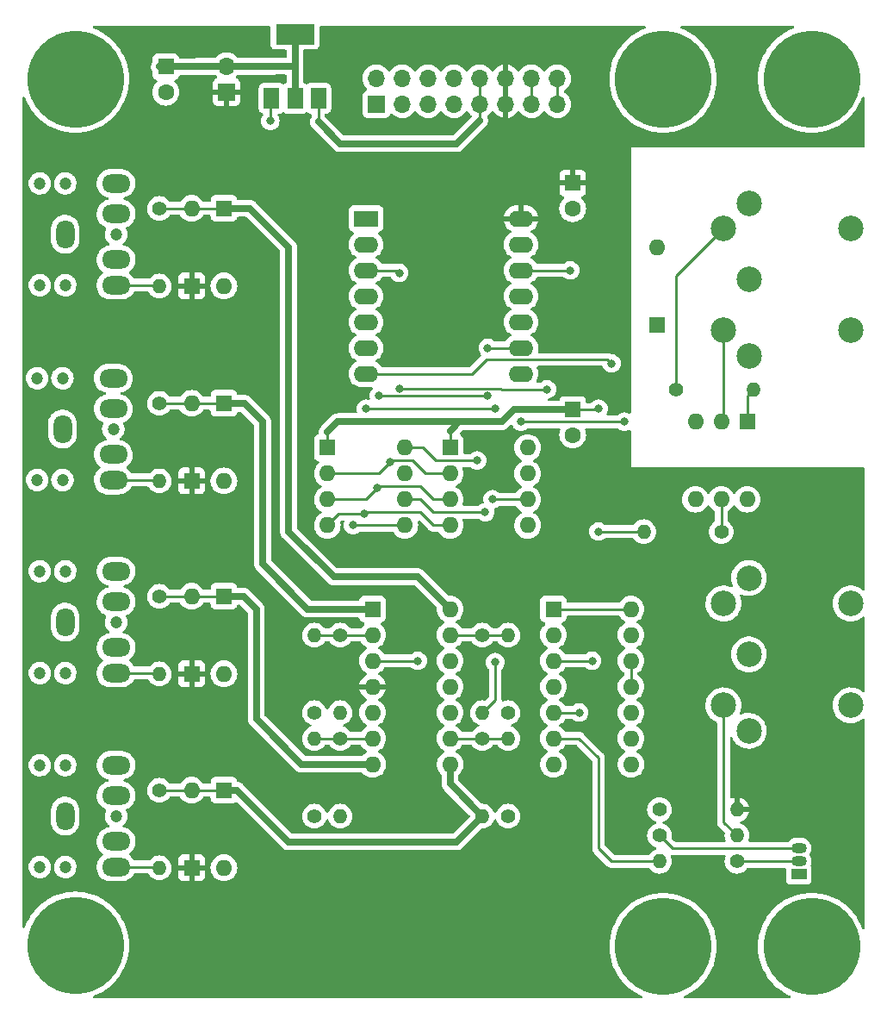
<source format=gtl>
%TF.GenerationSoftware,KiCad,Pcbnew,(6.0.1)*%
%TF.CreationDate,2022-09-24T10:34:47-04:00*%
%TF.ProjectId,SYNTH-MIDI-CV4-01,53594e54-482d-44d4-9944-492d4356342d,1*%
%TF.SameCoordinates,Original*%
%TF.FileFunction,Copper,L1,Top*%
%TF.FilePolarity,Positive*%
%FSLAX46Y46*%
G04 Gerber Fmt 4.6, Leading zero omitted, Abs format (unit mm)*
G04 Created by KiCad (PCBNEW (6.0.1)) date 2022-09-24 10:34:47*
%MOMM*%
%LPD*%
G01*
G04 APERTURE LIST*
%TA.AperFunction,ComponentPad*%
%ADD10R,1.600000X1.600000*%
%TD*%
%TA.AperFunction,ComponentPad*%
%ADD11C,1.600000*%
%TD*%
%TA.AperFunction,ComponentPad*%
%ADD12O,1.600000X1.600000*%
%TD*%
%TA.AperFunction,ComponentPad*%
%ADD13C,9.525000*%
%TD*%
%TA.AperFunction,ComponentPad*%
%ADD14C,1.400000*%
%TD*%
%TA.AperFunction,ComponentPad*%
%ADD15O,1.400000X1.400000*%
%TD*%
%TA.AperFunction,ComponentPad*%
%ADD16C,1.200000*%
%TD*%
%TA.AperFunction,ComponentPad*%
%ADD17O,2.800000X1.800000*%
%TD*%
%TA.AperFunction,ComponentPad*%
%ADD18O,1.800000X2.800000*%
%TD*%
%TA.AperFunction,ComponentPad*%
%ADD19C,2.500000*%
%TD*%
%TA.AperFunction,ComponentPad*%
%ADD20R,1.700000X1.700000*%
%TD*%
%TA.AperFunction,ComponentPad*%
%ADD21O,1.700000X1.700000*%
%TD*%
%TA.AperFunction,ComponentPad*%
%ADD22R,1.500000X1.050000*%
%TD*%
%TA.AperFunction,ComponentPad*%
%ADD23O,1.500000X1.050000*%
%TD*%
%TA.AperFunction,ComponentPad*%
%ADD24R,2.400000X1.600000*%
%TD*%
%TA.AperFunction,ComponentPad*%
%ADD25O,2.400000X1.600000*%
%TD*%
%TA.AperFunction,SMDPad,CuDef*%
%ADD26R,1.500000X2.000000*%
%TD*%
%TA.AperFunction,SMDPad,CuDef*%
%ADD27R,3.800000X2.000000*%
%TD*%
%TA.AperFunction,ViaPad*%
%ADD28C,0.800000*%
%TD*%
%TA.AperFunction,Conductor*%
%ADD29C,0.250000*%
%TD*%
%TA.AperFunction,Conductor*%
%ADD30C,0.635000*%
%TD*%
%TA.AperFunction,Conductor*%
%ADD31C,0.254000*%
%TD*%
G04 APERTURE END LIST*
D10*
%TO.P,C3,1*%
%TO.N,+5V*%
X140970000Y-38799888D03*
D11*
%TO.P,C3,2*%
%TO.N,GND*%
X140970000Y-41299888D03*
%TD*%
D10*
%TO.P,D8,1,K*%
%TO.N,/CV4_I*%
X106680000Y-98425000D03*
D12*
%TO.P,D8,2,A*%
%TO.N,GND*%
X106680000Y-106045000D03*
%TD*%
D10*
%TO.P,C2,1*%
%TO.N,+3V3*%
X140970000Y-61024888D03*
D11*
%TO.P,C2,2*%
%TO.N,GND*%
X140970000Y-63524888D03*
%TD*%
D10*
%TO.P,D2,1,K*%
%TO.N,/CV1_I*%
X106680000Y-41275000D03*
D12*
%TO.P,D2,2,A*%
%TO.N,GND*%
X106680000Y-48895000D03*
%TD*%
D13*
%TO.P,MTG2,1*%
%TO.N,N/C*%
X92075000Y-113665000D03*
%TD*%
D14*
%TO.P,R11,1*%
%TO.N,Net-(R11-Pad1)*%
X132080000Y-93345000D03*
D15*
%TO.P,R11,2*%
%TO.N,/CV4_I*%
X132080000Y-100965000D03*
%TD*%
D13*
%TO.P,MTG3,1*%
%TO.N,N/C*%
X164465000Y-28575000D03*
%TD*%
%TO.P,MTG6,1*%
%TO.N,N/C*%
X149860000Y-113792000D03*
%TD*%
D14*
%TO.P,R2,1*%
%TO.N,/CV2_I*%
X100330000Y-60420000D03*
D15*
%TO.P,R2,2*%
%TO.N,/CV2*%
X100330000Y-68040000D03*
%TD*%
D14*
%TO.P,R10,1*%
%TO.N,Net-(R10-Pad1)*%
X118110000Y-93345000D03*
D15*
%TO.P,R10,2*%
%TO.N,/CV3_I*%
X118110000Y-100965000D03*
%TD*%
D14*
%TO.P,R4,1*%
%TO.N,/CV4_I*%
X100330000Y-98425000D03*
D15*
%TO.P,R4,2*%
%TO.N,/CV4*%
X100330000Y-106045000D03*
%TD*%
D14*
%TO.P,R13,1*%
%TO.N,/MIDI_IN*%
X151130000Y-59055000D03*
D15*
%TO.P,R13,2*%
%TO.N,Net-(D9-Pad1)*%
X158750000Y-59055000D03*
%TD*%
D14*
%TO.P,R7,1*%
%TO.N,Net-(R7-Pad1)*%
X132080000Y-83185000D03*
D15*
%TO.P,R7,2*%
%TO.N,/CV1_I*%
X132080000Y-90805000D03*
%TD*%
D16*
%TO.P,J3,90*%
%TO.N,N/C*%
X88575000Y-105965000D03*
X96075000Y-100965000D03*
X88575000Y-95965000D03*
X91075000Y-95965000D03*
X91075000Y-105965000D03*
D17*
%TO.P,J3,R*%
%TO.N,unconnected-(J3-PadR)*%
X96075000Y-95965000D03*
%TO.P,J3,RN*%
%TO.N,N/C*%
X96075000Y-98965000D03*
D18*
%TO.P,J3,S*%
%TO.N,GND*%
X91075000Y-100965000D03*
D17*
%TO.P,J3,T*%
%TO.N,/CV4*%
X96075000Y-105965000D03*
%TO.P,J3,TN*%
%TO.N,N/C*%
X96075000Y-103465000D03*
%TD*%
D10*
%TO.P,U3,1,Vdd*%
%TO.N,+3V3*%
X116850000Y-64780000D03*
D12*
%TO.P,U3,2,~{CS}*%
%TO.N,/CS\u002A*%
X116850000Y-67320000D03*
%TO.P,U3,3,SCK*%
%TO.N,/SCK*%
X116850000Y-69860000D03*
%TO.P,U3,4,SDI*%
%TO.N,/MOSI*%
X116850000Y-72400000D03*
%TO.P,U3,5,~{LDAC}*%
%TO.N,/LD34\u002A*%
X124470000Y-72400000D03*
%TO.P,U3,6,VB*%
%TO.N,Net-(U3-Pad6)*%
X124470000Y-69860000D03*
%TO.P,U3,7,Vss*%
%TO.N,GND*%
X124470000Y-67320000D03*
%TO.P,U3,8,VA*%
%TO.N,Net-(U3-Pad8)*%
X124470000Y-64780000D03*
%TD*%
D10*
%TO.P,U5,1*%
%TO.N,Net-(D9-Pad1)*%
X158115000Y-62230000D03*
D12*
%TO.P,U5,2*%
%TO.N,Net-(D9-Pad2)*%
X155575000Y-62230000D03*
%TO.P,U5,3,NC*%
%TO.N,unconnected-(U5-Pad3)*%
X153035000Y-62230000D03*
%TO.P,U5,4*%
%TO.N,GND*%
X153035000Y-69850000D03*
%TO.P,U5,5*%
%TO.N,Net-(R14-Pad1)*%
X155575000Y-69850000D03*
%TO.P,U5,6*%
%TO.N,unconnected-(U5-Pad6)*%
X158115000Y-69850000D03*
%TD*%
D16*
%TO.P,J5,90*%
%TO.N,N/C*%
X90805000Y-57960000D03*
X88305000Y-57960000D03*
X95805000Y-62960000D03*
X90805000Y-67960000D03*
X88305000Y-67960000D03*
D17*
%TO.P,J5,R*%
%TO.N,unconnected-(J5-PadR)*%
X95805000Y-57960000D03*
%TO.P,J5,RN*%
%TO.N,N/C*%
X95805000Y-60960000D03*
D18*
%TO.P,J5,S*%
%TO.N,GND*%
X90805000Y-62960000D03*
D17*
%TO.P,J5,T*%
%TO.N,/CV2*%
X95805000Y-67960000D03*
%TO.P,J5,TN*%
%TO.N,N/C*%
X95805000Y-65460000D03*
%TD*%
D10*
%TO.P,D3,1,K*%
%TO.N,+5V*%
X103505000Y-68040000D03*
D12*
%TO.P,D3,2,A*%
%TO.N,/CV2_I*%
X103505000Y-60420000D03*
%TD*%
D10*
%TO.P,U4,1,Vdd*%
%TO.N,+3V3*%
X128915000Y-64780000D03*
D12*
%TO.P,U4,2,~{CS}*%
%TO.N,/CS\u002A*%
X128915000Y-67320000D03*
%TO.P,U4,3,SCK*%
%TO.N,/SCK*%
X128915000Y-69860000D03*
%TO.P,U4,4,SDI*%
%TO.N,/MOSI*%
X128915000Y-72400000D03*
%TO.P,U4,5,~{LDAC}*%
%TO.N,/LD12\u002A*%
X136535000Y-72400000D03*
%TO.P,U4,6,VB*%
%TO.N,Net-(U4-Pad6)*%
X136535000Y-69860000D03*
%TO.P,U4,7,Vss*%
%TO.N,GND*%
X136535000Y-67320000D03*
%TO.P,U4,8,VA*%
%TO.N,Net-(U4-Pad8)*%
X136535000Y-64780000D03*
%TD*%
D14*
%TO.P,R6,1*%
%TO.N,Net-(R5-Pad2)*%
X118110000Y-83185000D03*
D15*
%TO.P,R6,2*%
%TO.N,/CV2_I*%
X118110000Y-90805000D03*
%TD*%
D10*
%TO.P,D9,1,K*%
%TO.N,Net-(D9-Pad1)*%
X149225000Y-52705000D03*
D12*
%TO.P,D9,2,A*%
%TO.N,Net-(D9-Pad2)*%
X149225000Y-45085000D03*
%TD*%
D14*
%TO.P,R1,1*%
%TO.N,/CV1_I*%
X100330000Y-41275000D03*
D15*
%TO.P,R1,2*%
%TO.N,/CV1*%
X100330000Y-48895000D03*
%TD*%
D10*
%TO.P,D1,1,K*%
%TO.N,+5V*%
X103505000Y-48895000D03*
D12*
%TO.P,D1,2,A*%
%TO.N,/CV1_I*%
X103505000Y-41275000D03*
%TD*%
D10*
%TO.P,D7,1,K*%
%TO.N,+5V*%
X103505000Y-106045000D03*
D12*
%TO.P,D7,2,A*%
%TO.N,/CV4_I*%
X103505000Y-98425000D03*
%TD*%
D10*
%TO.P,D6,1,K*%
%TO.N,/CV3_I*%
X106680000Y-79375000D03*
D12*
%TO.P,D6,2,A*%
%TO.N,GND*%
X106680000Y-86995000D03*
%TD*%
D10*
%TO.P,U6,1*%
%TO.N,/CV2_I*%
X121295000Y-80640000D03*
D12*
%TO.P,U6,2,-*%
%TO.N,Net-(R5-Pad2)*%
X121295000Y-83180000D03*
%TO.P,U6,3,+*%
%TO.N,Net-(U4-Pad6)*%
X121295000Y-85720000D03*
%TO.P,U6,4,V+*%
%TO.N,+5V*%
X121295000Y-88260000D03*
%TO.P,U6,5,+*%
%TO.N,Net-(U3-Pad8)*%
X121295000Y-90800000D03*
%TO.P,U6,6,-*%
%TO.N,Net-(R10-Pad1)*%
X121295000Y-93340000D03*
%TO.P,U6,7*%
%TO.N,/CV3_I*%
X121295000Y-95880000D03*
%TO.P,U6,8*%
%TO.N,/CV4_I*%
X128915000Y-95880000D03*
%TO.P,U6,9,-*%
%TO.N,Net-(R11-Pad1)*%
X128915000Y-93340000D03*
%TO.P,U6,10,+*%
%TO.N,Net-(U3-Pad6)*%
X128915000Y-90800000D03*
%TO.P,U6,11,V-*%
%TO.N,GND*%
X128915000Y-88260000D03*
%TO.P,U6,12,+*%
%TO.N,Net-(U4-Pad8)*%
X128915000Y-85720000D03*
%TO.P,U6,13,-*%
%TO.N,Net-(R7-Pad1)*%
X128915000Y-83180000D03*
%TO.P,U6,14*%
%TO.N,/CV1_I*%
X128915000Y-80640000D03*
%TD*%
D19*
%TO.P,J6,1*%
%TO.N,unconnected-(J6-Pad1)*%
X158290000Y-77590000D03*
%TO.P,J6,2*%
%TO.N,GND*%
X158290000Y-85090000D03*
%TO.P,J6,3*%
%TO.N,unconnected-(J6-Pad3)*%
X158290000Y-92590000D03*
%TO.P,J6,4*%
%TO.N,Net-(J6-Pad4)*%
X155790000Y-80090000D03*
%TO.P,J6,5*%
%TO.N,Net-(J6-Pad5)*%
X155790000Y-90090000D03*
%TO.P,J6,6*%
%TO.N,N/C*%
X168290000Y-90090000D03*
X168290000Y-80090000D03*
%TD*%
D14*
%TO.P,R5,1*%
%TO.N,GND*%
X115570000Y-90805000D03*
D15*
%TO.P,R5,2*%
%TO.N,Net-(R5-Pad2)*%
X115570000Y-83185000D03*
%TD*%
D14*
%TO.P,R3,1*%
%TO.N,/CV3_I*%
X100330000Y-79375000D03*
D15*
%TO.P,R3,2*%
%TO.N,/CV3*%
X100330000Y-86995000D03*
%TD*%
D13*
%TO.P,MTG5,1*%
%TO.N,N/C*%
X149860000Y-28575000D03*
%TD*%
D10*
%TO.P,D4,1,K*%
%TO.N,/CV2_I*%
X106680000Y-60420000D03*
D12*
%TO.P,D4,2,A*%
%TO.N,GND*%
X106680000Y-68040000D03*
%TD*%
D20*
%TO.P,J1,1,Pin_1*%
%TO.N,unconnected-(J1-Pad1)*%
X121666000Y-31050000D03*
D21*
%TO.P,J1,2,Pin_2*%
%TO.N,unconnected-(J1-Pad2)*%
X121666000Y-28510000D03*
%TO.P,J1,3,Pin_3*%
%TO.N,GND*%
X124206000Y-31050000D03*
%TO.P,J1,4,Pin_4*%
X124206000Y-28510000D03*
%TO.P,J1,5,Pin_5*%
X126746000Y-31050000D03*
%TO.P,J1,6,Pin_6*%
X126746000Y-28510000D03*
%TO.P,J1,7,Pin_7*%
X129286000Y-31050000D03*
%TO.P,J1,8,Pin_8*%
X129286000Y-28510000D03*
%TO.P,J1,9,Pin_9*%
%TO.N,+12V*%
X131826000Y-31050000D03*
%TO.P,J1,10,Pin_10*%
X131826000Y-28510000D03*
%TO.P,J1,11,Pin_11*%
%TO.N,+5V*%
X134366000Y-31050000D03*
%TO.P,J1,12,Pin_12*%
X134366000Y-28510000D03*
%TO.P,J1,13,Pin_13*%
%TO.N,/CV_OUT*%
X136906000Y-31050000D03*
%TO.P,J1,14,Pin_14*%
X136906000Y-28510000D03*
%TO.P,J1,15,Pin_15*%
%TO.N,/GATE_OUT*%
X139446000Y-31050000D03*
%TO.P,J1,16,Pin_16*%
X139446000Y-28510000D03*
%TD*%
D14*
%TO.P,R16,1*%
%TO.N,Net-(Q1-Pad3)*%
X149500000Y-102870000D03*
D15*
%TO.P,R16,2*%
%TO.N,Net-(J6-Pad5)*%
X157120000Y-102870000D03*
%TD*%
D22*
%TO.P,Q1,1,E*%
%TO.N,GND*%
X163195000Y-106680000D03*
D23*
%TO.P,Q1,2,B*%
%TO.N,Net-(Q1-Pad2)*%
X163195000Y-105410000D03*
%TO.P,Q1,3,C*%
%TO.N,Net-(Q1-Pad3)*%
X163195000Y-104140000D03*
%TD*%
D24*
%TO.P,U2,1,D0/P26*%
%TO.N,/LD34\u002A*%
X120650000Y-42291000D03*
D25*
%TO.P,U2,2,D1/P27*%
%TO.N,/CS\u002A*%
X120650000Y-44831000D03*
%TO.P,U2,3,D2/P28*%
%TO.N,/LD12\u002A*%
X120650000Y-47371000D03*
%TO.P,U2,4,D3/P29*%
%TO.N,unconnected-(U2-Pad4)*%
X120650000Y-49911000D03*
%TO.P,U2,5,D4/SDA/P6*%
%TO.N,Net-(J8-Pad3)*%
X120650000Y-52451000D03*
%TO.P,U2,6,D5/SCL/P7*%
%TO.N,Net-(J8-Pad4)*%
X120650000Y-54991000D03*
%TO.P,U2,7,D6/TX/P0*%
%TO.N,Net-(U2-Pad7)*%
X120650000Y-57531000D03*
%TO.P,U2,8,D7/RX/P1*%
%TO.N,/RXD*%
X135890000Y-57531000D03*
%TO.P,U2,9,D8/SCK/P2*%
%TO.N,/SCK*%
X135890000Y-54991000D03*
%TO.P,U2,10,D9/MISO/P4*%
%TO.N,unconnected-(U2-Pad10)*%
X135890000Y-52451000D03*
%TO.P,U2,11,D10/MOSI/P3*%
%TO.N,/MOSI*%
X135890000Y-49911000D03*
%TO.P,U2,12,3.3V*%
%TO.N,+3V3*%
X135890000Y-47371000D03*
%TO.P,U2,13,GND*%
%TO.N,GND*%
X135890000Y-44831000D03*
%TO.P,U2,14,5V*%
%TO.N,+5V*%
X135890000Y-42291000D03*
%TD*%
D10*
%TO.P,D5,1,K*%
%TO.N,+5V*%
X103505000Y-86995000D03*
D12*
%TO.P,D5,2,A*%
%TO.N,/CV3_I*%
X103505000Y-79375000D03*
%TD*%
D20*
%TO.P,H1,1,Pin_1*%
%TO.N,+5V*%
X106934000Y-29850000D03*
D21*
%TO.P,H1,2,Pin_2*%
%TO.N,Net-(C1-Pad1)*%
X106934000Y-27310000D03*
%TD*%
D13*
%TO.P,MTG4,1*%
%TO.N,N/C*%
X164465000Y-113792000D03*
%TD*%
%TO.P,MTG1,1*%
%TO.N,N/C*%
X92075000Y-28575000D03*
%TD*%
D14*
%TO.P,R8,1*%
%TO.N,GND*%
X134620000Y-90805000D03*
D15*
%TO.P,R8,2*%
%TO.N,Net-(R7-Pad1)*%
X134620000Y-83185000D03*
%TD*%
D14*
%TO.P,R14,1*%
%TO.N,Net-(R14-Pad1)*%
X155575000Y-73025000D03*
D15*
%TO.P,R14,2*%
%TO.N,+3V3*%
X147955000Y-73025000D03*
%TD*%
D14*
%TO.P,R9,1*%
%TO.N,GND*%
X115570000Y-100965000D03*
D15*
%TO.P,R9,2*%
%TO.N,Net-(R10-Pad1)*%
X115570000Y-93345000D03*
%TD*%
D14*
%TO.P,R12,1*%
%TO.N,GND*%
X134620000Y-100965000D03*
D15*
%TO.P,R12,2*%
%TO.N,Net-(R11-Pad1)*%
X134620000Y-93345000D03*
%TD*%
D19*
%TO.P,J4,1*%
%TO.N,unconnected-(J4-Pad1)*%
X158290000Y-40760000D03*
%TO.P,J4,2*%
%TO.N,unconnected-(J4-Pad2)*%
X158290000Y-48260000D03*
%TO.P,J4,3*%
%TO.N,unconnected-(J4-Pad3)*%
X158290000Y-55760000D03*
%TO.P,J4,4*%
%TO.N,/MIDI_IN*%
X155790000Y-43260000D03*
%TO.P,J4,5*%
%TO.N,Net-(D9-Pad2)*%
X155790000Y-53260000D03*
%TO.P,J4,6*%
%TO.N,N/C*%
X168290000Y-53260000D03*
X168290000Y-43260000D03*
%TD*%
D14*
%TO.P,R15,1*%
%TO.N,Net-(J6-Pad4)*%
X149500000Y-100330000D03*
D15*
%TO.P,R15,2*%
%TO.N,+5V*%
X157120000Y-100330000D03*
%TD*%
D16*
%TO.P,J2,90*%
%TO.N,N/C*%
X88575000Y-76915000D03*
X91075000Y-76915000D03*
X96075000Y-81915000D03*
X91075000Y-86915000D03*
X88575000Y-86915000D03*
D17*
%TO.P,J2,R*%
%TO.N,unconnected-(J2-PadR)*%
X96075000Y-76915000D03*
%TO.P,J2,RN*%
%TO.N,N/C*%
X96075000Y-79915000D03*
D18*
%TO.P,J2,S*%
%TO.N,GND*%
X91075000Y-81915000D03*
D17*
%TO.P,J2,T*%
%TO.N,/CV3*%
X96075000Y-86915000D03*
%TO.P,J2,TN*%
%TO.N,N/C*%
X96075000Y-84415000D03*
%TD*%
D10*
%TO.P,C1,1*%
%TO.N,Net-(C1-Pad1)*%
X100965000Y-27369888D03*
D11*
%TO.P,C1,2*%
%TO.N,GND*%
X100965000Y-29869888D03*
%TD*%
D16*
%TO.P,J7,90*%
%TO.N,N/C*%
X91075000Y-38815000D03*
X88575000Y-38815000D03*
X91075000Y-48815000D03*
X96075000Y-43815000D03*
X88575000Y-48815000D03*
D17*
%TO.P,J7,R*%
%TO.N,unconnected-(J7-PadR)*%
X96075000Y-38815000D03*
%TO.P,J7,RN*%
%TO.N,N/C*%
X96075000Y-41815000D03*
D18*
%TO.P,J7,S*%
%TO.N,GND*%
X91075000Y-43815000D03*
D17*
%TO.P,J7,T*%
%TO.N,/CV1*%
X96075000Y-48815000D03*
%TO.P,J7,TN*%
%TO.N,N/C*%
X96075000Y-46315000D03*
%TD*%
D10*
%TO.P,U7,1*%
%TO.N,+3V3*%
X139075000Y-80640000D03*
D12*
%TO.P,U7,2*%
%TO.N,unconnected-(U7-Pad2)*%
X139075000Y-83180000D03*
%TO.P,U7,3*%
%TO.N,+3V3*%
X139075000Y-85720000D03*
%TO.P,U7,4*%
%TO.N,unconnected-(U7-Pad4)*%
X139075000Y-88260000D03*
%TO.P,U7,5*%
%TO.N,Net-(U2-Pad7)*%
X139075000Y-90800000D03*
%TO.P,U7,6*%
%TO.N,Net-(R17-Pad2)*%
X139075000Y-93340000D03*
%TO.P,U7,7,GND*%
%TO.N,GND*%
X139075000Y-95880000D03*
%TO.P,U7,8*%
%TO.N,unconnected-(U7-Pad8)*%
X146695000Y-95880000D03*
%TO.P,U7,9*%
%TO.N,+3V3*%
X146695000Y-93340000D03*
%TO.P,U7,10*%
%TO.N,/RXD*%
X146695000Y-90800000D03*
%TO.P,U7,11*%
%TO.N,Net-(U7-Pad12)*%
X146695000Y-88260000D03*
%TO.P,U7,12*%
X146695000Y-85720000D03*
%TO.P,U7,13*%
%TO.N,Net-(R14-Pad1)*%
X146695000Y-83180000D03*
%TO.P,U7,14,VCC*%
%TO.N,+3V3*%
X146695000Y-80640000D03*
%TD*%
D14*
%TO.P,R17,1*%
%TO.N,Net-(Q1-Pad2)*%
X157120000Y-105410000D03*
D15*
%TO.P,R17,2*%
%TO.N,Net-(R17-Pad2)*%
X149500000Y-105410000D03*
%TD*%
D26*
%TO.P,U1,1,GND*%
%TO.N,GND*%
X111365000Y-30455000D03*
%TO.P,U1,2,VO*%
%TO.N,Net-(C1-Pad1)*%
X113665000Y-30455000D03*
%TO.P,U1,3,VIN*%
%TO.N,+12V*%
X115965000Y-30455000D03*
D27*
%TO.P,U1,4,VO*%
%TO.N,Net-(C1-Pad1)*%
X113665000Y-24155000D03*
%TD*%
D28*
%TO.N,+3V3*%
X143510000Y-60960000D03*
X140716000Y-47371000D03*
X143510000Y-73025000D03*
X142875000Y-85725000D03*
%TO.N,/RXD*%
X146050000Y-62230000D03*
X135890000Y-62230000D03*
%TO.N,/CV1_I*%
X133350000Y-85852000D03*
%TO.N,Net-(U3-Pad6)*%
X132371500Y-71120000D03*
%TO.N,Net-(U3-Pad8)*%
X131572000Y-66040000D03*
%TO.N,GND*%
X111238000Y-32678000D03*
%TO.N,Net-(U2-Pad7)*%
X141610000Y-90800000D03*
X144780000Y-56515000D03*
%TO.N,Net-(U4-Pad6)*%
X125730000Y-85725000D03*
X133096000Y-69850000D03*
%TO.N,/LD34\u002A*%
X119380000Y-72390000D03*
%TO.N,/CS\u002A*%
X123034511Y-66195489D03*
%TO.N,/LD12\u002A*%
X138430000Y-59055000D03*
X123914511Y-58965489D03*
X123914500Y-47625000D03*
%TO.N,/SCK*%
X121920000Y-59690000D03*
X132625500Y-54991000D03*
X121764511Y-68735489D03*
X132625500Y-59690000D03*
%TO.N,/MOSI*%
X120650000Y-60960000D03*
X120494511Y-71275489D03*
X133350000Y-60960000D03*
%TD*%
D29*
%TO.N,Net-(D9-Pad1)*%
X158115000Y-59690000D02*
X158750000Y-59055000D01*
X158115000Y-62230000D02*
X158115000Y-59690000D01*
%TO.N,+3V3*%
X142870000Y-85720000D02*
X139075000Y-85720000D01*
D30*
X135190112Y-61024888D02*
X140970000Y-61024888D01*
X129814000Y-62230000D02*
X128915000Y-63129000D01*
D29*
X140970000Y-61024888D02*
X143445112Y-61024888D01*
D30*
X118618000Y-62230000D02*
X117856000Y-62230000D01*
D29*
X135890000Y-47371000D02*
X140716000Y-47371000D01*
X116850000Y-64780000D02*
X116850000Y-63236000D01*
X143510000Y-73025000D02*
X147955000Y-73025000D01*
D30*
X117856000Y-62230000D02*
X116850000Y-63236000D01*
D29*
X142875000Y-85725000D02*
X142870000Y-85720000D01*
X139075000Y-80640000D02*
X146695000Y-80640000D01*
X143445112Y-61024888D02*
X143510000Y-60960000D01*
X128915000Y-63129000D02*
X128915000Y-64780000D01*
D30*
X118618000Y-62230000D02*
X133985000Y-62230000D01*
X133985000Y-62230000D02*
X135190112Y-61024888D01*
%TO.N,+12V*%
X118110000Y-34925000D02*
X115965000Y-32780000D01*
X129540000Y-34925000D02*
X118110000Y-34925000D01*
D31*
X131826000Y-31050000D02*
X131826000Y-32639000D01*
X115965000Y-32780000D02*
X115965000Y-30455000D01*
D30*
X129540000Y-34925000D02*
X131826000Y-32639000D01*
D31*
X131826000Y-31050000D02*
X131826000Y-28510000D01*
D30*
%TO.N,Net-(C1-Pad1)*%
X104132776Y-27310000D02*
X106934000Y-27310000D01*
X113665000Y-27305000D02*
X113665000Y-24155000D01*
X111683000Y-27305000D02*
X111678000Y-27310000D01*
X100330000Y-27369888D02*
X104072888Y-27369888D01*
X113665000Y-27305000D02*
X113665000Y-30455000D01*
X104072888Y-27369888D02*
X104132776Y-27310000D01*
X111683000Y-27305000D02*
X113665000Y-27305000D01*
X111678000Y-27310000D02*
X106934000Y-27310000D01*
D29*
%TO.N,/RXD*%
X135890000Y-62230000D02*
X146050000Y-62230000D01*
%TO.N,/MIDI_IN*%
X151130000Y-47920000D02*
X155790000Y-43260000D01*
X151130000Y-59055000D02*
X151130000Y-47920000D01*
D31*
%TO.N,/CV_OUT*%
X136906000Y-28510000D02*
X136906000Y-31050000D01*
D30*
%TO.N,/CV4_I*%
X128915000Y-95880000D02*
X128915000Y-97800000D01*
D29*
X103505000Y-98425000D02*
X106680000Y-98425000D01*
D30*
X129540000Y-103505000D02*
X132080000Y-100965000D01*
X128915000Y-97800000D02*
X132080000Y-100965000D01*
D29*
X100330000Y-98425000D02*
X103505000Y-98425000D01*
D30*
X113030000Y-103505000D02*
X129540000Y-103505000D01*
X107950000Y-98425000D02*
X113030000Y-103505000D01*
X106680000Y-98425000D02*
X107950000Y-98425000D01*
D31*
%TO.N,/GATE_OUT*%
X139446000Y-28510000D02*
X139446000Y-31050000D01*
D30*
%TO.N,/CV3_I*%
X109855000Y-91440000D02*
X109855000Y-80645000D01*
D29*
X100330000Y-79375000D02*
X103505000Y-79375000D01*
D30*
X109855000Y-80645000D02*
X108585000Y-79375000D01*
D29*
X103505000Y-79375000D02*
X106680000Y-79375000D01*
D30*
X121295000Y-95880000D02*
X114295000Y-95880000D01*
X108585000Y-79375000D02*
X106680000Y-79375000D01*
X114295000Y-95880000D02*
X109855000Y-91440000D01*
D29*
%TO.N,Net-(D9-Pad2)*%
X155790000Y-53260000D02*
X155790000Y-62015000D01*
%TO.N,Net-(J6-Pad5)*%
X155790000Y-101540000D02*
X157120000Y-102870000D01*
X155790000Y-90090000D02*
X155790000Y-101540000D01*
%TO.N,Net-(Q1-Pad2)*%
X157120000Y-105410000D02*
X163195000Y-105410000D01*
%TO.N,Net-(Q1-Pad3)*%
X150770000Y-104140000D02*
X163195000Y-104140000D01*
X149500000Y-102870000D02*
X150770000Y-104140000D01*
%TO.N,/CV1_I*%
X133350000Y-85852000D02*
X133350000Y-89535000D01*
D30*
X113030000Y-73025000D02*
X113030000Y-45085000D01*
X125745000Y-77470000D02*
X128915000Y-80640000D01*
X117475000Y-77470000D02*
X125745000Y-77470000D01*
D29*
X133350000Y-89535000D02*
X132080000Y-90805000D01*
D30*
X113030000Y-45085000D02*
X109220000Y-41275000D01*
D29*
X103505000Y-41275000D02*
X106680000Y-41275000D01*
D30*
X109220000Y-41275000D02*
X106680000Y-41275000D01*
X117475000Y-77470000D02*
X113030000Y-73025000D01*
D29*
X100330000Y-41275000D02*
X103505000Y-41275000D01*
D30*
%TO.N,/CV2_I*%
X110490000Y-76200000D02*
X110490000Y-62230000D01*
X121295000Y-80640000D02*
X114930000Y-80640000D01*
D29*
X100775000Y-60420000D02*
X103950000Y-60420000D01*
D30*
X114930000Y-80640000D02*
X110490000Y-76200000D01*
D29*
X103950000Y-60420000D02*
X107125000Y-60420000D01*
D30*
X108680000Y-60420000D02*
X106680000Y-60420000D01*
X110490000Y-62230000D02*
X108680000Y-60420000D01*
D29*
%TO.N,/CV4*%
X96075000Y-105965000D02*
X100250000Y-105965000D01*
%TO.N,/CV3*%
X96075000Y-86915000D02*
X100250000Y-86915000D01*
%TO.N,/CV1*%
X96075000Y-48815000D02*
X100250000Y-48815000D01*
%TO.N,/CV2*%
X95805000Y-67960000D02*
X100250000Y-67960000D01*
%TO.N,Net-(U3-Pad6)*%
X124470000Y-69860000D02*
X125994000Y-69860000D01*
X125994000Y-69860000D02*
X127254000Y-71120000D01*
X127254000Y-71120000D02*
X132371500Y-71120000D01*
%TO.N,Net-(U3-Pad8)*%
X124470000Y-64780000D02*
X126248000Y-64780000D01*
X127508000Y-66040000D02*
X131572000Y-66040000D01*
X126248000Y-64780000D02*
X127508000Y-66040000D01*
D31*
%TO.N,GND*%
X111238000Y-32678000D02*
X111238000Y-30480000D01*
D29*
%TO.N,Net-(U2-Pad7)*%
X132479480Y-56115520D02*
X144380520Y-56115520D01*
X144380520Y-56115520D02*
X144780000Y-56515000D01*
X131064000Y-57531000D02*
X132479480Y-56115520D01*
X141610000Y-90800000D02*
X139075000Y-90800000D01*
X120650000Y-57531000D02*
X131064000Y-57531000D01*
%TO.N,Net-(U4-Pad6)*%
X121295000Y-85720000D02*
X125725000Y-85720000D01*
X125725000Y-85720000D02*
X125730000Y-85725000D01*
X136535000Y-69860000D02*
X133106000Y-69860000D01*
X133106000Y-69860000D02*
X133096000Y-69850000D01*
%TO.N,/LD34\u002A*%
X124470000Y-72400000D02*
X119390000Y-72400000D01*
X119390000Y-72400000D02*
X119380000Y-72390000D01*
%TO.N,/CS\u002A*%
X128915000Y-67320000D02*
X126502000Y-67320000D01*
X121910000Y-67320000D02*
X123034511Y-66195489D01*
X126502000Y-67320000D02*
X125222000Y-66040000D01*
X125222000Y-66040000D02*
X123190000Y-66040000D01*
X123190000Y-66040000D02*
X123034511Y-66195489D01*
X116850000Y-67320000D02*
X121910000Y-67320000D01*
%TO.N,/LD12\u002A*%
X138430000Y-59055000D02*
X133985000Y-59055000D01*
X123660500Y-47371000D02*
X120650000Y-47371000D01*
X133895489Y-58965489D02*
X123914511Y-58965489D01*
X133985000Y-59055000D02*
X133895489Y-58965489D01*
X123914500Y-47625000D02*
X123660500Y-47371000D01*
%TO.N,/SCK*%
X121920000Y-59690000D02*
X132625500Y-59690000D01*
X121920000Y-68580000D02*
X121764511Y-68735489D01*
X127264000Y-69860000D02*
X125984000Y-68580000D01*
X125984000Y-68580000D02*
X121920000Y-68580000D01*
X128915000Y-69860000D02*
X127264000Y-69860000D01*
X120640000Y-69860000D02*
X121764511Y-68735489D01*
X132625500Y-54991000D02*
X135890000Y-54991000D01*
X116850000Y-69860000D02*
X120640000Y-69860000D01*
%TO.N,/MOSI*%
X127264000Y-72400000D02*
X125984000Y-71120000D01*
X120650000Y-71120000D02*
X120494511Y-71275489D01*
X120650000Y-60960000D02*
X133350000Y-60960000D01*
X128915000Y-72400000D02*
X127264000Y-72400000D01*
X117974511Y-71275489D02*
X116850000Y-72400000D01*
X125984000Y-71120000D02*
X120650000Y-71120000D01*
X117974511Y-71275489D02*
X120494511Y-71275489D01*
%TO.N,Net-(R5-Pad2)*%
X115570000Y-83185000D02*
X118110000Y-83185000D01*
X118110000Y-83185000D02*
X121290000Y-83185000D01*
%TO.N,Net-(R7-Pad1)*%
X128915000Y-83180000D02*
X132075000Y-83180000D01*
X132080000Y-83185000D02*
X134620000Y-83185000D01*
%TO.N,Net-(R10-Pad1)*%
X121295000Y-93340000D02*
X118115000Y-93340000D01*
X118110000Y-93345000D02*
X115570000Y-93345000D01*
%TO.N,Net-(R11-Pad1)*%
X128915000Y-93340000D02*
X132075000Y-93340000D01*
X132080000Y-93345000D02*
X134620000Y-93345000D01*
%TO.N,Net-(R14-Pad1)*%
X155575000Y-69850000D02*
X155575000Y-73025000D01*
%TO.N,Net-(R17-Pad2)*%
X144780000Y-105410000D02*
X149500000Y-105410000D01*
X143510000Y-104140000D02*
X144780000Y-105410000D01*
X143510000Y-95250000D02*
X143510000Y-104140000D01*
X141600000Y-93340000D02*
X143510000Y-95250000D01*
X139075000Y-93340000D02*
X141600000Y-93340000D01*
%TO.N,Net-(U7-Pad12)*%
X146685000Y-85725000D02*
X146685000Y-88265000D01*
%TD*%
%TA.AperFunction,Conductor*%
%TO.N,+5V*%
G36*
X111198621Y-23388002D02*
G01*
X111245114Y-23441658D01*
X111256500Y-23494000D01*
X111256500Y-25203134D01*
X111263255Y-25265316D01*
X111314385Y-25401705D01*
X111401739Y-25518261D01*
X111518295Y-25605615D01*
X111654684Y-25656745D01*
X111716866Y-25663500D01*
X112713000Y-25663500D01*
X112781121Y-25683502D01*
X112827614Y-25737158D01*
X112839000Y-25789500D01*
X112839000Y-26353000D01*
X112818998Y-26421121D01*
X112765342Y-26467614D01*
X112713000Y-26479000D01*
X111723033Y-26479000D01*
X111712489Y-26478558D01*
X111703000Y-26477761D01*
X111662700Y-26474377D01*
X111655941Y-26475279D01*
X111655937Y-26475279D01*
X111598875Y-26482893D01*
X111582211Y-26484000D01*
X108074926Y-26484000D01*
X108006805Y-26463998D01*
X107981732Y-26442799D01*
X107867151Y-26316876D01*
X107867148Y-26316873D01*
X107863670Y-26313051D01*
X107859619Y-26309852D01*
X107859615Y-26309848D01*
X107692414Y-26177800D01*
X107692410Y-26177798D01*
X107688359Y-26174598D01*
X107492789Y-26066638D01*
X107487920Y-26064914D01*
X107487916Y-26064912D01*
X107287087Y-25993795D01*
X107287083Y-25993794D01*
X107282212Y-25992069D01*
X107277119Y-25991162D01*
X107277116Y-25991161D01*
X107067373Y-25953800D01*
X107067367Y-25953799D01*
X107062284Y-25952894D01*
X106988452Y-25951992D01*
X106844081Y-25950228D01*
X106844079Y-25950228D01*
X106838911Y-25950165D01*
X106618091Y-25983955D01*
X106405756Y-26053357D01*
X106207607Y-26156507D01*
X106203474Y-26159610D01*
X106203471Y-26159612D01*
X106179247Y-26177800D01*
X106028965Y-26290635D01*
X105979105Y-26342811D01*
X105881402Y-26445051D01*
X105819878Y-26480481D01*
X105790308Y-26484000D01*
X104172798Y-26484000D01*
X104162255Y-26483558D01*
X104112476Y-26479378D01*
X104105716Y-26480280D01*
X104105712Y-26480280D01*
X104035101Y-26489701D01*
X104032047Y-26490071D01*
X103961142Y-26497774D01*
X103961141Y-26497774D01*
X103954359Y-26498511D01*
X103947892Y-26500688D01*
X103945544Y-26501204D01*
X103944990Y-26501302D01*
X103944234Y-26501478D01*
X103943690Y-26501636D01*
X103941351Y-26502211D01*
X103934586Y-26503113D01*
X103892704Y-26518357D01*
X103861223Y-26529815D01*
X103858317Y-26530833D01*
X103839079Y-26537307D01*
X103798891Y-26543888D01*
X102385332Y-26543888D01*
X102317211Y-26523886D01*
X102270718Y-26470230D01*
X102267022Y-26459468D01*
X102266745Y-26459572D01*
X102218767Y-26331591D01*
X102215615Y-26323183D01*
X102128261Y-26206627D01*
X102011705Y-26119273D01*
X101875316Y-26068143D01*
X101813134Y-26061388D01*
X100116866Y-26061388D01*
X100054684Y-26068143D01*
X99918295Y-26119273D01*
X99801739Y-26206627D01*
X99714385Y-26323183D01*
X99663255Y-26459572D01*
X99656500Y-26521754D01*
X99656500Y-26852597D01*
X99634712Y-26923419D01*
X99600221Y-26974170D01*
X99600216Y-26974179D01*
X99596384Y-26979818D01*
X99593851Y-26986152D01*
X99593849Y-26986155D01*
X99532270Y-27140113D01*
X99532269Y-27140118D01*
X99529736Y-27146450D01*
X99514978Y-27235597D01*
X99506558Y-27286462D01*
X99500425Y-27323508D01*
X99500782Y-27330325D01*
X99500782Y-27330329D01*
X99509040Y-27487905D01*
X99509817Y-27502729D01*
X99557476Y-27675752D01*
X99560660Y-27681791D01*
X99641177Y-27834505D01*
X99638592Y-27835868D01*
X99656500Y-27894426D01*
X99656500Y-28218022D01*
X99663255Y-28280204D01*
X99714385Y-28416593D01*
X99801739Y-28533149D01*
X99918295Y-28620503D01*
X99926703Y-28623655D01*
X100054684Y-28671633D01*
X100053954Y-28673579D01*
X100106205Y-28703433D01*
X100139021Y-28766391D01*
X100132591Y-28837095D01*
X100104502Y-28879888D01*
X99958802Y-29025588D01*
X99955645Y-29030096D01*
X99955643Y-29030099D01*
X99932858Y-29062640D01*
X99827477Y-29213139D01*
X99825154Y-29218121D01*
X99825151Y-29218126D01*
X99745336Y-29389292D01*
X99730716Y-29420645D01*
X99729294Y-29425953D01*
X99729293Y-29425955D01*
X99674932Y-29628831D01*
X99671457Y-29641801D01*
X99651502Y-29869888D01*
X99671457Y-30097975D01*
X99672881Y-30103288D01*
X99672881Y-30103290D01*
X99728554Y-30311061D01*
X99730716Y-30319131D01*
X99733039Y-30324112D01*
X99733039Y-30324113D01*
X99825151Y-30521650D01*
X99825154Y-30521655D01*
X99827477Y-30526637D01*
X99958802Y-30714188D01*
X100120700Y-30876086D01*
X100125208Y-30879243D01*
X100125211Y-30879245D01*
X100203389Y-30933986D01*
X100308251Y-31007411D01*
X100313233Y-31009734D01*
X100313238Y-31009737D01*
X100510775Y-31101849D01*
X100515757Y-31104172D01*
X100521065Y-31105594D01*
X100521067Y-31105595D01*
X100731598Y-31162007D01*
X100731600Y-31162007D01*
X100736913Y-31163431D01*
X100965000Y-31183386D01*
X101193087Y-31163431D01*
X101198400Y-31162007D01*
X101198402Y-31162007D01*
X101408933Y-31105595D01*
X101408935Y-31105594D01*
X101414243Y-31104172D01*
X101419225Y-31101849D01*
X101616762Y-31009737D01*
X101616767Y-31009734D01*
X101621749Y-31007411D01*
X101726611Y-30933986D01*
X101804789Y-30879245D01*
X101804792Y-30879243D01*
X101809300Y-30876086D01*
X101940717Y-30744669D01*
X105576001Y-30744669D01*
X105576371Y-30751490D01*
X105581895Y-30802352D01*
X105585521Y-30817604D01*
X105630676Y-30938054D01*
X105639214Y-30953649D01*
X105715715Y-31055724D01*
X105728276Y-31068285D01*
X105830351Y-31144786D01*
X105845946Y-31153324D01*
X105966394Y-31198478D01*
X105981649Y-31202105D01*
X106032514Y-31207631D01*
X106039328Y-31208000D01*
X106661885Y-31208000D01*
X106677124Y-31203525D01*
X106678329Y-31202135D01*
X106680000Y-31194452D01*
X106680000Y-31189884D01*
X107188000Y-31189884D01*
X107192475Y-31205123D01*
X107193865Y-31206328D01*
X107201548Y-31207999D01*
X107828669Y-31207999D01*
X107835490Y-31207629D01*
X107886352Y-31202105D01*
X107901604Y-31198479D01*
X108022054Y-31153324D01*
X108037649Y-31144786D01*
X108139724Y-31068285D01*
X108152285Y-31055724D01*
X108228786Y-30953649D01*
X108237324Y-30938054D01*
X108282478Y-30817606D01*
X108286105Y-30802351D01*
X108291631Y-30751486D01*
X108292000Y-30744672D01*
X108292000Y-30122115D01*
X108287525Y-30106876D01*
X108286135Y-30105671D01*
X108278452Y-30104000D01*
X107206115Y-30104000D01*
X107190876Y-30108475D01*
X107189671Y-30109865D01*
X107188000Y-30117548D01*
X107188000Y-31189884D01*
X106680000Y-31189884D01*
X106680000Y-30122115D01*
X106675525Y-30106876D01*
X106674135Y-30105671D01*
X106666452Y-30104000D01*
X105594116Y-30104000D01*
X105578877Y-30108475D01*
X105577672Y-30109865D01*
X105576001Y-30117548D01*
X105576001Y-30744669D01*
X101940717Y-30744669D01*
X101971198Y-30714188D01*
X102102523Y-30526637D01*
X102104846Y-30521655D01*
X102104849Y-30521650D01*
X102196961Y-30324113D01*
X102196961Y-30324112D01*
X102199284Y-30319131D01*
X102201447Y-30311061D01*
X102257119Y-30103290D01*
X102257119Y-30103288D01*
X102258543Y-30097975D01*
X102278498Y-29869888D01*
X102258543Y-29641801D01*
X102255068Y-29628831D01*
X102200707Y-29425955D01*
X102200706Y-29425953D01*
X102199284Y-29420645D01*
X102184664Y-29389292D01*
X102104849Y-29218126D01*
X102104846Y-29218121D01*
X102102523Y-29213139D01*
X101997142Y-29062640D01*
X101974357Y-29030099D01*
X101974355Y-29030096D01*
X101971198Y-29025588D01*
X101825498Y-28879888D01*
X101791472Y-28817576D01*
X101796537Y-28746761D01*
X101839084Y-28689925D01*
X101875737Y-28672756D01*
X101875316Y-28671633D01*
X102003297Y-28623655D01*
X102011705Y-28620503D01*
X102128261Y-28533149D01*
X102215615Y-28416593D01*
X102266745Y-28280204D01*
X102269356Y-28281183D01*
X102297955Y-28231107D01*
X102360905Y-28198278D01*
X102385332Y-28195888D01*
X104032855Y-28195888D01*
X104043400Y-28196330D01*
X104093188Y-28200511D01*
X104170631Y-28190177D01*
X104173631Y-28189815D01*
X104215386Y-28185279D01*
X104244522Y-28182114D01*
X104244524Y-28182114D01*
X104251305Y-28181377D01*
X104257771Y-28179201D01*
X104260121Y-28178684D01*
X104260671Y-28178587D01*
X104261438Y-28178408D01*
X104261973Y-28178253D01*
X104264320Y-28177677D01*
X104271078Y-28176775D01*
X104344430Y-28150077D01*
X104347329Y-28149062D01*
X104366582Y-28142582D01*
X104406774Y-28136000D01*
X105794548Y-28136000D01*
X105862669Y-28156002D01*
X105889784Y-28179501D01*
X105980250Y-28283938D01*
X105984225Y-28287238D01*
X105984231Y-28287244D01*
X105989425Y-28291556D01*
X106029059Y-28350460D01*
X106030555Y-28421441D01*
X105993439Y-28481962D01*
X105953168Y-28506480D01*
X105845946Y-28546676D01*
X105830351Y-28555214D01*
X105728276Y-28631715D01*
X105715715Y-28644276D01*
X105639214Y-28746351D01*
X105630676Y-28761946D01*
X105585522Y-28882394D01*
X105581895Y-28897649D01*
X105576369Y-28948514D01*
X105576000Y-28955328D01*
X105576000Y-29577885D01*
X105580475Y-29593124D01*
X105581865Y-29594329D01*
X105589548Y-29596000D01*
X108273884Y-29596000D01*
X108289123Y-29591525D01*
X108290328Y-29590135D01*
X108291999Y-29582452D01*
X108291999Y-28955331D01*
X108291629Y-28948510D01*
X108286105Y-28897648D01*
X108282479Y-28882396D01*
X108237324Y-28761946D01*
X108228786Y-28746351D01*
X108152285Y-28644276D01*
X108139724Y-28631715D01*
X108037649Y-28555214D01*
X108022054Y-28546676D01*
X107911813Y-28505348D01*
X107855049Y-28462706D01*
X107830349Y-28396145D01*
X107845557Y-28326796D01*
X107867104Y-28298115D01*
X107968430Y-28197144D01*
X107968440Y-28197132D01*
X107972096Y-28193489D01*
X107975112Y-28189292D01*
X107975117Y-28189286D01*
X107975704Y-28188469D01*
X107976025Y-28188218D01*
X107978465Y-28185352D01*
X107979057Y-28185856D01*
X108031701Y-28144824D01*
X108078023Y-28136000D01*
X111637967Y-28136000D01*
X111648512Y-28136442D01*
X111698300Y-28140623D01*
X111705059Y-28139721D01*
X111705063Y-28139721D01*
X111762125Y-28132107D01*
X111778789Y-28131000D01*
X112713000Y-28131000D01*
X112781121Y-28151002D01*
X112827614Y-28204658D01*
X112839000Y-28257000D01*
X112839000Y-28853063D01*
X112818998Y-28921184D01*
X112765342Y-28967677D01*
X112757229Y-28971045D01*
X112676705Y-29001232D01*
X112676704Y-29001233D01*
X112668295Y-29004385D01*
X112661110Y-29009770D01*
X112661108Y-29009771D01*
X112590565Y-29062640D01*
X112524058Y-29087488D01*
X112454676Y-29072435D01*
X112439435Y-29062640D01*
X112368892Y-29009771D01*
X112368890Y-29009770D01*
X112361705Y-29004385D01*
X112225316Y-28953255D01*
X112163134Y-28946500D01*
X110566866Y-28946500D01*
X110504684Y-28953255D01*
X110368295Y-29004385D01*
X110251739Y-29091739D01*
X110164385Y-29208295D01*
X110113255Y-29344684D01*
X110106500Y-29406866D01*
X110106500Y-31503134D01*
X110113255Y-31565316D01*
X110164385Y-31701705D01*
X110251739Y-31818261D01*
X110368295Y-31905615D01*
X110376703Y-31908767D01*
X110451362Y-31936756D01*
X110508127Y-31979398D01*
X110532826Y-32045960D01*
X110517618Y-32115309D01*
X110506836Y-32130500D01*
X110507259Y-32130808D01*
X110503380Y-32136148D01*
X110498960Y-32141056D01*
X110495659Y-32146774D01*
X110418320Y-32280729D01*
X110403473Y-32306444D01*
X110344458Y-32488072D01*
X110343768Y-32494633D01*
X110343768Y-32494635D01*
X110334882Y-32579186D01*
X110324496Y-32678000D01*
X110344458Y-32867928D01*
X110403473Y-33049556D01*
X110498960Y-33214944D01*
X110503378Y-33219851D01*
X110503379Y-33219852D01*
X110577275Y-33301922D01*
X110626747Y-33356866D01*
X110781248Y-33469118D01*
X110787276Y-33471802D01*
X110787278Y-33471803D01*
X110922003Y-33531786D01*
X110955712Y-33546794D01*
X111049113Y-33566647D01*
X111136056Y-33585128D01*
X111136061Y-33585128D01*
X111142513Y-33586500D01*
X111333487Y-33586500D01*
X111339939Y-33585128D01*
X111339944Y-33585128D01*
X111426887Y-33566647D01*
X111520288Y-33546794D01*
X111553997Y-33531786D01*
X111688722Y-33471803D01*
X111688724Y-33471802D01*
X111694752Y-33469118D01*
X111849253Y-33356866D01*
X111898725Y-33301922D01*
X111972621Y-33219852D01*
X111972622Y-33219851D01*
X111977040Y-33214944D01*
X112072527Y-33049556D01*
X112131542Y-32867928D01*
X112151504Y-32678000D01*
X112141118Y-32579186D01*
X112132232Y-32494635D01*
X112132232Y-32494633D01*
X112131542Y-32488072D01*
X112072527Y-32306444D01*
X112057942Y-32281181D01*
X111983647Y-32152500D01*
X111966909Y-32083505D01*
X111990129Y-32016413D01*
X112045936Y-31972526D01*
X112092766Y-31963500D01*
X112163134Y-31963500D01*
X112225316Y-31956745D01*
X112361705Y-31905615D01*
X112424305Y-31858699D01*
X112439435Y-31847360D01*
X112505942Y-31822512D01*
X112575324Y-31837565D01*
X112590565Y-31847360D01*
X112605695Y-31858699D01*
X112668295Y-31905615D01*
X112804684Y-31956745D01*
X112866866Y-31963500D01*
X114463134Y-31963500D01*
X114525316Y-31956745D01*
X114661705Y-31905615D01*
X114724305Y-31858699D01*
X114739435Y-31847360D01*
X114805942Y-31822512D01*
X114875324Y-31837565D01*
X114890565Y-31847360D01*
X114905695Y-31858699D01*
X114968295Y-31905615D01*
X115104684Y-31956745D01*
X115166866Y-31963500D01*
X115203500Y-31963500D01*
X115271621Y-31983502D01*
X115318114Y-32037158D01*
X115329500Y-32089500D01*
X115329500Y-32202973D01*
X115309498Y-32271094D01*
X115297134Y-32287286D01*
X115291110Y-32293976D01*
X115287742Y-32299905D01*
X115287739Y-32299909D01*
X115228747Y-32403757D01*
X115202465Y-32450022D01*
X115149395Y-32621462D01*
X115134377Y-32800300D01*
X115158113Y-32978190D01*
X115219494Y-33146834D01*
X115315657Y-33298364D01*
X115319323Y-33302464D01*
X115320584Y-33303725D01*
X117497615Y-35480755D01*
X117504758Y-35488522D01*
X117537015Y-35526693D01*
X117542434Y-35530836D01*
X117542435Y-35530837D01*
X117599062Y-35574131D01*
X117601482Y-35576029D01*
X117662350Y-35624969D01*
X117668460Y-35628002D01*
X117670496Y-35629304D01*
X117670952Y-35629623D01*
X117671610Y-35630033D01*
X117672100Y-35630302D01*
X117674166Y-35631553D01*
X117679586Y-35635697D01*
X117750351Y-35668695D01*
X117753122Y-35670029D01*
X117823102Y-35704767D01*
X117829727Y-35706419D01*
X117831994Y-35707253D01*
X117832519Y-35707472D01*
X117833223Y-35707721D01*
X117833773Y-35707883D01*
X117836057Y-35708661D01*
X117842239Y-35711543D01*
X117848897Y-35713031D01*
X117848905Y-35713034D01*
X117918458Y-35728581D01*
X117921454Y-35729289D01*
X117990615Y-35746533D01*
X117990618Y-35746533D01*
X117997238Y-35748184D01*
X118004059Y-35748375D01*
X118006456Y-35748703D01*
X118007570Y-35748904D01*
X118012344Y-35749566D01*
X118017384Y-35750693D01*
X118022875Y-35751000D01*
X118096289Y-35751000D01*
X118099807Y-35751049D01*
X118176635Y-35753195D01*
X118183342Y-35751916D01*
X118189677Y-35751406D01*
X118199784Y-35751000D01*
X129499967Y-35751000D01*
X129510512Y-35751442D01*
X129560300Y-35755623D01*
X129637743Y-35745289D01*
X129640743Y-35744927D01*
X129682498Y-35740391D01*
X129711634Y-35737226D01*
X129711636Y-35737226D01*
X129718417Y-35736489D01*
X129724883Y-35734313D01*
X129727233Y-35733796D01*
X129727783Y-35733699D01*
X129728550Y-35733520D01*
X129729085Y-35733365D01*
X129731432Y-35732789D01*
X129738190Y-35731887D01*
X129811542Y-35705189D01*
X129814443Y-35704174D01*
X129882039Y-35681425D01*
X129882046Y-35681422D01*
X129888511Y-35679246D01*
X129894360Y-35675731D01*
X129896553Y-35674718D01*
X129897068Y-35674506D01*
X129897766Y-35674173D01*
X129898267Y-35673900D01*
X129900421Y-35672840D01*
X129906834Y-35670506D01*
X129972802Y-35628641D01*
X129975394Y-35627041D01*
X130042344Y-35586814D01*
X130047295Y-35582133D01*
X130049231Y-35580663D01*
X130050162Y-35580015D01*
X130053996Y-35577115D01*
X130058364Y-35574343D01*
X130062464Y-35570677D01*
X130114386Y-35518755D01*
X130116908Y-35516302D01*
X130167782Y-35468193D01*
X130167784Y-35468191D01*
X130172740Y-35463504D01*
X130176574Y-35457863D01*
X130180703Y-35453011D01*
X130187560Y-35445581D01*
X132439357Y-33193783D01*
X132441776Y-33191364D01*
X132472945Y-33152598D01*
X132521696Y-33091965D01*
X132521698Y-33091963D01*
X132525969Y-33086650D01*
X132579809Y-32978190D01*
X132602734Y-32932009D01*
X132602736Y-32932005D01*
X132605767Y-32925898D01*
X132649184Y-32751762D01*
X132652823Y-32621462D01*
X132654004Y-32579186D01*
X132654004Y-32579181D01*
X132654194Y-32572365D01*
X132632099Y-32456536D01*
X132621845Y-32402780D01*
X132621845Y-32402778D01*
X132620566Y-32396076D01*
X132580432Y-32302438D01*
X132571981Y-32231947D01*
X132602982Y-32168076D01*
X132623073Y-32150224D01*
X132705860Y-32091173D01*
X132864096Y-31933489D01*
X132881861Y-31908767D01*
X132994453Y-31752077D01*
X132995640Y-31752930D01*
X133042960Y-31709362D01*
X133112897Y-31697145D01*
X133178338Y-31724678D01*
X133206166Y-31756511D01*
X133263694Y-31850388D01*
X133269777Y-31858699D01*
X133409213Y-32019667D01*
X133416580Y-32026883D01*
X133580434Y-32162916D01*
X133588881Y-32168831D01*
X133772756Y-32276279D01*
X133782042Y-32280729D01*
X133981001Y-32356703D01*
X133990899Y-32359579D01*
X134094250Y-32380606D01*
X134108299Y-32379410D01*
X134112000Y-32369065D01*
X134112000Y-32368517D01*
X134620000Y-32368517D01*
X134624064Y-32382359D01*
X134637478Y-32384393D01*
X134644184Y-32383534D01*
X134654262Y-32381392D01*
X134858255Y-32320191D01*
X134867842Y-32316433D01*
X135059095Y-32222739D01*
X135067945Y-32217464D01*
X135241328Y-32093792D01*
X135249200Y-32087139D01*
X135400052Y-31936812D01*
X135406730Y-31928965D01*
X135534022Y-31751819D01*
X135535279Y-31752722D01*
X135582373Y-31709362D01*
X135652311Y-31697145D01*
X135717751Y-31724678D01*
X135745579Y-31756511D01*
X135805987Y-31855088D01*
X135952250Y-32023938D01*
X136124126Y-32166632D01*
X136317000Y-32279338D01*
X136525692Y-32359030D01*
X136530760Y-32360061D01*
X136530763Y-32360062D01*
X136625862Y-32379410D01*
X136744597Y-32403567D01*
X136749772Y-32403757D01*
X136749774Y-32403757D01*
X136962673Y-32411564D01*
X136962677Y-32411564D01*
X136967837Y-32411753D01*
X136972957Y-32411097D01*
X136972959Y-32411097D01*
X137184288Y-32384025D01*
X137184289Y-32384025D01*
X137189416Y-32383368D01*
X137194366Y-32381883D01*
X137398429Y-32320661D01*
X137398434Y-32320659D01*
X137403384Y-32319174D01*
X137603994Y-32220896D01*
X137785860Y-32091173D01*
X137944096Y-31933489D01*
X137961861Y-31908767D01*
X138074453Y-31752077D01*
X138075776Y-31753028D01*
X138122645Y-31709857D01*
X138192580Y-31697625D01*
X138258026Y-31725144D01*
X138285875Y-31756994D01*
X138345987Y-31855088D01*
X138492250Y-32023938D01*
X138664126Y-32166632D01*
X138857000Y-32279338D01*
X139065692Y-32359030D01*
X139070760Y-32360061D01*
X139070763Y-32360062D01*
X139165862Y-32379410D01*
X139284597Y-32403567D01*
X139289772Y-32403757D01*
X139289774Y-32403757D01*
X139502673Y-32411564D01*
X139502677Y-32411564D01*
X139507837Y-32411753D01*
X139512957Y-32411097D01*
X139512959Y-32411097D01*
X139724288Y-32384025D01*
X139724289Y-32384025D01*
X139729416Y-32383368D01*
X139734366Y-32381883D01*
X139938429Y-32320661D01*
X139938434Y-32320659D01*
X139943384Y-32319174D01*
X140143994Y-32220896D01*
X140325860Y-32091173D01*
X140484096Y-31933489D01*
X140501861Y-31908767D01*
X140611435Y-31756277D01*
X140614453Y-31752077D01*
X140627995Y-31724678D01*
X140711136Y-31556453D01*
X140711137Y-31556451D01*
X140713430Y-31551811D01*
X140778370Y-31338069D01*
X140807529Y-31116590D01*
X140807798Y-31105595D01*
X140809074Y-31053365D01*
X140809074Y-31053361D01*
X140809156Y-31050000D01*
X140790852Y-30827361D01*
X140736431Y-30610702D01*
X140647354Y-30405840D01*
X140605986Y-30341895D01*
X140528822Y-30222617D01*
X140528820Y-30222614D01*
X140526014Y-30218277D01*
X140375670Y-30053051D01*
X140371619Y-30049852D01*
X140371615Y-30049848D01*
X140204414Y-29917800D01*
X140204410Y-29917798D01*
X140200359Y-29914598D01*
X140159053Y-29891796D01*
X140109084Y-29841364D01*
X140094312Y-29771921D01*
X140119428Y-29705516D01*
X140146780Y-29678909D01*
X140206255Y-29636486D01*
X140325860Y-29551173D01*
X140484096Y-29393489D01*
X140524483Y-29337285D01*
X140611435Y-29216277D01*
X140614453Y-29212077D01*
X140627995Y-29184678D01*
X140711136Y-29016453D01*
X140711137Y-29016451D01*
X140713430Y-29011811D01*
X140758994Y-28861842D01*
X140776865Y-28803023D01*
X140776865Y-28803021D01*
X140778370Y-28798069D01*
X140807529Y-28576590D01*
X140808459Y-28538530D01*
X140809074Y-28513365D01*
X140809074Y-28513361D01*
X140809156Y-28510000D01*
X140790852Y-28287361D01*
X140736431Y-28070702D01*
X140647354Y-27865840D01*
X140526014Y-27678277D01*
X140375670Y-27513051D01*
X140371619Y-27509852D01*
X140371615Y-27509848D01*
X140204414Y-27377800D01*
X140204410Y-27377798D01*
X140200359Y-27374598D01*
X140164028Y-27354542D01*
X140145943Y-27344559D01*
X140004789Y-27266638D01*
X139999920Y-27264914D01*
X139999916Y-27264912D01*
X139799087Y-27193795D01*
X139799083Y-27193794D01*
X139794212Y-27192069D01*
X139789119Y-27191162D01*
X139789116Y-27191161D01*
X139579373Y-27153800D01*
X139579367Y-27153799D01*
X139574284Y-27152894D01*
X139500452Y-27151992D01*
X139356081Y-27150228D01*
X139356079Y-27150228D01*
X139350911Y-27150165D01*
X139130091Y-27183955D01*
X138917756Y-27253357D01*
X138719607Y-27356507D01*
X138715474Y-27359610D01*
X138715471Y-27359612D01*
X138691247Y-27377800D01*
X138540965Y-27490635D01*
X138386629Y-27652138D01*
X138279201Y-27809621D01*
X138224293Y-27854621D01*
X138153768Y-27862792D01*
X138090021Y-27831538D01*
X138069324Y-27807054D01*
X137988822Y-27682617D01*
X137988820Y-27682614D01*
X137986014Y-27678277D01*
X137835670Y-27513051D01*
X137831619Y-27509852D01*
X137831615Y-27509848D01*
X137664414Y-27377800D01*
X137664410Y-27377798D01*
X137660359Y-27374598D01*
X137624028Y-27354542D01*
X137605943Y-27344559D01*
X137464789Y-27266638D01*
X137459920Y-27264914D01*
X137459916Y-27264912D01*
X137259087Y-27193795D01*
X137259083Y-27193794D01*
X137254212Y-27192069D01*
X137249119Y-27191162D01*
X137249116Y-27191161D01*
X137039373Y-27153800D01*
X137039367Y-27153799D01*
X137034284Y-27152894D01*
X136960452Y-27151992D01*
X136816081Y-27150228D01*
X136816079Y-27150228D01*
X136810911Y-27150165D01*
X136590091Y-27183955D01*
X136377756Y-27253357D01*
X136179607Y-27356507D01*
X136175474Y-27359610D01*
X136175471Y-27359612D01*
X136151247Y-27377800D01*
X136000965Y-27490635D01*
X135846629Y-27652138D01*
X135843720Y-27656403D01*
X135843714Y-27656411D01*
X135831404Y-27674457D01*
X135739204Y-27809618D01*
X135738898Y-27810066D01*
X135683987Y-27855069D01*
X135613462Y-27863240D01*
X135549715Y-27831986D01*
X135529018Y-27807502D01*
X135448426Y-27682926D01*
X135442136Y-27674757D01*
X135298806Y-27517240D01*
X135291273Y-27510215D01*
X135124139Y-27378222D01*
X135115552Y-27372517D01*
X134929117Y-27269599D01*
X134919705Y-27265369D01*
X134718959Y-27194280D01*
X134708988Y-27191646D01*
X134637837Y-27178972D01*
X134624540Y-27180432D01*
X134620000Y-27194989D01*
X134620000Y-32368517D01*
X134112000Y-32368517D01*
X134112000Y-27193102D01*
X134108082Y-27179758D01*
X134093806Y-27177771D01*
X134055324Y-27183660D01*
X134045288Y-27186051D01*
X133842868Y-27252212D01*
X133833359Y-27256209D01*
X133644463Y-27354542D01*
X133635738Y-27360036D01*
X133465433Y-27487905D01*
X133457726Y-27494748D01*
X133310590Y-27648717D01*
X133304109Y-27656722D01*
X133199498Y-27810074D01*
X133144587Y-27855076D01*
X133074062Y-27863247D01*
X133010315Y-27831993D01*
X132989618Y-27807509D01*
X132908822Y-27682617D01*
X132908820Y-27682614D01*
X132906014Y-27678277D01*
X132755670Y-27513051D01*
X132751619Y-27509852D01*
X132751615Y-27509848D01*
X132584414Y-27377800D01*
X132584410Y-27377798D01*
X132580359Y-27374598D01*
X132544028Y-27354542D01*
X132525943Y-27344559D01*
X132384789Y-27266638D01*
X132379920Y-27264914D01*
X132379916Y-27264912D01*
X132179087Y-27193795D01*
X132179083Y-27193794D01*
X132174212Y-27192069D01*
X132169119Y-27191162D01*
X132169116Y-27191161D01*
X131959373Y-27153800D01*
X131959367Y-27153799D01*
X131954284Y-27152894D01*
X131880452Y-27151992D01*
X131736081Y-27150228D01*
X131736079Y-27150228D01*
X131730911Y-27150165D01*
X131510091Y-27183955D01*
X131297756Y-27253357D01*
X131099607Y-27356507D01*
X131095474Y-27359610D01*
X131095471Y-27359612D01*
X131071247Y-27377800D01*
X130920965Y-27490635D01*
X130766629Y-27652138D01*
X130659201Y-27809621D01*
X130604293Y-27854621D01*
X130533768Y-27862792D01*
X130470021Y-27831538D01*
X130449324Y-27807054D01*
X130368822Y-27682617D01*
X130368820Y-27682614D01*
X130366014Y-27678277D01*
X130215670Y-27513051D01*
X130211619Y-27509852D01*
X130211615Y-27509848D01*
X130044414Y-27377800D01*
X130044410Y-27377798D01*
X130040359Y-27374598D01*
X130004028Y-27354542D01*
X129985943Y-27344559D01*
X129844789Y-27266638D01*
X129839920Y-27264914D01*
X129839916Y-27264912D01*
X129639087Y-27193795D01*
X129639083Y-27193794D01*
X129634212Y-27192069D01*
X129629119Y-27191162D01*
X129629116Y-27191161D01*
X129419373Y-27153800D01*
X129419367Y-27153799D01*
X129414284Y-27152894D01*
X129340452Y-27151992D01*
X129196081Y-27150228D01*
X129196079Y-27150228D01*
X129190911Y-27150165D01*
X128970091Y-27183955D01*
X128757756Y-27253357D01*
X128559607Y-27356507D01*
X128555474Y-27359610D01*
X128555471Y-27359612D01*
X128531247Y-27377800D01*
X128380965Y-27490635D01*
X128226629Y-27652138D01*
X128119201Y-27809621D01*
X128064293Y-27854621D01*
X127993768Y-27862792D01*
X127930021Y-27831538D01*
X127909324Y-27807054D01*
X127828822Y-27682617D01*
X127828820Y-27682614D01*
X127826014Y-27678277D01*
X127675670Y-27513051D01*
X127671619Y-27509852D01*
X127671615Y-27509848D01*
X127504414Y-27377800D01*
X127504410Y-27377798D01*
X127500359Y-27374598D01*
X127464028Y-27354542D01*
X127445943Y-27344559D01*
X127304789Y-27266638D01*
X127299920Y-27264914D01*
X127299916Y-27264912D01*
X127099087Y-27193795D01*
X127099083Y-27193794D01*
X127094212Y-27192069D01*
X127089119Y-27191162D01*
X127089116Y-27191161D01*
X126879373Y-27153800D01*
X126879367Y-27153799D01*
X126874284Y-27152894D01*
X126800452Y-27151992D01*
X126656081Y-27150228D01*
X126656079Y-27150228D01*
X126650911Y-27150165D01*
X126430091Y-27183955D01*
X126217756Y-27253357D01*
X126019607Y-27356507D01*
X126015474Y-27359610D01*
X126015471Y-27359612D01*
X125991247Y-27377800D01*
X125840965Y-27490635D01*
X125686629Y-27652138D01*
X125579201Y-27809621D01*
X125524293Y-27854621D01*
X125453768Y-27862792D01*
X125390021Y-27831538D01*
X125369324Y-27807054D01*
X125288822Y-27682617D01*
X125288820Y-27682614D01*
X125286014Y-27678277D01*
X125135670Y-27513051D01*
X125131619Y-27509852D01*
X125131615Y-27509848D01*
X124964414Y-27377800D01*
X124964410Y-27377798D01*
X124960359Y-27374598D01*
X124924028Y-27354542D01*
X124905943Y-27344559D01*
X124764789Y-27266638D01*
X124759920Y-27264914D01*
X124759916Y-27264912D01*
X124559087Y-27193795D01*
X124559083Y-27193794D01*
X124554212Y-27192069D01*
X124549119Y-27191162D01*
X124549116Y-27191161D01*
X124339373Y-27153800D01*
X124339367Y-27153799D01*
X124334284Y-27152894D01*
X124260452Y-27151992D01*
X124116081Y-27150228D01*
X124116079Y-27150228D01*
X124110911Y-27150165D01*
X123890091Y-27183955D01*
X123677756Y-27253357D01*
X123479607Y-27356507D01*
X123475474Y-27359610D01*
X123475471Y-27359612D01*
X123451247Y-27377800D01*
X123300965Y-27490635D01*
X123146629Y-27652138D01*
X123039201Y-27809621D01*
X122984293Y-27854621D01*
X122913768Y-27862792D01*
X122850021Y-27831538D01*
X122829324Y-27807054D01*
X122748822Y-27682617D01*
X122748820Y-27682614D01*
X122746014Y-27678277D01*
X122595670Y-27513051D01*
X122591619Y-27509852D01*
X122591615Y-27509848D01*
X122424414Y-27377800D01*
X122424410Y-27377798D01*
X122420359Y-27374598D01*
X122384028Y-27354542D01*
X122365943Y-27344559D01*
X122224789Y-27266638D01*
X122219920Y-27264914D01*
X122219916Y-27264912D01*
X122019087Y-27193795D01*
X122019083Y-27193794D01*
X122014212Y-27192069D01*
X122009119Y-27191162D01*
X122009116Y-27191161D01*
X121799373Y-27153800D01*
X121799367Y-27153799D01*
X121794284Y-27152894D01*
X121720452Y-27151992D01*
X121576081Y-27150228D01*
X121576079Y-27150228D01*
X121570911Y-27150165D01*
X121350091Y-27183955D01*
X121137756Y-27253357D01*
X120939607Y-27356507D01*
X120935474Y-27359610D01*
X120935471Y-27359612D01*
X120911247Y-27377800D01*
X120760965Y-27490635D01*
X120606629Y-27652138D01*
X120603720Y-27656403D01*
X120603714Y-27656411D01*
X120588798Y-27678277D01*
X120480743Y-27836680D01*
X120386688Y-28039305D01*
X120326989Y-28254570D01*
X120303251Y-28476695D01*
X120303548Y-28481848D01*
X120303548Y-28481851D01*
X120315812Y-28694547D01*
X120316110Y-28699715D01*
X120317247Y-28704761D01*
X120317248Y-28704767D01*
X120331136Y-28766391D01*
X120365222Y-28917639D01*
X120413923Y-29037575D01*
X120438832Y-29098919D01*
X120449266Y-29124616D01*
X120496141Y-29201109D01*
X120563291Y-29310688D01*
X120565987Y-29315088D01*
X120712250Y-29483938D01*
X120716230Y-29487242D01*
X120720981Y-29491187D01*
X120760616Y-29550090D01*
X120762113Y-29621071D01*
X120724997Y-29681593D01*
X120684725Y-29706112D01*
X120644638Y-29721140D01*
X120569295Y-29749385D01*
X120452739Y-29836739D01*
X120365385Y-29953295D01*
X120314255Y-30089684D01*
X120307500Y-30151866D01*
X120307500Y-31948134D01*
X120314255Y-32010316D01*
X120365385Y-32146705D01*
X120452739Y-32263261D01*
X120569295Y-32350615D01*
X120705684Y-32401745D01*
X120767866Y-32408500D01*
X122564134Y-32408500D01*
X122626316Y-32401745D01*
X122762705Y-32350615D01*
X122879261Y-32263261D01*
X122966615Y-32146705D01*
X122988799Y-32087529D01*
X123010598Y-32029382D01*
X123053240Y-31972618D01*
X123119802Y-31947918D01*
X123189150Y-31963126D01*
X123223817Y-31991114D01*
X123252250Y-32023938D01*
X123424126Y-32166632D01*
X123617000Y-32279338D01*
X123825692Y-32359030D01*
X123830760Y-32360061D01*
X123830763Y-32360062D01*
X123925862Y-32379410D01*
X124044597Y-32403567D01*
X124049772Y-32403757D01*
X124049774Y-32403757D01*
X124262673Y-32411564D01*
X124262677Y-32411564D01*
X124267837Y-32411753D01*
X124272957Y-32411097D01*
X124272959Y-32411097D01*
X124484288Y-32384025D01*
X124484289Y-32384025D01*
X124489416Y-32383368D01*
X124494366Y-32381883D01*
X124698429Y-32320661D01*
X124698434Y-32320659D01*
X124703384Y-32319174D01*
X124903994Y-32220896D01*
X125085860Y-32091173D01*
X125244096Y-31933489D01*
X125261861Y-31908767D01*
X125374453Y-31752077D01*
X125375776Y-31753028D01*
X125422645Y-31709857D01*
X125492580Y-31697625D01*
X125558026Y-31725144D01*
X125585875Y-31756994D01*
X125645987Y-31855088D01*
X125792250Y-32023938D01*
X125964126Y-32166632D01*
X126157000Y-32279338D01*
X126365692Y-32359030D01*
X126370760Y-32360061D01*
X126370763Y-32360062D01*
X126465862Y-32379410D01*
X126584597Y-32403567D01*
X126589772Y-32403757D01*
X126589774Y-32403757D01*
X126802673Y-32411564D01*
X126802677Y-32411564D01*
X126807837Y-32411753D01*
X126812957Y-32411097D01*
X126812959Y-32411097D01*
X127024288Y-32384025D01*
X127024289Y-32384025D01*
X127029416Y-32383368D01*
X127034366Y-32381883D01*
X127238429Y-32320661D01*
X127238434Y-32320659D01*
X127243384Y-32319174D01*
X127443994Y-32220896D01*
X127625860Y-32091173D01*
X127784096Y-31933489D01*
X127801861Y-31908767D01*
X127914453Y-31752077D01*
X127915776Y-31753028D01*
X127962645Y-31709857D01*
X128032580Y-31697625D01*
X128098026Y-31725144D01*
X128125875Y-31756994D01*
X128185987Y-31855088D01*
X128332250Y-32023938D01*
X128504126Y-32166632D01*
X128697000Y-32279338D01*
X128905692Y-32359030D01*
X128910760Y-32360061D01*
X128910763Y-32360062D01*
X129005862Y-32379410D01*
X129124597Y-32403567D01*
X129129772Y-32403757D01*
X129129774Y-32403757D01*
X129342673Y-32411564D01*
X129342677Y-32411564D01*
X129347837Y-32411753D01*
X129352957Y-32411097D01*
X129352959Y-32411097D01*
X129564288Y-32384025D01*
X129564289Y-32384025D01*
X129569416Y-32383368D01*
X129574366Y-32381883D01*
X129778429Y-32320661D01*
X129778434Y-32320659D01*
X129783384Y-32319174D01*
X129983994Y-32220896D01*
X130165860Y-32091173D01*
X130324096Y-31933489D01*
X130341861Y-31908767D01*
X130454453Y-31752077D01*
X130455776Y-31753028D01*
X130502645Y-31709857D01*
X130572580Y-31697625D01*
X130638026Y-31725144D01*
X130665875Y-31756994D01*
X130725987Y-31855088D01*
X130872250Y-32023938D01*
X130888174Y-32037158D01*
X130984817Y-32117393D01*
X131024452Y-32176296D01*
X131025950Y-32247276D01*
X130993427Y-32303432D01*
X129234765Y-34062095D01*
X129172453Y-34096120D01*
X129145670Y-34099000D01*
X118504331Y-34099000D01*
X118436210Y-34078998D01*
X118415236Y-34062095D01*
X116637405Y-32284265D01*
X116603380Y-32221953D01*
X116600500Y-32195170D01*
X116600500Y-32089500D01*
X116620502Y-32021379D01*
X116674158Y-31974886D01*
X116726500Y-31963500D01*
X116763134Y-31963500D01*
X116825316Y-31956745D01*
X116961705Y-31905615D01*
X117078261Y-31818261D01*
X117165615Y-31701705D01*
X117216745Y-31565316D01*
X117223500Y-31503134D01*
X117223500Y-29406866D01*
X117216745Y-29344684D01*
X117165615Y-29208295D01*
X117078261Y-29091739D01*
X116961705Y-29004385D01*
X116825316Y-28953255D01*
X116763134Y-28946500D01*
X115166866Y-28946500D01*
X115104684Y-28953255D01*
X114968295Y-29004385D01*
X114961110Y-29009770D01*
X114961108Y-29009771D01*
X114890565Y-29062640D01*
X114824058Y-29087488D01*
X114754676Y-29072435D01*
X114739435Y-29062640D01*
X114668892Y-29009771D01*
X114668890Y-29009770D01*
X114661705Y-29004385D01*
X114653296Y-29001233D01*
X114653295Y-29001232D01*
X114572771Y-28971045D01*
X114516006Y-28928404D01*
X114491306Y-28861842D01*
X114491000Y-28853063D01*
X114491000Y-27383333D01*
X114492692Y-27362753D01*
X114493460Y-27358116D01*
X114493460Y-27358115D01*
X114494575Y-27351380D01*
X114493115Y-27323508D01*
X114491173Y-27286462D01*
X114491000Y-27279868D01*
X114491000Y-25789500D01*
X114511002Y-25721379D01*
X114564658Y-25674886D01*
X114617000Y-25663500D01*
X115613134Y-25663500D01*
X115675316Y-25656745D01*
X115811705Y-25605615D01*
X115928261Y-25518261D01*
X116015615Y-25401705D01*
X116066745Y-25265316D01*
X116073500Y-25203134D01*
X116073500Y-23494000D01*
X116093502Y-23425879D01*
X116147158Y-23379386D01*
X116199500Y-23368000D01*
X148027098Y-23368000D01*
X148095219Y-23388002D01*
X148141712Y-23441658D01*
X148151816Y-23511932D01*
X148122322Y-23576512D01*
X148064986Y-23614168D01*
X148055494Y-23617161D01*
X147630257Y-23793300D01*
X147221989Y-24005831D01*
X146833798Y-24253136D01*
X146594853Y-24436485D01*
X146470806Y-24531669D01*
X146470800Y-24531674D01*
X146468638Y-24533333D01*
X146129289Y-24844289D01*
X145818333Y-25183638D01*
X145816674Y-25185800D01*
X145816669Y-25185806D01*
X145761687Y-25257460D01*
X145538136Y-25548798D01*
X145290831Y-25936989D01*
X145078300Y-26345257D01*
X144902161Y-26770494D01*
X144901335Y-26773113D01*
X144901332Y-26773122D01*
X144768542Y-27194280D01*
X144763754Y-27209465D01*
X144664133Y-27658828D01*
X144604055Y-28115164D01*
X144603935Y-28117913D01*
X144603934Y-28117924D01*
X144590580Y-28423779D01*
X144583978Y-28575000D01*
X144584098Y-28577748D01*
X144603050Y-29011811D01*
X144604055Y-29034836D01*
X144626936Y-29208631D01*
X144663616Y-29487242D01*
X144664133Y-29491172D01*
X144763754Y-29940535D01*
X144764582Y-29943160D01*
X144764583Y-29943165D01*
X144899649Y-30371538D01*
X144902161Y-30379506D01*
X145078300Y-30804743D01*
X145290831Y-31213011D01*
X145538136Y-31601202D01*
X145667076Y-31769240D01*
X145816137Y-31963500D01*
X145818333Y-31966362D01*
X145820184Y-31968382D01*
X146124717Y-32300721D01*
X146129289Y-32305711D01*
X146468638Y-32616667D01*
X146470800Y-32618326D01*
X146470806Y-32618331D01*
X146540013Y-32671435D01*
X146833798Y-32896864D01*
X147221989Y-33144169D01*
X147630257Y-33356700D01*
X148055494Y-33532839D01*
X148058114Y-33533665D01*
X148058122Y-33533668D01*
X148491835Y-33670417D01*
X148491840Y-33670418D01*
X148494465Y-33671246D01*
X148943828Y-33770867D01*
X148946548Y-33771225D01*
X148946553Y-33771226D01*
X149117423Y-33793721D01*
X149400164Y-33830945D01*
X149402913Y-33831065D01*
X149402924Y-33831066D01*
X149857252Y-33850902D01*
X149860000Y-33851022D01*
X149862748Y-33850902D01*
X150317076Y-33831066D01*
X150317087Y-33831065D01*
X150319836Y-33830945D01*
X150602577Y-33793721D01*
X150773447Y-33771226D01*
X150773452Y-33771225D01*
X150776172Y-33770867D01*
X151225535Y-33671246D01*
X151228160Y-33670418D01*
X151228165Y-33670417D01*
X151661878Y-33533668D01*
X151661886Y-33533665D01*
X151664506Y-33532839D01*
X152089743Y-33356700D01*
X152498011Y-33144169D01*
X152886202Y-32896864D01*
X153179987Y-32671435D01*
X153249194Y-32618331D01*
X153249200Y-32618326D01*
X153251362Y-32616667D01*
X153590711Y-32305711D01*
X153595284Y-32300721D01*
X153899816Y-31968382D01*
X153901667Y-31966362D01*
X153903864Y-31963500D01*
X154052924Y-31769240D01*
X154181864Y-31601202D01*
X154429169Y-31213011D01*
X154641700Y-30804743D01*
X154817839Y-30379506D01*
X154820352Y-30371538D01*
X154955417Y-29943165D01*
X154955418Y-29943160D01*
X154956246Y-29940535D01*
X155055867Y-29491172D01*
X155056385Y-29487242D01*
X155093064Y-29208631D01*
X155115945Y-29034836D01*
X155116951Y-29011811D01*
X155135902Y-28577748D01*
X155136022Y-28575000D01*
X155129420Y-28423779D01*
X155116066Y-28117924D01*
X155116065Y-28117913D01*
X155115945Y-28115164D01*
X155055867Y-27658828D01*
X154956246Y-27209465D01*
X154951458Y-27194280D01*
X154818668Y-26773122D01*
X154818665Y-26773113D01*
X154817839Y-26770494D01*
X154641700Y-26345257D01*
X154429169Y-25936989D01*
X154181864Y-25548798D01*
X153958313Y-25257460D01*
X153903331Y-25185806D01*
X153903326Y-25185800D01*
X153901667Y-25183638D01*
X153590711Y-24844289D01*
X153251362Y-24533333D01*
X153249200Y-24531674D01*
X153249194Y-24531669D01*
X153125147Y-24436485D01*
X152886202Y-24253136D01*
X152498011Y-24005831D01*
X152089743Y-23793300D01*
X151664506Y-23617161D01*
X151655014Y-23614168D01*
X151596061Y-23574609D01*
X151567854Y-23509456D01*
X151579348Y-23439396D01*
X151626895Y-23386673D01*
X151692902Y-23368000D01*
X162632098Y-23368000D01*
X162700219Y-23388002D01*
X162746712Y-23441658D01*
X162756816Y-23511932D01*
X162727322Y-23576512D01*
X162669986Y-23614168D01*
X162660494Y-23617161D01*
X162235257Y-23793300D01*
X161826989Y-24005831D01*
X161438798Y-24253136D01*
X161199853Y-24436485D01*
X161075806Y-24531669D01*
X161075800Y-24531674D01*
X161073638Y-24533333D01*
X160734289Y-24844289D01*
X160423333Y-25183638D01*
X160421674Y-25185800D01*
X160421669Y-25185806D01*
X160366687Y-25257460D01*
X160143136Y-25548798D01*
X159895831Y-25936989D01*
X159683300Y-26345257D01*
X159507161Y-26770494D01*
X159506335Y-26773113D01*
X159506332Y-26773122D01*
X159373542Y-27194280D01*
X159368754Y-27209465D01*
X159269133Y-27658828D01*
X159209055Y-28115164D01*
X159208935Y-28117913D01*
X159208934Y-28117924D01*
X159195580Y-28423779D01*
X159188978Y-28575000D01*
X159189098Y-28577748D01*
X159208050Y-29011811D01*
X159209055Y-29034836D01*
X159231936Y-29208631D01*
X159268616Y-29487242D01*
X159269133Y-29491172D01*
X159368754Y-29940535D01*
X159369582Y-29943160D01*
X159369583Y-29943165D01*
X159504649Y-30371538D01*
X159507161Y-30379506D01*
X159683300Y-30804743D01*
X159895831Y-31213011D01*
X160143136Y-31601202D01*
X160272076Y-31769240D01*
X160421137Y-31963500D01*
X160423333Y-31966362D01*
X160425184Y-31968382D01*
X160729717Y-32300721D01*
X160734289Y-32305711D01*
X161073638Y-32616667D01*
X161075800Y-32618326D01*
X161075806Y-32618331D01*
X161145013Y-32671435D01*
X161438798Y-32896864D01*
X161826989Y-33144169D01*
X162235257Y-33356700D01*
X162660494Y-33532839D01*
X162663114Y-33533665D01*
X162663122Y-33533668D01*
X163096835Y-33670417D01*
X163096840Y-33670418D01*
X163099465Y-33671246D01*
X163548828Y-33770867D01*
X163551548Y-33771225D01*
X163551553Y-33771226D01*
X163722423Y-33793721D01*
X164005164Y-33830945D01*
X164007913Y-33831065D01*
X164007924Y-33831066D01*
X164462252Y-33850902D01*
X164465000Y-33851022D01*
X164467748Y-33850902D01*
X164922076Y-33831066D01*
X164922087Y-33831065D01*
X164924836Y-33830945D01*
X165207577Y-33793721D01*
X165378447Y-33771226D01*
X165378452Y-33771225D01*
X165381172Y-33770867D01*
X165830535Y-33671246D01*
X165833160Y-33670418D01*
X165833165Y-33670417D01*
X166266878Y-33533668D01*
X166266886Y-33533665D01*
X166269506Y-33532839D01*
X166694743Y-33356700D01*
X167103011Y-33144169D01*
X167491202Y-32896864D01*
X167784987Y-32671435D01*
X167854194Y-32618331D01*
X167854200Y-32618326D01*
X167856362Y-32616667D01*
X168195711Y-32305711D01*
X168200284Y-32300721D01*
X168504816Y-31968382D01*
X168506667Y-31966362D01*
X168508864Y-31963500D01*
X168657924Y-31769240D01*
X168786864Y-31601202D01*
X169034169Y-31213011D01*
X169246700Y-30804743D01*
X169422839Y-30379506D01*
X169425832Y-30370014D01*
X169465391Y-30311061D01*
X169530544Y-30282854D01*
X169600604Y-30294348D01*
X169653327Y-30341895D01*
X169672000Y-30407902D01*
X169672000Y-35180000D01*
X169651998Y-35248121D01*
X169598342Y-35294614D01*
X169546000Y-35306000D01*
X146685000Y-35306000D01*
X146685000Y-61324352D01*
X146664998Y-61392473D01*
X146611342Y-61438966D01*
X146541068Y-61449070D01*
X146507405Y-61437415D01*
X146506752Y-61438882D01*
X146338319Y-61363891D01*
X146338318Y-61363891D01*
X146332288Y-61361206D01*
X146238887Y-61341353D01*
X146151944Y-61322872D01*
X146151939Y-61322872D01*
X146145487Y-61321500D01*
X145954513Y-61321500D01*
X145948061Y-61322872D01*
X145948056Y-61322872D01*
X145861113Y-61341353D01*
X145767712Y-61361206D01*
X145761682Y-61363891D01*
X145761681Y-61363891D01*
X145599278Y-61436197D01*
X145599276Y-61436198D01*
X145593248Y-61438882D01*
X145587907Y-61442762D01*
X145587906Y-61442763D01*
X145460329Y-61535454D01*
X145438747Y-61551134D01*
X145434332Y-61556037D01*
X145429420Y-61560460D01*
X145428295Y-61559211D01*
X145374986Y-61592051D01*
X145341800Y-61596500D01*
X144409800Y-61596500D01*
X144341679Y-61576498D01*
X144295186Y-61522842D01*
X144285082Y-61452568D01*
X144300681Y-61407500D01*
X144341223Y-61337279D01*
X144341224Y-61337278D01*
X144344527Y-61331556D01*
X144403542Y-61149928D01*
X144405398Y-61132274D01*
X144422814Y-60966565D01*
X144423504Y-60960000D01*
X144418932Y-60916502D01*
X144404232Y-60776635D01*
X144404232Y-60776633D01*
X144403542Y-60770072D01*
X144344527Y-60588444D01*
X144321650Y-60548819D01*
X144291196Y-60496072D01*
X144249040Y-60423056D01*
X144200571Y-60369225D01*
X144125675Y-60286045D01*
X144125674Y-60286044D01*
X144121253Y-60281134D01*
X144002640Y-60194956D01*
X143972094Y-60172763D01*
X143972093Y-60172762D01*
X143966752Y-60168882D01*
X143960724Y-60166198D01*
X143960722Y-60166197D01*
X143798319Y-60093891D01*
X143798318Y-60093891D01*
X143792288Y-60091206D01*
X143698888Y-60071353D01*
X143611944Y-60052872D01*
X143611939Y-60052872D01*
X143605487Y-60051500D01*
X143414513Y-60051500D01*
X143408061Y-60052872D01*
X143408056Y-60052872D01*
X143321112Y-60071353D01*
X143227712Y-60091206D01*
X143221682Y-60093891D01*
X143221681Y-60093891D01*
X143059278Y-60166197D01*
X143059276Y-60166198D01*
X143053248Y-60168882D01*
X143047907Y-60172762D01*
X143047906Y-60172763D01*
X143017360Y-60194956D01*
X142898747Y-60281134D01*
X142862645Y-60321230D01*
X142837012Y-60349698D01*
X142776566Y-60386938D01*
X142743376Y-60391388D01*
X142404500Y-60391388D01*
X142336379Y-60371386D01*
X142289886Y-60317730D01*
X142278500Y-60265388D01*
X142278500Y-60176754D01*
X142271745Y-60114572D01*
X142220615Y-59978183D01*
X142133261Y-59861627D01*
X142016705Y-59774273D01*
X141880316Y-59723143D01*
X141818134Y-59716388D01*
X140121866Y-59716388D01*
X140059684Y-59723143D01*
X139923295Y-59774273D01*
X139806739Y-59861627D01*
X139719385Y-59978183D01*
X139668255Y-60114572D01*
X139665644Y-60113593D01*
X139637045Y-60163669D01*
X139574095Y-60196498D01*
X139549668Y-60198888D01*
X138616885Y-60198888D01*
X138548764Y-60178886D01*
X138502271Y-60125230D01*
X138492167Y-60054956D01*
X138521661Y-59990376D01*
X138581387Y-59951992D01*
X138590688Y-59949641D01*
X138605084Y-59946581D01*
X138712288Y-59923794D01*
X138718959Y-59920824D01*
X138880722Y-59848803D01*
X138880724Y-59848802D01*
X138886752Y-59846118D01*
X138925031Y-59818307D01*
X138968809Y-59786500D01*
X139041253Y-59733866D01*
X139057613Y-59715696D01*
X139164621Y-59596852D01*
X139164622Y-59596851D01*
X139169040Y-59591944D01*
X139239497Y-59469910D01*
X139261223Y-59432279D01*
X139261224Y-59432278D01*
X139264527Y-59426556D01*
X139323542Y-59244928D01*
X139325604Y-59225314D01*
X139342814Y-59061565D01*
X139343504Y-59055000D01*
X139330906Y-58935132D01*
X139324232Y-58871635D01*
X139324232Y-58871633D01*
X139323542Y-58865072D01*
X139264527Y-58683444D01*
X139169040Y-58518056D01*
X139149709Y-58496586D01*
X139045675Y-58381045D01*
X139045674Y-58381044D01*
X139041253Y-58376134D01*
X138886752Y-58263882D01*
X138880724Y-58261198D01*
X138880722Y-58261197D01*
X138718319Y-58188891D01*
X138718318Y-58188891D01*
X138712288Y-58186206D01*
X138610170Y-58164500D01*
X138531944Y-58147872D01*
X138531939Y-58147872D01*
X138525487Y-58146500D01*
X138334513Y-58146500D01*
X138328061Y-58147872D01*
X138328056Y-58147872D01*
X138249830Y-58164500D01*
X138147712Y-58186206D01*
X138141682Y-58188891D01*
X138141681Y-58188891D01*
X137979278Y-58261197D01*
X137979276Y-58261198D01*
X137973248Y-58263882D01*
X137967907Y-58267762D01*
X137967906Y-58267763D01*
X137880029Y-58331610D01*
X137818747Y-58376134D01*
X137814332Y-58381037D01*
X137809420Y-58385460D01*
X137808295Y-58384211D01*
X137754986Y-58417051D01*
X137721800Y-58421500D01*
X137505893Y-58421500D01*
X137437772Y-58401498D01*
X137391279Y-58347842D01*
X137381175Y-58277568D01*
X137402679Y-58223230D01*
X137424366Y-58192257D01*
X137427523Y-58187749D01*
X137429846Y-58182767D01*
X137429849Y-58182762D01*
X137521961Y-57985225D01*
X137521961Y-57985224D01*
X137524284Y-57980243D01*
X137529067Y-57962395D01*
X137582119Y-57764402D01*
X137582119Y-57764400D01*
X137583543Y-57759087D01*
X137603498Y-57531000D01*
X137583543Y-57302913D01*
X137561250Y-57219715D01*
X137525707Y-57087067D01*
X137525706Y-57087065D01*
X137524284Y-57081757D01*
X137452712Y-56928269D01*
X137442051Y-56858078D01*
X137471031Y-56793265D01*
X137530451Y-56754409D01*
X137566907Y-56749020D01*
X143809240Y-56749020D01*
X143877361Y-56769022D01*
X143923854Y-56822678D01*
X143929073Y-56836083D01*
X143945473Y-56886556D01*
X144040960Y-57051944D01*
X144045378Y-57056851D01*
X144045379Y-57056852D01*
X144060565Y-57073718D01*
X144168747Y-57193866D01*
X144323248Y-57306118D01*
X144329276Y-57308802D01*
X144329278Y-57308803D01*
X144485437Y-57378329D01*
X144497712Y-57383794D01*
X144591112Y-57403647D01*
X144678056Y-57422128D01*
X144678061Y-57422128D01*
X144684513Y-57423500D01*
X144875487Y-57423500D01*
X144881939Y-57422128D01*
X144881944Y-57422128D01*
X144968888Y-57403647D01*
X145062288Y-57383794D01*
X145074563Y-57378329D01*
X145230722Y-57308803D01*
X145230724Y-57308802D01*
X145236752Y-57306118D01*
X145391253Y-57193866D01*
X145499435Y-57073718D01*
X145514621Y-57056852D01*
X145514622Y-57056851D01*
X145519040Y-57051944D01*
X145596999Y-56916915D01*
X145611223Y-56892279D01*
X145611224Y-56892277D01*
X145614527Y-56886556D01*
X145673542Y-56704928D01*
X145675868Y-56682803D01*
X145692814Y-56521565D01*
X145693504Y-56515000D01*
X145689537Y-56477252D01*
X145674232Y-56331635D01*
X145674232Y-56331633D01*
X145673542Y-56325072D01*
X145614527Y-56143444D01*
X145519040Y-55978056D01*
X145391253Y-55836134D01*
X145236752Y-55723882D01*
X145230724Y-55721198D01*
X145230722Y-55721197D01*
X145068319Y-55648891D01*
X145068318Y-55648891D01*
X145062288Y-55646206D01*
X144968888Y-55626353D01*
X144881944Y-55607872D01*
X144881939Y-55607872D01*
X144875487Y-55606500D01*
X144801956Y-55606500D01*
X144741242Y-55590908D01*
X144738076Y-55589167D01*
X144721567Y-55578321D01*
X144721103Y-55577961D01*
X144705561Y-55565906D01*
X144698292Y-55562761D01*
X144698288Y-55562758D01*
X144664983Y-55548346D01*
X144654333Y-55543129D01*
X144615580Y-55521825D01*
X144595957Y-55516787D01*
X144577254Y-55510383D01*
X144565940Y-55505487D01*
X144565939Y-55505487D01*
X144558665Y-55502339D01*
X144550842Y-55501100D01*
X144550832Y-55501097D01*
X144514996Y-55495421D01*
X144503376Y-55493015D01*
X144468231Y-55483992D01*
X144468230Y-55483992D01*
X144460550Y-55482020D01*
X144440296Y-55482020D01*
X144420585Y-55480469D01*
X144408406Y-55478540D01*
X144400577Y-55477300D01*
X144392685Y-55478046D01*
X144356559Y-55481461D01*
X144344701Y-55482020D01*
X137677297Y-55482020D01*
X137609176Y-55462018D01*
X137562683Y-55408362D01*
X137552579Y-55338088D01*
X137555590Y-55323409D01*
X137582119Y-55224402D01*
X137582119Y-55224400D01*
X137583543Y-55219087D01*
X137603498Y-54991000D01*
X137583543Y-54762913D01*
X137563107Y-54686646D01*
X137525707Y-54547067D01*
X137525706Y-54547065D01*
X137524284Y-54541757D01*
X137466070Y-54416915D01*
X137429849Y-54339238D01*
X137429846Y-54339233D01*
X137427523Y-54334251D01*
X137354098Y-54229389D01*
X137299357Y-54151211D01*
X137299355Y-54151208D01*
X137296198Y-54146700D01*
X137134300Y-53984802D01*
X137129792Y-53981645D01*
X137129789Y-53981643D01*
X137051611Y-53926902D01*
X136946749Y-53853477D01*
X136941767Y-53851154D01*
X136941762Y-53851151D01*
X136907543Y-53835195D01*
X136854258Y-53788278D01*
X136834797Y-53720001D01*
X136855339Y-53652041D01*
X136907543Y-53606805D01*
X136941762Y-53590849D01*
X136941767Y-53590846D01*
X136946749Y-53588523D01*
X137109008Y-53474908D01*
X137129789Y-53460357D01*
X137129792Y-53460355D01*
X137134300Y-53457198D01*
X137296198Y-53295300D01*
X137320916Y-53260000D01*
X137424366Y-53112257D01*
X137427523Y-53107749D01*
X137429846Y-53102767D01*
X137429849Y-53102762D01*
X137521961Y-52905225D01*
X137521961Y-52905224D01*
X137524284Y-52900243D01*
X137577818Y-52700455D01*
X137582119Y-52684402D01*
X137582119Y-52684400D01*
X137583543Y-52679087D01*
X137603498Y-52451000D01*
X137583543Y-52222913D01*
X137524284Y-52001757D01*
X137471965Y-51889557D01*
X137429849Y-51799238D01*
X137429846Y-51799233D01*
X137427523Y-51794251D01*
X137332325Y-51658295D01*
X137299357Y-51611211D01*
X137299355Y-51611208D01*
X137296198Y-51606700D01*
X137134300Y-51444802D01*
X137129792Y-51441645D01*
X137129789Y-51441643D01*
X137051611Y-51386902D01*
X136946749Y-51313477D01*
X136941767Y-51311154D01*
X136941762Y-51311151D01*
X136907543Y-51295195D01*
X136854258Y-51248278D01*
X136834797Y-51180001D01*
X136855339Y-51112041D01*
X136907543Y-51066805D01*
X136941762Y-51050849D01*
X136941767Y-51050846D01*
X136946749Y-51048523D01*
X137051611Y-50975098D01*
X137129789Y-50920357D01*
X137129792Y-50920355D01*
X137134300Y-50917198D01*
X137296198Y-50755300D01*
X137427523Y-50567749D01*
X137429846Y-50562767D01*
X137429849Y-50562762D01*
X137521961Y-50365225D01*
X137521961Y-50365224D01*
X137524284Y-50360243D01*
X137560925Y-50223500D01*
X137582119Y-50144402D01*
X137582119Y-50144400D01*
X137583543Y-50139087D01*
X137603498Y-49911000D01*
X137583543Y-49682913D01*
X137582119Y-49677598D01*
X137525707Y-49467067D01*
X137525706Y-49467065D01*
X137524284Y-49461757D01*
X137467011Y-49338933D01*
X137429849Y-49259238D01*
X137429846Y-49259233D01*
X137427523Y-49254251D01*
X137319638Y-49100175D01*
X137299357Y-49071211D01*
X137299355Y-49071208D01*
X137296198Y-49066700D01*
X137134300Y-48904802D01*
X137129792Y-48901645D01*
X137129789Y-48901643D01*
X137051611Y-48846902D01*
X136946749Y-48773477D01*
X136941767Y-48771154D01*
X136941762Y-48771151D01*
X136907543Y-48755195D01*
X136854258Y-48708278D01*
X136834797Y-48640001D01*
X136855339Y-48572041D01*
X136907543Y-48526805D01*
X136941762Y-48510849D01*
X136941767Y-48510846D01*
X136946749Y-48508523D01*
X137109596Y-48394496D01*
X137129789Y-48380357D01*
X137129792Y-48380355D01*
X137134300Y-48377198D01*
X137296198Y-48215300D01*
X137330122Y-48166852D01*
X137406181Y-48058229D01*
X137461638Y-48013901D01*
X137509394Y-48004500D01*
X140007800Y-48004500D01*
X140075921Y-48024502D01*
X140095147Y-48040843D01*
X140095420Y-48040540D01*
X140100332Y-48044963D01*
X140104747Y-48049866D01*
X140112104Y-48055211D01*
X140251143Y-48156229D01*
X140259248Y-48162118D01*
X140265276Y-48164802D01*
X140265278Y-48164803D01*
X140419191Y-48233329D01*
X140433712Y-48239794D01*
X140527113Y-48259647D01*
X140614056Y-48278128D01*
X140614061Y-48278128D01*
X140620513Y-48279500D01*
X140811487Y-48279500D01*
X140817939Y-48278128D01*
X140817944Y-48278128D01*
X140904887Y-48259647D01*
X140998288Y-48239794D01*
X141012809Y-48233329D01*
X141166722Y-48164803D01*
X141166724Y-48164802D01*
X141172752Y-48162118D01*
X141180858Y-48156229D01*
X141242657Y-48111329D01*
X141327253Y-48049866D01*
X141368101Y-48004500D01*
X141450621Y-47912852D01*
X141450622Y-47912851D01*
X141455040Y-47907944D01*
X141550527Y-47742556D01*
X141609542Y-47560928D01*
X141612679Y-47531086D01*
X141628814Y-47377565D01*
X141629504Y-47371000D01*
X141617149Y-47253444D01*
X141610232Y-47187635D01*
X141610232Y-47187633D01*
X141609542Y-47181072D01*
X141550527Y-46999444D01*
X141455040Y-46834056D01*
X141365617Y-46734741D01*
X141331675Y-46697045D01*
X141331674Y-46697044D01*
X141327253Y-46692134D01*
X141218687Y-46613256D01*
X141178094Y-46583763D01*
X141178093Y-46583762D01*
X141172752Y-46579882D01*
X141166724Y-46577198D01*
X141166722Y-46577197D01*
X141004319Y-46504891D01*
X141004318Y-46504891D01*
X140998288Y-46502206D01*
X140902959Y-46481943D01*
X140817944Y-46463872D01*
X140817939Y-46463872D01*
X140811487Y-46462500D01*
X140620513Y-46462500D01*
X140614061Y-46463872D01*
X140614056Y-46463872D01*
X140529041Y-46481943D01*
X140433712Y-46502206D01*
X140427682Y-46504891D01*
X140427681Y-46504891D01*
X140265278Y-46577197D01*
X140265276Y-46577198D01*
X140259248Y-46579882D01*
X140253907Y-46583762D01*
X140253906Y-46583763D01*
X140213313Y-46613256D01*
X140104747Y-46692134D01*
X140100332Y-46697037D01*
X140095420Y-46701460D01*
X140094295Y-46700211D01*
X140040986Y-46733051D01*
X140007800Y-46737500D01*
X137509394Y-46737500D01*
X137441273Y-46717498D01*
X137406181Y-46683771D01*
X137299357Y-46531211D01*
X137299355Y-46531208D01*
X137296198Y-46526700D01*
X137134300Y-46364802D01*
X137129792Y-46361645D01*
X137129789Y-46361643D01*
X137051611Y-46306902D01*
X136946749Y-46233477D01*
X136941767Y-46231154D01*
X136941762Y-46231151D01*
X136907543Y-46215195D01*
X136854258Y-46168278D01*
X136834797Y-46100001D01*
X136855339Y-46032041D01*
X136907543Y-45986805D01*
X136941762Y-45970849D01*
X136941767Y-45970846D01*
X136946749Y-45968523D01*
X137051611Y-45895098D01*
X137129789Y-45840357D01*
X137129792Y-45840355D01*
X137134300Y-45837198D01*
X137296198Y-45675300D01*
X137299863Y-45670067D01*
X137364047Y-45578402D01*
X137427523Y-45487749D01*
X137429846Y-45482767D01*
X137429849Y-45482762D01*
X137521961Y-45285225D01*
X137521961Y-45285224D01*
X137524284Y-45280243D01*
X137542213Y-45213334D01*
X137582119Y-45064402D01*
X137582119Y-45064400D01*
X137583543Y-45059087D01*
X137603498Y-44831000D01*
X137583543Y-44602913D01*
X137572386Y-44561276D01*
X137525707Y-44387067D01*
X137525706Y-44387065D01*
X137524284Y-44381757D01*
X137521139Y-44375012D01*
X137429849Y-44179238D01*
X137429846Y-44179233D01*
X137427523Y-44174251D01*
X137296198Y-43986700D01*
X137134300Y-43824802D01*
X137129792Y-43821645D01*
X137129789Y-43821643D01*
X137051611Y-43766902D01*
X136946749Y-43693477D01*
X136941767Y-43691154D01*
X136941762Y-43691151D01*
X136906951Y-43674919D01*
X136853666Y-43628002D01*
X136834205Y-43559725D01*
X136854747Y-43491765D01*
X136906951Y-43446529D01*
X136941511Y-43430414D01*
X136951007Y-43424931D01*
X137129467Y-43299972D01*
X137137875Y-43292916D01*
X137291916Y-43138875D01*
X137298972Y-43130467D01*
X137423931Y-42952007D01*
X137429414Y-42942511D01*
X137521490Y-42745053D01*
X137525236Y-42734761D01*
X137571394Y-42562497D01*
X137571058Y-42548401D01*
X137563116Y-42545000D01*
X134222033Y-42545000D01*
X134208502Y-42548973D01*
X134207273Y-42557522D01*
X134254764Y-42734761D01*
X134258510Y-42745053D01*
X134350586Y-42942511D01*
X134356069Y-42952007D01*
X134481028Y-43130467D01*
X134488084Y-43138875D01*
X134642125Y-43292916D01*
X134650533Y-43299972D01*
X134828993Y-43424931D01*
X134838489Y-43430414D01*
X134873049Y-43446529D01*
X134926334Y-43493446D01*
X134945795Y-43561723D01*
X134925253Y-43629683D01*
X134873049Y-43674919D01*
X134838238Y-43691151D01*
X134838233Y-43691154D01*
X134833251Y-43693477D01*
X134728389Y-43766902D01*
X134650211Y-43821643D01*
X134650208Y-43821645D01*
X134645700Y-43824802D01*
X134483802Y-43986700D01*
X134352477Y-44174251D01*
X134350154Y-44179233D01*
X134350151Y-44179238D01*
X134258861Y-44375012D01*
X134255716Y-44381757D01*
X134254294Y-44387065D01*
X134254293Y-44387067D01*
X134207614Y-44561276D01*
X134196457Y-44602913D01*
X134176502Y-44831000D01*
X134196457Y-45059087D01*
X134197881Y-45064400D01*
X134197881Y-45064402D01*
X134237788Y-45213334D01*
X134255716Y-45280243D01*
X134258039Y-45285224D01*
X134258039Y-45285225D01*
X134350151Y-45482762D01*
X134350154Y-45482767D01*
X134352477Y-45487749D01*
X134415953Y-45578402D01*
X134480138Y-45670067D01*
X134483802Y-45675300D01*
X134645700Y-45837198D01*
X134650208Y-45840355D01*
X134650211Y-45840357D01*
X134728389Y-45895098D01*
X134833251Y-45968523D01*
X134838233Y-45970846D01*
X134838238Y-45970849D01*
X134872457Y-45986805D01*
X134925742Y-46033722D01*
X134945203Y-46101999D01*
X134924661Y-46169959D01*
X134872457Y-46215195D01*
X134838238Y-46231151D01*
X134838233Y-46231154D01*
X134833251Y-46233477D01*
X134728389Y-46306902D01*
X134650211Y-46361643D01*
X134650208Y-46361645D01*
X134645700Y-46364802D01*
X134483802Y-46526700D01*
X134480645Y-46531208D01*
X134480643Y-46531211D01*
X134446563Y-46579882D01*
X134352477Y-46714251D01*
X134350154Y-46719233D01*
X134350151Y-46719238D01*
X134288437Y-46851586D01*
X134255716Y-46921757D01*
X134254294Y-46927065D01*
X134254293Y-46927067D01*
X134218700Y-47059900D01*
X134196457Y-47142913D01*
X134176502Y-47371000D01*
X134196457Y-47599087D01*
X134197881Y-47604400D01*
X134197881Y-47604402D01*
X134247985Y-47791389D01*
X134255716Y-47820243D01*
X134258039Y-47825224D01*
X134258039Y-47825225D01*
X134350151Y-48022762D01*
X134350154Y-48022767D01*
X134352477Y-48027749D01*
X134382132Y-48070100D01*
X134448444Y-48164803D01*
X134483802Y-48215300D01*
X134645700Y-48377198D01*
X134650208Y-48380355D01*
X134650211Y-48380357D01*
X134670404Y-48394496D01*
X134833251Y-48508523D01*
X134838233Y-48510846D01*
X134838238Y-48510849D01*
X134872457Y-48526805D01*
X134925742Y-48573722D01*
X134945203Y-48641999D01*
X134924661Y-48709959D01*
X134872457Y-48755195D01*
X134838238Y-48771151D01*
X134838233Y-48771154D01*
X134833251Y-48773477D01*
X134728389Y-48846902D01*
X134650211Y-48901643D01*
X134650208Y-48901645D01*
X134645700Y-48904802D01*
X134483802Y-49066700D01*
X134480645Y-49071208D01*
X134480643Y-49071211D01*
X134460362Y-49100175D01*
X134352477Y-49254251D01*
X134350154Y-49259233D01*
X134350151Y-49259238D01*
X134312989Y-49338933D01*
X134255716Y-49461757D01*
X134254294Y-49467065D01*
X134254293Y-49467067D01*
X134197881Y-49677598D01*
X134196457Y-49682913D01*
X134176502Y-49911000D01*
X134196457Y-50139087D01*
X134197881Y-50144400D01*
X134197881Y-50144402D01*
X134219076Y-50223500D01*
X134255716Y-50360243D01*
X134258039Y-50365224D01*
X134258039Y-50365225D01*
X134350151Y-50562762D01*
X134350154Y-50562767D01*
X134352477Y-50567749D01*
X134483802Y-50755300D01*
X134645700Y-50917198D01*
X134650208Y-50920355D01*
X134650211Y-50920357D01*
X134728389Y-50975098D01*
X134833251Y-51048523D01*
X134838233Y-51050846D01*
X134838238Y-51050849D01*
X134872457Y-51066805D01*
X134925742Y-51113722D01*
X134945203Y-51181999D01*
X134924661Y-51249959D01*
X134872457Y-51295195D01*
X134838238Y-51311151D01*
X134838233Y-51311154D01*
X134833251Y-51313477D01*
X134728389Y-51386902D01*
X134650211Y-51441643D01*
X134650208Y-51441645D01*
X134645700Y-51444802D01*
X134483802Y-51606700D01*
X134480645Y-51611208D01*
X134480643Y-51611211D01*
X134447675Y-51658295D01*
X134352477Y-51794251D01*
X134350154Y-51799233D01*
X134350151Y-51799238D01*
X134308035Y-51889557D01*
X134255716Y-52001757D01*
X134196457Y-52222913D01*
X134176502Y-52451000D01*
X134196457Y-52679087D01*
X134197881Y-52684400D01*
X134197881Y-52684402D01*
X134202183Y-52700455D01*
X134255716Y-52900243D01*
X134258039Y-52905224D01*
X134258039Y-52905225D01*
X134350151Y-53102762D01*
X134350154Y-53102767D01*
X134352477Y-53107749D01*
X134355634Y-53112257D01*
X134459085Y-53260000D01*
X134483802Y-53295300D01*
X134645700Y-53457198D01*
X134650208Y-53460355D01*
X134650211Y-53460357D01*
X134670992Y-53474908D01*
X134833251Y-53588523D01*
X134838233Y-53590846D01*
X134838238Y-53590849D01*
X134872457Y-53606805D01*
X134925742Y-53653722D01*
X134945203Y-53721999D01*
X134924661Y-53789959D01*
X134872457Y-53835195D01*
X134838238Y-53851151D01*
X134838233Y-53851154D01*
X134833251Y-53853477D01*
X134728389Y-53926902D01*
X134650211Y-53981643D01*
X134650208Y-53981645D01*
X134645700Y-53984802D01*
X134483802Y-54146700D01*
X134480645Y-54151208D01*
X134480643Y-54151211D01*
X134373819Y-54303771D01*
X134318362Y-54348099D01*
X134270606Y-54357500D01*
X133333700Y-54357500D01*
X133265579Y-54337498D01*
X133246353Y-54321157D01*
X133246080Y-54321460D01*
X133241168Y-54317037D01*
X133236753Y-54312134D01*
X133082252Y-54199882D01*
X133076224Y-54197198D01*
X133076222Y-54197197D01*
X132913819Y-54124891D01*
X132913818Y-54124891D01*
X132907788Y-54122206D01*
X132810078Y-54101437D01*
X132727444Y-54083872D01*
X132727439Y-54083872D01*
X132720987Y-54082500D01*
X132530013Y-54082500D01*
X132523561Y-54083872D01*
X132523556Y-54083872D01*
X132440922Y-54101437D01*
X132343212Y-54122206D01*
X132337182Y-54124891D01*
X132337181Y-54124891D01*
X132174778Y-54197197D01*
X132174776Y-54197198D01*
X132168748Y-54199882D01*
X132014247Y-54312134D01*
X132009826Y-54317044D01*
X132009825Y-54317045D01*
X131970270Y-54360976D01*
X131886460Y-54454056D01*
X131790973Y-54619444D01*
X131731958Y-54801072D01*
X131731268Y-54807633D01*
X131731268Y-54807635D01*
X131718685Y-54927357D01*
X131711996Y-54991000D01*
X131731958Y-55180928D01*
X131790973Y-55362556D01*
X131886460Y-55527944D01*
X131941340Y-55588895D01*
X131972056Y-55652900D01*
X131963293Y-55723353D01*
X131936798Y-55762298D01*
X131380301Y-56318794D01*
X130838500Y-56860595D01*
X130776188Y-56894621D01*
X130749405Y-56897500D01*
X122269394Y-56897500D01*
X122201273Y-56877498D01*
X122166181Y-56843771D01*
X122059357Y-56691211D01*
X122059355Y-56691208D01*
X122056198Y-56686700D01*
X121894300Y-56524802D01*
X121889792Y-56521645D01*
X121889789Y-56521643D01*
X121811611Y-56466902D01*
X121706749Y-56393477D01*
X121701767Y-56391154D01*
X121701762Y-56391151D01*
X121667543Y-56375195D01*
X121614258Y-56328278D01*
X121594797Y-56260001D01*
X121615339Y-56192041D01*
X121667543Y-56146805D01*
X121701762Y-56130849D01*
X121701767Y-56130846D01*
X121706749Y-56128523D01*
X121811611Y-56055098D01*
X121889789Y-56000357D01*
X121889792Y-56000355D01*
X121894300Y-55997198D01*
X122056198Y-55835300D01*
X122187523Y-55647749D01*
X122189846Y-55642767D01*
X122189849Y-55642762D01*
X122281961Y-55445225D01*
X122281961Y-55445224D01*
X122284284Y-55440243D01*
X122306785Y-55356271D01*
X122342119Y-55224402D01*
X122342119Y-55224400D01*
X122343543Y-55219087D01*
X122363498Y-54991000D01*
X122343543Y-54762913D01*
X122323107Y-54686646D01*
X122285707Y-54547067D01*
X122285706Y-54547065D01*
X122284284Y-54541757D01*
X122226070Y-54416915D01*
X122189849Y-54339238D01*
X122189846Y-54339233D01*
X122187523Y-54334251D01*
X122114098Y-54229389D01*
X122059357Y-54151211D01*
X122059355Y-54151208D01*
X122056198Y-54146700D01*
X121894300Y-53984802D01*
X121889792Y-53981645D01*
X121889789Y-53981643D01*
X121811611Y-53926902D01*
X121706749Y-53853477D01*
X121701767Y-53851154D01*
X121701762Y-53851151D01*
X121667543Y-53835195D01*
X121614258Y-53788278D01*
X121594797Y-53720001D01*
X121615339Y-53652041D01*
X121667543Y-53606805D01*
X121701762Y-53590849D01*
X121701767Y-53590846D01*
X121706749Y-53588523D01*
X121869008Y-53474908D01*
X121889789Y-53460357D01*
X121889792Y-53460355D01*
X121894300Y-53457198D01*
X122056198Y-53295300D01*
X122080916Y-53260000D01*
X122184366Y-53112257D01*
X122187523Y-53107749D01*
X122189846Y-53102767D01*
X122189849Y-53102762D01*
X122281961Y-52905225D01*
X122281961Y-52905224D01*
X122284284Y-52900243D01*
X122337818Y-52700455D01*
X122342119Y-52684402D01*
X122342119Y-52684400D01*
X122343543Y-52679087D01*
X122363498Y-52451000D01*
X122343543Y-52222913D01*
X122284284Y-52001757D01*
X122231965Y-51889557D01*
X122189849Y-51799238D01*
X122189846Y-51799233D01*
X122187523Y-51794251D01*
X122092325Y-51658295D01*
X122059357Y-51611211D01*
X122059355Y-51611208D01*
X122056198Y-51606700D01*
X121894300Y-51444802D01*
X121889792Y-51441645D01*
X121889789Y-51441643D01*
X121811611Y-51386902D01*
X121706749Y-51313477D01*
X121701767Y-51311154D01*
X121701762Y-51311151D01*
X121667543Y-51295195D01*
X121614258Y-51248278D01*
X121594797Y-51180001D01*
X121615339Y-51112041D01*
X121667543Y-51066805D01*
X121701762Y-51050849D01*
X121701767Y-51050846D01*
X121706749Y-51048523D01*
X121811611Y-50975098D01*
X121889789Y-50920357D01*
X121889792Y-50920355D01*
X121894300Y-50917198D01*
X122056198Y-50755300D01*
X122187523Y-50567749D01*
X122189846Y-50562767D01*
X122189849Y-50562762D01*
X122281961Y-50365225D01*
X122281961Y-50365224D01*
X122284284Y-50360243D01*
X122320925Y-50223500D01*
X122342119Y-50144402D01*
X122342119Y-50144400D01*
X122343543Y-50139087D01*
X122363498Y-49911000D01*
X122343543Y-49682913D01*
X122342119Y-49677598D01*
X122285707Y-49467067D01*
X122285706Y-49467065D01*
X122284284Y-49461757D01*
X122227011Y-49338933D01*
X122189849Y-49259238D01*
X122189846Y-49259233D01*
X122187523Y-49254251D01*
X122079638Y-49100175D01*
X122059357Y-49071211D01*
X122059355Y-49071208D01*
X122056198Y-49066700D01*
X121894300Y-48904802D01*
X121889792Y-48901645D01*
X121889789Y-48901643D01*
X121811611Y-48846902D01*
X121706749Y-48773477D01*
X121701767Y-48771154D01*
X121701762Y-48771151D01*
X121667543Y-48755195D01*
X121614258Y-48708278D01*
X121594797Y-48640001D01*
X121615339Y-48572041D01*
X121667543Y-48526805D01*
X121701762Y-48510849D01*
X121701767Y-48510846D01*
X121706749Y-48508523D01*
X121869596Y-48394496D01*
X121889789Y-48380357D01*
X121889792Y-48380355D01*
X121894300Y-48377198D01*
X122056198Y-48215300D01*
X122090122Y-48166852D01*
X122166181Y-48058229D01*
X122221638Y-48013901D01*
X122269394Y-48004500D01*
X123011813Y-48004500D01*
X123079934Y-48024502D01*
X123120931Y-48067498D01*
X123175460Y-48161944D01*
X123303247Y-48303866D01*
X123369898Y-48352291D01*
X123450521Y-48410867D01*
X123457748Y-48416118D01*
X123463776Y-48418802D01*
X123463778Y-48418803D01*
X123626181Y-48491109D01*
X123632212Y-48493794D01*
X123712449Y-48510849D01*
X123812556Y-48532128D01*
X123812561Y-48532128D01*
X123819013Y-48533500D01*
X124009987Y-48533500D01*
X124016439Y-48532128D01*
X124016444Y-48532128D01*
X124116551Y-48510849D01*
X124196788Y-48493794D01*
X124202819Y-48491109D01*
X124365222Y-48418803D01*
X124365224Y-48418802D01*
X124371252Y-48416118D01*
X124378480Y-48410867D01*
X124459102Y-48352291D01*
X124525753Y-48303866D01*
X124653540Y-48161944D01*
X124749027Y-47996556D01*
X124808042Y-47814928D01*
X124813749Y-47760634D01*
X124827314Y-47631565D01*
X124828004Y-47625000D01*
X124824480Y-47591475D01*
X124808732Y-47441635D01*
X124808732Y-47441633D01*
X124808042Y-47435072D01*
X124749027Y-47253444D01*
X124738939Y-47235970D01*
X124656841Y-47093774D01*
X124653540Y-47088056D01*
X124636061Y-47068643D01*
X124530175Y-46951045D01*
X124530174Y-46951044D01*
X124525753Y-46946134D01*
X124408544Y-46860976D01*
X124376594Y-46837763D01*
X124376593Y-46837762D01*
X124371252Y-46833882D01*
X124365224Y-46831198D01*
X124365222Y-46831197D01*
X124202819Y-46758891D01*
X124202818Y-46758891D01*
X124196788Y-46756206D01*
X124086578Y-46732780D01*
X124016444Y-46717872D01*
X124016439Y-46717872D01*
X124009987Y-46716500D01*
X123819013Y-46716500D01*
X123812553Y-46717873D01*
X123812554Y-46717873D01*
X123738848Y-46733539D01*
X123692946Y-46734741D01*
X123688394Y-46734020D01*
X123688384Y-46734020D01*
X123680557Y-46732780D01*
X123672665Y-46733526D01*
X123636539Y-46736941D01*
X123624681Y-46737500D01*
X122269394Y-46737500D01*
X122201273Y-46717498D01*
X122166181Y-46683771D01*
X122059357Y-46531211D01*
X122059355Y-46531208D01*
X122056198Y-46526700D01*
X121894300Y-46364802D01*
X121889792Y-46361645D01*
X121889789Y-46361643D01*
X121811611Y-46306902D01*
X121706749Y-46233477D01*
X121701767Y-46231154D01*
X121701762Y-46231151D01*
X121667543Y-46215195D01*
X121614258Y-46168278D01*
X121594797Y-46100001D01*
X121615339Y-46032041D01*
X121667543Y-45986805D01*
X121701762Y-45970849D01*
X121701767Y-45970846D01*
X121706749Y-45968523D01*
X121811611Y-45895098D01*
X121889789Y-45840357D01*
X121889792Y-45840355D01*
X121894300Y-45837198D01*
X122056198Y-45675300D01*
X122059863Y-45670067D01*
X122124047Y-45578402D01*
X122187523Y-45487749D01*
X122189846Y-45482767D01*
X122189849Y-45482762D01*
X122281961Y-45285225D01*
X122281961Y-45285224D01*
X122284284Y-45280243D01*
X122302213Y-45213334D01*
X122342119Y-45064402D01*
X122342119Y-45064400D01*
X122343543Y-45059087D01*
X122363498Y-44831000D01*
X122343543Y-44602913D01*
X122332386Y-44561276D01*
X122285707Y-44387067D01*
X122285706Y-44387065D01*
X122284284Y-44381757D01*
X122281139Y-44375012D01*
X122189849Y-44179238D01*
X122189846Y-44179233D01*
X122187523Y-44174251D01*
X122056198Y-43986700D01*
X121894300Y-43824802D01*
X121889789Y-43821643D01*
X121885576Y-43818108D01*
X121886527Y-43816974D01*
X121846529Y-43766929D01*
X121839224Y-43696310D01*
X121871258Y-43632951D01*
X121932462Y-43596970D01*
X121949517Y-43593918D01*
X121960316Y-43592745D01*
X122096705Y-43541615D01*
X122213261Y-43454261D01*
X122300615Y-43337705D01*
X122351745Y-43201316D01*
X122358500Y-43139134D01*
X122358500Y-42019503D01*
X134208606Y-42019503D01*
X134208942Y-42033599D01*
X134216884Y-42037000D01*
X135617885Y-42037000D01*
X135633124Y-42032525D01*
X135634329Y-42031135D01*
X135636000Y-42023452D01*
X135636000Y-42018885D01*
X136144000Y-42018885D01*
X136148475Y-42034124D01*
X136149865Y-42035329D01*
X136157548Y-42037000D01*
X137557967Y-42037000D01*
X137571498Y-42033027D01*
X137572727Y-42024478D01*
X137525236Y-41847239D01*
X137521490Y-41836947D01*
X137429414Y-41639489D01*
X137423931Y-41629993D01*
X137298972Y-41451533D01*
X137291916Y-41443125D01*
X137148679Y-41299888D01*
X139656502Y-41299888D01*
X139676457Y-41527975D01*
X139677881Y-41533288D01*
X139677881Y-41533290D01*
X139733424Y-41740576D01*
X139735716Y-41749131D01*
X139738039Y-41754112D01*
X139738039Y-41754113D01*
X139830151Y-41951650D01*
X139830154Y-41951655D01*
X139832477Y-41956637D01*
X139887360Y-42035018D01*
X139959403Y-42137905D01*
X139963802Y-42144188D01*
X140125700Y-42306086D01*
X140130208Y-42309243D01*
X140130211Y-42309245D01*
X140208389Y-42363986D01*
X140313251Y-42437411D01*
X140318233Y-42439734D01*
X140318238Y-42439737D01*
X140488160Y-42518972D01*
X140520757Y-42534172D01*
X140526065Y-42535594D01*
X140526067Y-42535595D01*
X140736598Y-42592007D01*
X140736600Y-42592007D01*
X140741913Y-42593431D01*
X140970000Y-42613386D01*
X141198087Y-42593431D01*
X141203400Y-42592007D01*
X141203402Y-42592007D01*
X141413933Y-42535595D01*
X141413935Y-42535594D01*
X141419243Y-42534172D01*
X141451840Y-42518972D01*
X141621762Y-42439737D01*
X141621767Y-42439734D01*
X141626749Y-42437411D01*
X141731611Y-42363986D01*
X141809789Y-42309245D01*
X141809792Y-42309243D01*
X141814300Y-42306086D01*
X141976198Y-42144188D01*
X141980598Y-42137905D01*
X142052640Y-42035018D01*
X142107523Y-41956637D01*
X142109846Y-41951655D01*
X142109849Y-41951650D01*
X142201961Y-41754113D01*
X142201961Y-41754112D01*
X142204284Y-41749131D01*
X142206577Y-41740576D01*
X142262119Y-41533290D01*
X142262119Y-41533288D01*
X142263543Y-41527975D01*
X142283498Y-41299888D01*
X142263543Y-41071801D01*
X142255125Y-41040385D01*
X142205707Y-40855955D01*
X142205706Y-40855953D01*
X142204284Y-40850645D01*
X142140491Y-40713839D01*
X142109849Y-40648126D01*
X142109846Y-40648121D01*
X142107523Y-40643139D01*
X142002064Y-40492528D01*
X141979357Y-40460099D01*
X141979355Y-40460096D01*
X141976198Y-40455588D01*
X141830078Y-40309468D01*
X141796052Y-40247156D01*
X141801117Y-40176341D01*
X141843664Y-40119505D01*
X141880606Y-40102205D01*
X141880207Y-40101140D01*
X142008054Y-40053212D01*
X142023649Y-40044674D01*
X142125724Y-39968173D01*
X142138285Y-39955612D01*
X142214786Y-39853537D01*
X142223324Y-39837942D01*
X142268478Y-39717494D01*
X142272105Y-39702239D01*
X142277631Y-39651374D01*
X142278000Y-39644560D01*
X142278000Y-39072003D01*
X142273525Y-39056764D01*
X142272135Y-39055559D01*
X142264452Y-39053888D01*
X139680116Y-39053888D01*
X139664877Y-39058363D01*
X139663672Y-39059753D01*
X139662001Y-39067436D01*
X139662001Y-39644557D01*
X139662371Y-39651378D01*
X139667895Y-39702240D01*
X139671521Y-39717492D01*
X139716676Y-39837942D01*
X139725214Y-39853537D01*
X139801715Y-39955612D01*
X139814276Y-39968173D01*
X139916351Y-40044674D01*
X139931946Y-40053212D01*
X140059793Y-40101140D01*
X140059096Y-40103000D01*
X140111628Y-40133019D01*
X140144442Y-40195978D01*
X140138008Y-40266682D01*
X140109922Y-40309468D01*
X139963802Y-40455588D01*
X139960645Y-40460096D01*
X139960643Y-40460099D01*
X139937936Y-40492528D01*
X139832477Y-40643139D01*
X139830154Y-40648121D01*
X139830151Y-40648126D01*
X139799509Y-40713839D01*
X139735716Y-40850645D01*
X139734294Y-40855953D01*
X139734293Y-40855955D01*
X139684875Y-41040385D01*
X139676457Y-41071801D01*
X139656502Y-41299888D01*
X137148679Y-41299888D01*
X137137875Y-41289084D01*
X137129467Y-41282028D01*
X136951007Y-41157069D01*
X136941511Y-41151586D01*
X136744053Y-41059510D01*
X136733761Y-41055764D01*
X136523312Y-40999375D01*
X136512519Y-40997472D01*
X136349830Y-40983238D01*
X136344365Y-40983000D01*
X136162115Y-40983000D01*
X136146876Y-40987475D01*
X136145671Y-40988865D01*
X136144000Y-40996548D01*
X136144000Y-42018885D01*
X135636000Y-42018885D01*
X135636000Y-41001115D01*
X135631525Y-40985876D01*
X135630135Y-40984671D01*
X135622452Y-40983000D01*
X135435635Y-40983000D01*
X135430170Y-40983238D01*
X135267481Y-40997472D01*
X135256688Y-40999375D01*
X135046239Y-41055764D01*
X135035947Y-41059510D01*
X134838489Y-41151586D01*
X134828993Y-41157069D01*
X134650533Y-41282028D01*
X134642125Y-41289084D01*
X134488084Y-41443125D01*
X134481028Y-41451533D01*
X134356069Y-41629993D01*
X134350586Y-41639489D01*
X134258510Y-41836947D01*
X134254764Y-41847239D01*
X134208606Y-42019503D01*
X122358500Y-42019503D01*
X122358500Y-41442866D01*
X122351745Y-41380684D01*
X122300615Y-41244295D01*
X122213261Y-41127739D01*
X122096705Y-41040385D01*
X121960316Y-40989255D01*
X121898134Y-40982500D01*
X119401866Y-40982500D01*
X119339684Y-40989255D01*
X119203295Y-41040385D01*
X119086739Y-41127739D01*
X118999385Y-41244295D01*
X118948255Y-41380684D01*
X118941500Y-41442866D01*
X118941500Y-43139134D01*
X118948255Y-43201316D01*
X118999385Y-43337705D01*
X119086739Y-43454261D01*
X119203295Y-43541615D01*
X119339684Y-43592745D01*
X119350474Y-43593917D01*
X119352606Y-43594803D01*
X119355222Y-43595425D01*
X119355121Y-43595848D01*
X119416035Y-43621155D01*
X119456463Y-43679517D01*
X119458922Y-43750471D01*
X119422629Y-43811490D01*
X119413969Y-43818489D01*
X119410207Y-43821646D01*
X119405700Y-43824802D01*
X119243802Y-43986700D01*
X119112477Y-44174251D01*
X119110154Y-44179233D01*
X119110151Y-44179238D01*
X119018861Y-44375012D01*
X119015716Y-44381757D01*
X119014294Y-44387065D01*
X119014293Y-44387067D01*
X118967614Y-44561276D01*
X118956457Y-44602913D01*
X118936502Y-44831000D01*
X118956457Y-45059087D01*
X118957881Y-45064400D01*
X118957881Y-45064402D01*
X118997788Y-45213334D01*
X119015716Y-45280243D01*
X119018039Y-45285224D01*
X119018039Y-45285225D01*
X119110151Y-45482762D01*
X119110154Y-45482767D01*
X119112477Y-45487749D01*
X119175953Y-45578402D01*
X119240138Y-45670067D01*
X119243802Y-45675300D01*
X119405700Y-45837198D01*
X119410208Y-45840355D01*
X119410211Y-45840357D01*
X119488389Y-45895098D01*
X119593251Y-45968523D01*
X119598233Y-45970846D01*
X119598238Y-45970849D01*
X119632457Y-45986805D01*
X119685742Y-46033722D01*
X119705203Y-46101999D01*
X119684661Y-46169959D01*
X119632457Y-46215195D01*
X119598238Y-46231151D01*
X119598233Y-46231154D01*
X119593251Y-46233477D01*
X119488389Y-46306902D01*
X119410211Y-46361643D01*
X119410208Y-46361645D01*
X119405700Y-46364802D01*
X119243802Y-46526700D01*
X119240645Y-46531208D01*
X119240643Y-46531211D01*
X119206563Y-46579882D01*
X119112477Y-46714251D01*
X119110154Y-46719233D01*
X119110151Y-46719238D01*
X119048437Y-46851586D01*
X119015716Y-46921757D01*
X119014294Y-46927065D01*
X119014293Y-46927067D01*
X118978700Y-47059900D01*
X118956457Y-47142913D01*
X118936502Y-47371000D01*
X118956457Y-47599087D01*
X118957881Y-47604400D01*
X118957881Y-47604402D01*
X119007985Y-47791389D01*
X119015716Y-47820243D01*
X119018039Y-47825224D01*
X119018039Y-47825225D01*
X119110151Y-48022762D01*
X119110154Y-48022767D01*
X119112477Y-48027749D01*
X119142132Y-48070100D01*
X119208444Y-48164803D01*
X119243802Y-48215300D01*
X119405700Y-48377198D01*
X119410208Y-48380355D01*
X119410211Y-48380357D01*
X119430404Y-48394496D01*
X119593251Y-48508523D01*
X119598233Y-48510846D01*
X119598238Y-48510849D01*
X119632457Y-48526805D01*
X119685742Y-48573722D01*
X119705203Y-48641999D01*
X119684661Y-48709959D01*
X119632457Y-48755195D01*
X119598238Y-48771151D01*
X119598233Y-48771154D01*
X119593251Y-48773477D01*
X119488389Y-48846902D01*
X119410211Y-48901643D01*
X119410208Y-48901645D01*
X119405700Y-48904802D01*
X119243802Y-49066700D01*
X119240645Y-49071208D01*
X119240643Y-49071211D01*
X119220362Y-49100175D01*
X119112477Y-49254251D01*
X119110154Y-49259233D01*
X119110151Y-49259238D01*
X119072989Y-49338933D01*
X119015716Y-49461757D01*
X119014294Y-49467065D01*
X119014293Y-49467067D01*
X118957881Y-49677598D01*
X118956457Y-49682913D01*
X118936502Y-49911000D01*
X118956457Y-50139087D01*
X118957881Y-50144400D01*
X118957881Y-50144402D01*
X118979076Y-50223500D01*
X119015716Y-50360243D01*
X119018039Y-50365224D01*
X119018039Y-50365225D01*
X119110151Y-50562762D01*
X119110154Y-50562767D01*
X119112477Y-50567749D01*
X119243802Y-50755300D01*
X119405700Y-50917198D01*
X119410208Y-50920355D01*
X119410211Y-50920357D01*
X119488389Y-50975098D01*
X119593251Y-51048523D01*
X119598233Y-51050846D01*
X119598238Y-51050849D01*
X119632457Y-51066805D01*
X119685742Y-51113722D01*
X119705203Y-51181999D01*
X119684661Y-51249959D01*
X119632457Y-51295195D01*
X119598238Y-51311151D01*
X119598233Y-51311154D01*
X119593251Y-51313477D01*
X119488389Y-51386902D01*
X119410211Y-51441643D01*
X119410208Y-51441645D01*
X119405700Y-51444802D01*
X119243802Y-51606700D01*
X119240645Y-51611208D01*
X119240643Y-51611211D01*
X119207675Y-51658295D01*
X119112477Y-51794251D01*
X119110154Y-51799233D01*
X119110151Y-51799238D01*
X119068035Y-51889557D01*
X119015716Y-52001757D01*
X118956457Y-52222913D01*
X118936502Y-52451000D01*
X118956457Y-52679087D01*
X118957881Y-52684400D01*
X118957881Y-52684402D01*
X118962183Y-52700455D01*
X119015716Y-52900243D01*
X119018039Y-52905224D01*
X119018039Y-52905225D01*
X119110151Y-53102762D01*
X119110154Y-53102767D01*
X119112477Y-53107749D01*
X119115634Y-53112257D01*
X119219085Y-53260000D01*
X119243802Y-53295300D01*
X119405700Y-53457198D01*
X119410208Y-53460355D01*
X119410211Y-53460357D01*
X119430992Y-53474908D01*
X119593251Y-53588523D01*
X119598233Y-53590846D01*
X119598238Y-53590849D01*
X119632457Y-53606805D01*
X119685742Y-53653722D01*
X119705203Y-53721999D01*
X119684661Y-53789959D01*
X119632457Y-53835195D01*
X119598238Y-53851151D01*
X119598233Y-53851154D01*
X119593251Y-53853477D01*
X119488389Y-53926902D01*
X119410211Y-53981643D01*
X119410208Y-53981645D01*
X119405700Y-53984802D01*
X119243802Y-54146700D01*
X119240645Y-54151208D01*
X119240643Y-54151211D01*
X119185902Y-54229389D01*
X119112477Y-54334251D01*
X119110154Y-54339233D01*
X119110151Y-54339238D01*
X119073930Y-54416915D01*
X119015716Y-54541757D01*
X119014294Y-54547065D01*
X119014293Y-54547067D01*
X118976893Y-54686646D01*
X118956457Y-54762913D01*
X118936502Y-54991000D01*
X118956457Y-55219087D01*
X118957881Y-55224400D01*
X118957881Y-55224402D01*
X118993216Y-55356271D01*
X119015716Y-55440243D01*
X119018039Y-55445224D01*
X119018039Y-55445225D01*
X119110151Y-55642762D01*
X119110154Y-55642767D01*
X119112477Y-55647749D01*
X119243802Y-55835300D01*
X119405700Y-55997198D01*
X119410208Y-56000355D01*
X119410211Y-56000357D01*
X119488389Y-56055098D01*
X119593251Y-56128523D01*
X119598233Y-56130846D01*
X119598238Y-56130849D01*
X119632457Y-56146805D01*
X119685742Y-56193722D01*
X119705203Y-56261999D01*
X119684661Y-56329959D01*
X119632457Y-56375195D01*
X119598238Y-56391151D01*
X119598233Y-56391154D01*
X119593251Y-56393477D01*
X119488389Y-56466902D01*
X119410211Y-56521643D01*
X119410208Y-56521645D01*
X119405700Y-56524802D01*
X119243802Y-56686700D01*
X119240645Y-56691208D01*
X119240643Y-56691211D01*
X119186159Y-56769022D01*
X119112477Y-56874251D01*
X119110154Y-56879233D01*
X119110151Y-56879238D01*
X119018039Y-57076775D01*
X119015716Y-57081757D01*
X119014294Y-57087065D01*
X119014293Y-57087067D01*
X118978750Y-57219715D01*
X118956457Y-57302913D01*
X118936502Y-57531000D01*
X118956457Y-57759087D01*
X118957881Y-57764400D01*
X118957881Y-57764402D01*
X119010934Y-57962395D01*
X119015716Y-57980243D01*
X119018039Y-57985224D01*
X119018039Y-57985225D01*
X119110151Y-58182762D01*
X119110154Y-58182767D01*
X119112477Y-58187749D01*
X119134978Y-58219883D01*
X119237438Y-58366211D01*
X119243802Y-58375300D01*
X119405700Y-58537198D01*
X119410208Y-58540355D01*
X119410211Y-58540357D01*
X119427249Y-58552287D01*
X119593251Y-58668523D01*
X119598233Y-58670846D01*
X119598238Y-58670849D01*
X119792638Y-58761498D01*
X119800757Y-58765284D01*
X119806065Y-58766706D01*
X119806067Y-58766707D01*
X120016598Y-58823119D01*
X120016600Y-58823119D01*
X120021913Y-58824543D01*
X120121480Y-58833254D01*
X120190149Y-58839262D01*
X120190156Y-58839262D01*
X120192873Y-58839500D01*
X121107127Y-58839500D01*
X121109844Y-58839262D01*
X121109851Y-58839262D01*
X121175090Y-58833554D01*
X121244695Y-58847543D01*
X121295688Y-58896943D01*
X121311878Y-58966069D01*
X121288126Y-59032974D01*
X121279708Y-59043385D01*
X121203628Y-59127881D01*
X121180960Y-59153056D01*
X121168423Y-59174771D01*
X121107582Y-59280151D01*
X121085473Y-59318444D01*
X121026458Y-59500072D01*
X121025768Y-59506633D01*
X121025768Y-59506635D01*
X121012520Y-59632685D01*
X121006496Y-59690000D01*
X121007186Y-59696565D01*
X121024810Y-59864245D01*
X121026458Y-59879928D01*
X121028498Y-59886206D01*
X121039746Y-59920824D01*
X121041774Y-59991791D01*
X121005111Y-60052589D01*
X120941399Y-60083915D01*
X120893716Y-60083007D01*
X120751944Y-60052872D01*
X120751939Y-60052872D01*
X120745487Y-60051500D01*
X120554513Y-60051500D01*
X120548061Y-60052872D01*
X120548056Y-60052872D01*
X120461112Y-60071353D01*
X120367712Y-60091206D01*
X120361682Y-60093891D01*
X120361681Y-60093891D01*
X120199278Y-60166197D01*
X120199276Y-60166198D01*
X120193248Y-60168882D01*
X120187907Y-60172762D01*
X120187906Y-60172763D01*
X120157360Y-60194956D01*
X120038747Y-60281134D01*
X120034326Y-60286044D01*
X120034325Y-60286045D01*
X119959430Y-60369225D01*
X119910960Y-60423056D01*
X119868804Y-60496072D01*
X119838351Y-60548819D01*
X119815473Y-60588444D01*
X119756458Y-60770072D01*
X119755768Y-60776633D01*
X119755768Y-60776635D01*
X119741068Y-60916502D01*
X119736496Y-60960000D01*
X119737186Y-60966565D01*
X119754603Y-61132274D01*
X119756458Y-61149928D01*
X119758498Y-61156206D01*
X119785420Y-61239064D01*
X119787447Y-61310032D01*
X119750785Y-61370829D01*
X119687073Y-61402155D01*
X119665587Y-61404000D01*
X117896033Y-61404000D01*
X117885489Y-61403558D01*
X117868781Y-61402155D01*
X117835700Y-61399377D01*
X117758257Y-61409711D01*
X117755257Y-61410073D01*
X117713502Y-61414609D01*
X117684366Y-61417774D01*
X117684364Y-61417774D01*
X117677583Y-61418511D01*
X117671117Y-61420687D01*
X117668767Y-61421204D01*
X117668217Y-61421301D01*
X117667450Y-61421480D01*
X117666915Y-61421635D01*
X117664568Y-61422211D01*
X117657810Y-61423113D01*
X117614485Y-61438882D01*
X117584460Y-61449810D01*
X117581557Y-61450826D01*
X117513961Y-61473575D01*
X117513954Y-61473578D01*
X117507489Y-61475754D01*
X117501640Y-61479269D01*
X117499447Y-61480282D01*
X117498932Y-61480494D01*
X117498234Y-61480827D01*
X117497733Y-61481100D01*
X117495579Y-61482160D01*
X117489166Y-61484494D01*
X117423198Y-61526359D01*
X117420610Y-61527956D01*
X117353656Y-61568186D01*
X117348705Y-61572867D01*
X117346769Y-61574337D01*
X117345838Y-61574984D01*
X117342000Y-61577887D01*
X117337636Y-61580657D01*
X117333537Y-61584323D01*
X117281632Y-61636228D01*
X117279110Y-61638681D01*
X117228223Y-61686802D01*
X117228220Y-61686806D01*
X117223260Y-61691496D01*
X117219422Y-61697143D01*
X117215293Y-61701995D01*
X117208435Y-61709425D01*
X116234224Y-62683636D01*
X116232088Y-62686293D01*
X116232085Y-62686296D01*
X116162218Y-62773193D01*
X116150031Y-62788350D01*
X116146999Y-62794458D01*
X116073266Y-62942991D01*
X116073264Y-62942995D01*
X116070233Y-62949102D01*
X116068582Y-62955724D01*
X116032911Y-63098794D01*
X116026816Y-63123238D01*
X116026626Y-63130055D01*
X116026625Y-63130059D01*
X116024310Y-63212937D01*
X116021805Y-63302635D01*
X116027903Y-63334600D01*
X116021021Y-63405259D01*
X115977028Y-63460983D01*
X115939568Y-63477945D01*
X115939684Y-63478255D01*
X115932289Y-63481027D01*
X115932286Y-63481028D01*
X115817978Y-63523880D01*
X115803295Y-63529385D01*
X115686739Y-63616739D01*
X115599385Y-63733295D01*
X115548255Y-63869684D01*
X115541500Y-63931866D01*
X115541500Y-65628134D01*
X115548255Y-65690316D01*
X115599385Y-65826705D01*
X115686739Y-65943261D01*
X115803295Y-66030615D01*
X115939684Y-66081745D01*
X115950474Y-66082917D01*
X115952606Y-66083803D01*
X115955222Y-66084425D01*
X115955121Y-66084848D01*
X116016035Y-66110155D01*
X116056463Y-66168517D01*
X116058922Y-66239471D01*
X116022629Y-66300490D01*
X116013969Y-66307489D01*
X116010207Y-66310646D01*
X116005700Y-66313802D01*
X115843802Y-66475700D01*
X115712477Y-66663251D01*
X115710154Y-66668233D01*
X115710151Y-66668238D01*
X115623541Y-66853976D01*
X115615716Y-66870757D01*
X115614294Y-66876065D01*
X115614293Y-66876067D01*
X115559456Y-67080719D01*
X115556457Y-67091913D01*
X115536502Y-67320000D01*
X115556457Y-67548087D01*
X115557881Y-67553400D01*
X115557881Y-67553402D01*
X115614292Y-67763927D01*
X115615716Y-67769243D01*
X115618039Y-67774224D01*
X115618039Y-67774225D01*
X115710151Y-67971762D01*
X115710154Y-67971767D01*
X115712477Y-67976749D01*
X115756766Y-68040000D01*
X115840528Y-68159624D01*
X115843802Y-68164300D01*
X116005700Y-68326198D01*
X116010208Y-68329355D01*
X116010211Y-68329357D01*
X116013429Y-68331610D01*
X116193251Y-68457523D01*
X116198233Y-68459846D01*
X116198238Y-68459849D01*
X116232457Y-68475805D01*
X116285742Y-68522722D01*
X116305203Y-68590999D01*
X116284661Y-68658959D01*
X116232457Y-68704195D01*
X116198238Y-68720151D01*
X116198233Y-68720154D01*
X116193251Y-68722477D01*
X116092701Y-68792883D01*
X116010211Y-68850643D01*
X116010208Y-68850645D01*
X116005700Y-68853802D01*
X115843802Y-69015700D01*
X115840645Y-69020208D01*
X115840643Y-69020211D01*
X115805155Y-69070894D01*
X115712477Y-69203251D01*
X115710154Y-69208233D01*
X115710151Y-69208238D01*
X115624112Y-69392751D01*
X115615716Y-69410757D01*
X115614294Y-69416065D01*
X115614293Y-69416067D01*
X115557881Y-69626598D01*
X115556457Y-69631913D01*
X115536502Y-69860000D01*
X115556457Y-70088087D01*
X115557881Y-70093400D01*
X115557881Y-70093402D01*
X115611614Y-70293933D01*
X115615716Y-70309243D01*
X115618039Y-70314224D01*
X115618039Y-70314225D01*
X115710151Y-70511762D01*
X115710154Y-70511767D01*
X115712477Y-70516749D01*
X115768406Y-70596623D01*
X115839529Y-70698197D01*
X115843802Y-70704300D01*
X116005700Y-70866198D01*
X116010208Y-70869355D01*
X116010211Y-70869357D01*
X116087965Y-70923801D01*
X116193251Y-70997523D01*
X116198233Y-70999846D01*
X116198238Y-70999849D01*
X116232457Y-71015805D01*
X116285742Y-71062722D01*
X116305203Y-71130999D01*
X116284661Y-71198959D01*
X116232457Y-71244195D01*
X116198238Y-71260151D01*
X116198233Y-71260154D01*
X116193251Y-71262477D01*
X116134857Y-71303365D01*
X116010211Y-71390643D01*
X116010208Y-71390645D01*
X116005700Y-71393802D01*
X115843802Y-71555700D01*
X115712477Y-71743251D01*
X115710154Y-71748233D01*
X115710151Y-71748238D01*
X115624112Y-71932751D01*
X115615716Y-71950757D01*
X115614294Y-71956065D01*
X115614293Y-71956067D01*
X115571305Y-72116500D01*
X115556457Y-72171913D01*
X115536502Y-72400000D01*
X115556457Y-72628087D01*
X115557881Y-72633400D01*
X115557881Y-72633402D01*
X115610237Y-72828794D01*
X115615716Y-72849243D01*
X115618039Y-72854224D01*
X115618039Y-72854225D01*
X115710151Y-73051762D01*
X115710154Y-73051767D01*
X115712477Y-73056749D01*
X115758659Y-73122704D01*
X115837749Y-73235655D01*
X115843802Y-73244300D01*
X116005700Y-73406198D01*
X116010208Y-73409355D01*
X116010211Y-73409357D01*
X116079359Y-73457775D01*
X116193251Y-73537523D01*
X116198233Y-73539846D01*
X116198238Y-73539849D01*
X116331328Y-73601909D01*
X116400757Y-73634284D01*
X116406065Y-73635706D01*
X116406067Y-73635707D01*
X116616598Y-73692119D01*
X116616600Y-73692119D01*
X116621913Y-73693543D01*
X116850000Y-73713498D01*
X117078087Y-73693543D01*
X117083400Y-73692119D01*
X117083402Y-73692119D01*
X117293933Y-73635707D01*
X117293935Y-73635706D01*
X117299243Y-73634284D01*
X117368672Y-73601909D01*
X117501762Y-73539849D01*
X117501767Y-73539846D01*
X117506749Y-73537523D01*
X117620641Y-73457775D01*
X117689789Y-73409357D01*
X117689792Y-73409355D01*
X117694300Y-73406198D01*
X117856198Y-73244300D01*
X117862252Y-73235655D01*
X117941341Y-73122704D01*
X117987523Y-73056749D01*
X117989846Y-73051767D01*
X117989849Y-73051762D01*
X118081961Y-72854225D01*
X118081961Y-72854224D01*
X118084284Y-72849243D01*
X118089764Y-72828794D01*
X118142119Y-72633402D01*
X118142119Y-72633400D01*
X118143543Y-72628087D01*
X118163498Y-72400000D01*
X118143543Y-72171913D01*
X118142119Y-72166598D01*
X118142118Y-72166591D01*
X118126541Y-72108459D01*
X118128230Y-72037483D01*
X118159152Y-71986752D01*
X118200010Y-71945894D01*
X118262322Y-71911868D01*
X118289105Y-71908989D01*
X118407613Y-71908989D01*
X118475734Y-71928991D01*
X118522227Y-71982647D01*
X118532331Y-72052921D01*
X118527446Y-72073925D01*
X118486458Y-72200072D01*
X118485768Y-72206633D01*
X118485768Y-72206635D01*
X118471515Y-72342251D01*
X118466496Y-72390000D01*
X118486458Y-72579928D01*
X118545473Y-72761556D01*
X118548776Y-72767278D01*
X118548777Y-72767279D01*
X118572882Y-72809030D01*
X118640960Y-72926944D01*
X118645378Y-72931851D01*
X118645379Y-72931852D01*
X118753615Y-73052060D01*
X118768747Y-73068866D01*
X118923248Y-73181118D01*
X118929276Y-73183802D01*
X118929278Y-73183803D01*
X119091681Y-73256109D01*
X119097712Y-73258794D01*
X119191113Y-73278647D01*
X119278056Y-73297128D01*
X119278061Y-73297128D01*
X119284513Y-73298500D01*
X119475487Y-73298500D01*
X119481939Y-73297128D01*
X119481944Y-73297128D01*
X119568887Y-73278647D01*
X119662288Y-73258794D01*
X119668319Y-73256109D01*
X119830722Y-73183803D01*
X119830724Y-73183802D01*
X119836752Y-73181118D01*
X119991253Y-73068866D01*
X119994261Y-73065525D01*
X120057562Y-73035147D01*
X120077866Y-73033500D01*
X123250606Y-73033500D01*
X123318727Y-73053502D01*
X123353819Y-73087229D01*
X123460643Y-73239789D01*
X123463802Y-73244300D01*
X123625700Y-73406198D01*
X123630208Y-73409355D01*
X123630211Y-73409357D01*
X123699359Y-73457775D01*
X123813251Y-73537523D01*
X123818233Y-73539846D01*
X123818238Y-73539849D01*
X123951328Y-73601909D01*
X124020757Y-73634284D01*
X124026065Y-73635706D01*
X124026067Y-73635707D01*
X124236598Y-73692119D01*
X124236600Y-73692119D01*
X124241913Y-73693543D01*
X124470000Y-73713498D01*
X124698087Y-73693543D01*
X124703400Y-73692119D01*
X124703402Y-73692119D01*
X124913933Y-73635707D01*
X124913935Y-73635706D01*
X124919243Y-73634284D01*
X124988672Y-73601909D01*
X125121762Y-73539849D01*
X125121767Y-73539846D01*
X125126749Y-73537523D01*
X125240641Y-73457775D01*
X125309789Y-73409357D01*
X125309792Y-73409355D01*
X125314300Y-73406198D01*
X125476198Y-73244300D01*
X125482252Y-73235655D01*
X125561341Y-73122704D01*
X125607523Y-73056749D01*
X125609846Y-73051767D01*
X125609849Y-73051762D01*
X125701961Y-72854225D01*
X125701961Y-72854224D01*
X125704284Y-72849243D01*
X125709764Y-72828794D01*
X125762119Y-72633402D01*
X125762119Y-72633400D01*
X125763543Y-72628087D01*
X125783498Y-72400000D01*
X125763543Y-72171913D01*
X125747453Y-72111865D01*
X125749143Y-72040889D01*
X125788937Y-71982093D01*
X125854201Y-71954145D01*
X125924215Y-71965918D01*
X125958255Y-71990159D01*
X126760343Y-72792247D01*
X126767887Y-72800537D01*
X126772000Y-72807018D01*
X126777777Y-72812443D01*
X126821667Y-72853658D01*
X126824509Y-72856413D01*
X126844230Y-72876134D01*
X126847425Y-72878612D01*
X126856447Y-72886318D01*
X126888679Y-72916586D01*
X126895628Y-72920406D01*
X126906432Y-72926346D01*
X126922956Y-72937199D01*
X126938959Y-72949613D01*
X126979543Y-72967176D01*
X126990173Y-72972383D01*
X127028940Y-72993695D01*
X127036617Y-72995666D01*
X127036622Y-72995668D01*
X127048558Y-72998732D01*
X127067266Y-73005137D01*
X127085855Y-73013181D01*
X127093680Y-73014420D01*
X127093682Y-73014421D01*
X127129519Y-73020097D01*
X127141140Y-73022504D01*
X127172188Y-73030475D01*
X127183970Y-73033500D01*
X127204231Y-73033500D01*
X127223940Y-73035051D01*
X127243943Y-73038219D01*
X127251835Y-73037473D01*
X127257062Y-73036979D01*
X127287954Y-73034059D01*
X127299811Y-73033500D01*
X127695606Y-73033500D01*
X127763727Y-73053502D01*
X127798819Y-73087229D01*
X127905643Y-73239789D01*
X127908802Y-73244300D01*
X128070700Y-73406198D01*
X128075208Y-73409355D01*
X128075211Y-73409357D01*
X128144359Y-73457775D01*
X128258251Y-73537523D01*
X128263233Y-73539846D01*
X128263238Y-73539849D01*
X128396328Y-73601909D01*
X128465757Y-73634284D01*
X128471065Y-73635706D01*
X128471067Y-73635707D01*
X128681598Y-73692119D01*
X128681600Y-73692119D01*
X128686913Y-73693543D01*
X128915000Y-73713498D01*
X129143087Y-73693543D01*
X129148400Y-73692119D01*
X129148402Y-73692119D01*
X129358933Y-73635707D01*
X129358935Y-73635706D01*
X129364243Y-73634284D01*
X129433672Y-73601909D01*
X129566762Y-73539849D01*
X129566767Y-73539846D01*
X129571749Y-73537523D01*
X129685641Y-73457775D01*
X129754789Y-73409357D01*
X129754792Y-73409355D01*
X129759300Y-73406198D01*
X129921198Y-73244300D01*
X129927252Y-73235655D01*
X130006341Y-73122704D01*
X130052523Y-73056749D01*
X130054846Y-73051767D01*
X130054849Y-73051762D01*
X130146961Y-72854225D01*
X130146961Y-72854224D01*
X130149284Y-72849243D01*
X130154764Y-72828794D01*
X130207119Y-72633402D01*
X130207119Y-72633400D01*
X130208543Y-72628087D01*
X130228498Y-72400000D01*
X130208543Y-72171913D01*
X130193695Y-72116500D01*
X130150707Y-71956067D01*
X130150706Y-71956065D01*
X130149284Y-71950757D01*
X130140888Y-71932751D01*
X130130226Y-71862559D01*
X130159205Y-71797746D01*
X130218625Y-71758890D01*
X130255082Y-71753500D01*
X131663300Y-71753500D01*
X131731421Y-71773502D01*
X131750647Y-71789843D01*
X131750920Y-71789540D01*
X131755832Y-71793963D01*
X131760247Y-71798866D01*
X131778165Y-71811884D01*
X131882058Y-71887367D01*
X131914748Y-71911118D01*
X131920776Y-71913802D01*
X131920778Y-71913803D01*
X132083181Y-71986109D01*
X132089212Y-71988794D01*
X132182612Y-72008647D01*
X132269556Y-72027128D01*
X132269561Y-72027128D01*
X132276013Y-72028500D01*
X132466987Y-72028500D01*
X132473439Y-72027128D01*
X132473444Y-72027128D01*
X132560388Y-72008647D01*
X132653788Y-71988794D01*
X132659819Y-71986109D01*
X132822222Y-71913803D01*
X132822224Y-71913802D01*
X132828252Y-71911118D01*
X132982753Y-71798866D01*
X133005591Y-71773502D01*
X133106121Y-71661852D01*
X133106122Y-71661851D01*
X133110540Y-71656944D01*
X133206027Y-71491556D01*
X133265042Y-71309928D01*
X133269698Y-71265634D01*
X133284314Y-71126565D01*
X133285004Y-71120000D01*
X133274053Y-71015805D01*
X133265732Y-70936635D01*
X133265732Y-70936633D01*
X133265042Y-70930072D01*
X133251387Y-70888046D01*
X133249359Y-70817082D01*
X133286021Y-70756284D01*
X133345022Y-70725866D01*
X133371824Y-70720169D01*
X133371833Y-70720166D01*
X133378288Y-70718794D01*
X133384319Y-70716109D01*
X133546722Y-70643803D01*
X133546724Y-70643802D01*
X133552752Y-70641118D01*
X133707253Y-70528866D01*
X133710261Y-70525525D01*
X133773562Y-70495147D01*
X133793866Y-70493500D01*
X135315606Y-70493500D01*
X135383727Y-70513502D01*
X135418819Y-70547229D01*
X135525643Y-70699789D01*
X135528802Y-70704300D01*
X135690700Y-70866198D01*
X135695208Y-70869355D01*
X135695211Y-70869357D01*
X135772965Y-70923801D01*
X135878251Y-70997523D01*
X135883233Y-70999846D01*
X135883238Y-70999849D01*
X135917457Y-71015805D01*
X135970742Y-71062722D01*
X135990203Y-71130999D01*
X135969661Y-71198959D01*
X135917457Y-71244195D01*
X135883238Y-71260151D01*
X135883233Y-71260154D01*
X135878251Y-71262477D01*
X135819857Y-71303365D01*
X135695211Y-71390643D01*
X135695208Y-71390645D01*
X135690700Y-71393802D01*
X135528802Y-71555700D01*
X135397477Y-71743251D01*
X135395154Y-71748233D01*
X135395151Y-71748238D01*
X135309112Y-71932751D01*
X135300716Y-71950757D01*
X135299294Y-71956065D01*
X135299293Y-71956067D01*
X135256305Y-72116500D01*
X135241457Y-72171913D01*
X135221502Y-72400000D01*
X135241457Y-72628087D01*
X135242881Y-72633400D01*
X135242881Y-72633402D01*
X135295237Y-72828794D01*
X135300716Y-72849243D01*
X135303039Y-72854224D01*
X135303039Y-72854225D01*
X135395151Y-73051762D01*
X135395154Y-73051767D01*
X135397477Y-73056749D01*
X135443659Y-73122704D01*
X135522749Y-73235655D01*
X135528802Y-73244300D01*
X135690700Y-73406198D01*
X135695208Y-73409355D01*
X135695211Y-73409357D01*
X135764359Y-73457775D01*
X135878251Y-73537523D01*
X135883233Y-73539846D01*
X135883238Y-73539849D01*
X136016328Y-73601909D01*
X136085757Y-73634284D01*
X136091065Y-73635706D01*
X136091067Y-73635707D01*
X136301598Y-73692119D01*
X136301600Y-73692119D01*
X136306913Y-73693543D01*
X136535000Y-73713498D01*
X136763087Y-73693543D01*
X136768400Y-73692119D01*
X136768402Y-73692119D01*
X136978933Y-73635707D01*
X136978935Y-73635706D01*
X136984243Y-73634284D01*
X137053672Y-73601909D01*
X137186762Y-73539849D01*
X137186767Y-73539846D01*
X137191749Y-73537523D01*
X137305641Y-73457775D01*
X137374789Y-73409357D01*
X137374792Y-73409355D01*
X137379300Y-73406198D01*
X137541198Y-73244300D01*
X137547252Y-73235655D01*
X137626341Y-73122704D01*
X137672523Y-73056749D01*
X137674846Y-73051767D01*
X137674849Y-73051762D01*
X137687328Y-73025000D01*
X142596496Y-73025000D01*
X142597186Y-73031565D01*
X142613187Y-73183803D01*
X142616458Y-73214928D01*
X142675473Y-73396556D01*
X142770960Y-73561944D01*
X142775378Y-73566851D01*
X142775379Y-73566852D01*
X142836095Y-73634284D01*
X142898747Y-73703866D01*
X143053248Y-73816118D01*
X143059276Y-73818802D01*
X143059278Y-73818803D01*
X143221681Y-73891109D01*
X143227712Y-73893794D01*
X143321112Y-73913647D01*
X143408056Y-73932128D01*
X143408061Y-73932128D01*
X143414513Y-73933500D01*
X143605487Y-73933500D01*
X143611939Y-73932128D01*
X143611944Y-73932128D01*
X143698888Y-73913647D01*
X143792288Y-73893794D01*
X143798319Y-73891109D01*
X143960722Y-73818803D01*
X143960724Y-73818802D01*
X143966752Y-73816118D01*
X144121253Y-73703866D01*
X144125668Y-73698963D01*
X144130580Y-73694540D01*
X144131705Y-73695789D01*
X144185014Y-73662949D01*
X144218200Y-73658500D01*
X146857685Y-73658500D01*
X146925806Y-73678502D01*
X146960898Y-73712230D01*
X147025699Y-73804776D01*
X147175224Y-73954301D01*
X147348442Y-74075589D01*
X147353420Y-74077910D01*
X147353423Y-74077912D01*
X147535108Y-74162633D01*
X147540090Y-74164956D01*
X147545398Y-74166378D01*
X147545400Y-74166379D01*
X147739030Y-74218262D01*
X147739032Y-74218262D01*
X147744345Y-74219686D01*
X147955000Y-74238116D01*
X148165655Y-74219686D01*
X148170968Y-74218262D01*
X148170970Y-74218262D01*
X148364600Y-74166379D01*
X148364602Y-74166378D01*
X148369910Y-74164956D01*
X148374892Y-74162633D01*
X148556577Y-74077912D01*
X148556580Y-74077910D01*
X148561558Y-74075589D01*
X148734776Y-73954301D01*
X148884301Y-73804776D01*
X149005589Y-73631558D01*
X149049439Y-73537523D01*
X149092633Y-73444892D01*
X149092634Y-73444891D01*
X149094956Y-73439910D01*
X149106296Y-73397591D01*
X149148262Y-73240970D01*
X149148262Y-73240968D01*
X149149686Y-73235655D01*
X149168116Y-73025000D01*
X149149686Y-72814345D01*
X149133857Y-72755271D01*
X149096379Y-72615400D01*
X149096378Y-72615398D01*
X149094956Y-72610090D01*
X149005589Y-72418442D01*
X148884301Y-72245224D01*
X148734776Y-72095699D01*
X148561558Y-71974411D01*
X148556580Y-71972090D01*
X148556577Y-71972088D01*
X148374892Y-71887367D01*
X148374891Y-71887366D01*
X148369910Y-71885044D01*
X148364602Y-71883622D01*
X148364600Y-71883621D01*
X148170970Y-71831738D01*
X148170968Y-71831738D01*
X148165655Y-71830314D01*
X147955000Y-71811884D01*
X147744345Y-71830314D01*
X147739032Y-71831738D01*
X147739030Y-71831738D01*
X147545400Y-71883621D01*
X147545398Y-71883622D01*
X147540090Y-71885044D01*
X147535109Y-71887366D01*
X147535108Y-71887367D01*
X147353423Y-71972088D01*
X147353420Y-71972090D01*
X147348442Y-71974411D01*
X147175224Y-72095699D01*
X147025699Y-72245224D01*
X147022540Y-72249736D01*
X146960898Y-72337770D01*
X146905441Y-72382099D01*
X146857685Y-72391500D01*
X144218200Y-72391500D01*
X144150079Y-72371498D01*
X144130853Y-72355157D01*
X144130580Y-72355460D01*
X144125668Y-72351037D01*
X144121253Y-72346134D01*
X143966752Y-72233882D01*
X143960724Y-72231198D01*
X143960722Y-72231197D01*
X143798319Y-72158891D01*
X143798318Y-72158891D01*
X143792288Y-72156206D01*
X143698887Y-72136353D01*
X143611944Y-72117872D01*
X143611939Y-72117872D01*
X143605487Y-72116500D01*
X143414513Y-72116500D01*
X143408061Y-72117872D01*
X143408056Y-72117872D01*
X143321113Y-72136353D01*
X143227712Y-72156206D01*
X143221682Y-72158891D01*
X143221681Y-72158891D01*
X143059278Y-72231197D01*
X143059276Y-72231198D01*
X143053248Y-72233882D01*
X142898747Y-72346134D01*
X142894326Y-72351044D01*
X142894325Y-72351045D01*
X142855176Y-72394525D01*
X142770960Y-72488056D01*
X142767659Y-72493774D01*
X142688622Y-72630670D01*
X142675473Y-72653444D01*
X142616458Y-72835072D01*
X142615768Y-72841633D01*
X142615768Y-72841635D01*
X142602574Y-72967168D01*
X142596496Y-73025000D01*
X137687328Y-73025000D01*
X137766961Y-72854225D01*
X137766961Y-72854224D01*
X137769284Y-72849243D01*
X137774764Y-72828794D01*
X137827119Y-72633402D01*
X137827119Y-72633400D01*
X137828543Y-72628087D01*
X137848498Y-72400000D01*
X137828543Y-72171913D01*
X137813695Y-72116500D01*
X137770707Y-71956067D01*
X137770706Y-71956065D01*
X137769284Y-71950757D01*
X137760888Y-71932751D01*
X137674849Y-71748238D01*
X137674846Y-71748233D01*
X137672523Y-71743251D01*
X137541198Y-71555700D01*
X137379300Y-71393802D01*
X137374792Y-71390645D01*
X137374789Y-71390643D01*
X137250143Y-71303365D01*
X137191749Y-71262477D01*
X137186767Y-71260154D01*
X137186762Y-71260151D01*
X137152543Y-71244195D01*
X137099258Y-71197278D01*
X137079797Y-71129001D01*
X137100339Y-71061041D01*
X137152543Y-71015805D01*
X137186762Y-70999849D01*
X137186767Y-70999846D01*
X137191749Y-70997523D01*
X137297035Y-70923801D01*
X137374789Y-70869357D01*
X137374792Y-70869355D01*
X137379300Y-70866198D01*
X137541198Y-70704300D01*
X137545472Y-70698197D01*
X137616594Y-70596623D01*
X137672523Y-70516749D01*
X137674846Y-70511767D01*
X137674849Y-70511762D01*
X137766961Y-70314225D01*
X137766961Y-70314224D01*
X137769284Y-70309243D01*
X137773387Y-70293933D01*
X137827119Y-70093402D01*
X137827119Y-70093400D01*
X137828543Y-70088087D01*
X137848498Y-69860000D01*
X137847623Y-69850000D01*
X151721502Y-69850000D01*
X151741457Y-70078087D01*
X151742881Y-70083400D01*
X151742881Y-70083402D01*
X151744137Y-70088087D01*
X151800716Y-70299243D01*
X151803039Y-70304224D01*
X151803039Y-70304225D01*
X151895151Y-70501762D01*
X151895154Y-70501767D01*
X151897477Y-70506749D01*
X151960408Y-70596623D01*
X151993444Y-70643803D01*
X152028802Y-70694300D01*
X152190700Y-70856198D01*
X152195208Y-70859355D01*
X152195211Y-70859357D01*
X152204981Y-70866198D01*
X152378251Y-70987523D01*
X152383233Y-70989846D01*
X152383238Y-70989849D01*
X152553825Y-71069394D01*
X152585757Y-71084284D01*
X152591065Y-71085706D01*
X152591067Y-71085707D01*
X152801598Y-71142119D01*
X152801600Y-71142119D01*
X152806913Y-71143543D01*
X153035000Y-71163498D01*
X153263087Y-71143543D01*
X153268400Y-71142119D01*
X153268402Y-71142119D01*
X153478933Y-71085707D01*
X153478935Y-71085706D01*
X153484243Y-71084284D01*
X153516175Y-71069394D01*
X153686762Y-70989849D01*
X153686767Y-70989846D01*
X153691749Y-70987523D01*
X153865019Y-70866198D01*
X153874789Y-70859357D01*
X153874792Y-70859355D01*
X153879300Y-70856198D01*
X154041198Y-70694300D01*
X154076557Y-70643803D01*
X154109592Y-70596623D01*
X154172523Y-70506749D01*
X154174846Y-70501767D01*
X154174849Y-70501762D01*
X154190805Y-70467543D01*
X154237722Y-70414258D01*
X154305999Y-70394797D01*
X154373959Y-70415339D01*
X154419195Y-70467543D01*
X154435151Y-70501762D01*
X154435154Y-70501767D01*
X154437477Y-70506749D01*
X154500408Y-70596623D01*
X154533444Y-70643803D01*
X154568802Y-70694300D01*
X154730700Y-70856198D01*
X154735208Y-70859355D01*
X154735211Y-70859357D01*
X154887771Y-70966181D01*
X154932099Y-71021638D01*
X154941500Y-71069394D01*
X154941500Y-71927685D01*
X154921498Y-71995806D01*
X154887770Y-72030898D01*
X154795224Y-72095699D01*
X154645699Y-72245224D01*
X154524411Y-72418442D01*
X154435044Y-72610090D01*
X154433622Y-72615398D01*
X154433621Y-72615400D01*
X154396143Y-72755271D01*
X154380314Y-72814345D01*
X154361884Y-73025000D01*
X154380314Y-73235655D01*
X154381738Y-73240968D01*
X154381738Y-73240970D01*
X154423705Y-73397591D01*
X154435044Y-73439910D01*
X154437366Y-73444891D01*
X154437367Y-73444892D01*
X154480562Y-73537523D01*
X154524411Y-73631558D01*
X154645699Y-73804776D01*
X154795224Y-73954301D01*
X154968442Y-74075589D01*
X154973420Y-74077910D01*
X154973423Y-74077912D01*
X155155108Y-74162633D01*
X155160090Y-74164956D01*
X155165398Y-74166378D01*
X155165400Y-74166379D01*
X155359030Y-74218262D01*
X155359032Y-74218262D01*
X155364345Y-74219686D01*
X155575000Y-74238116D01*
X155785655Y-74219686D01*
X155790968Y-74218262D01*
X155790970Y-74218262D01*
X155984600Y-74166379D01*
X155984602Y-74166378D01*
X155989910Y-74164956D01*
X155994892Y-74162633D01*
X156176577Y-74077912D01*
X156176580Y-74077910D01*
X156181558Y-74075589D01*
X156354776Y-73954301D01*
X156504301Y-73804776D01*
X156625589Y-73631558D01*
X156669439Y-73537523D01*
X156712633Y-73444892D01*
X156712634Y-73444891D01*
X156714956Y-73439910D01*
X156726296Y-73397591D01*
X156768262Y-73240970D01*
X156768262Y-73240968D01*
X156769686Y-73235655D01*
X156788116Y-73025000D01*
X156769686Y-72814345D01*
X156753857Y-72755271D01*
X156716379Y-72615400D01*
X156716378Y-72615398D01*
X156714956Y-72610090D01*
X156625589Y-72418442D01*
X156504301Y-72245224D01*
X156354776Y-72095699D01*
X156262230Y-72030898D01*
X156217901Y-71975441D01*
X156208500Y-71927685D01*
X156208500Y-71069394D01*
X156228502Y-71001273D01*
X156262229Y-70966181D01*
X156414789Y-70859357D01*
X156414792Y-70859355D01*
X156419300Y-70856198D01*
X156581198Y-70694300D01*
X156616557Y-70643803D01*
X156649592Y-70596623D01*
X156712523Y-70506749D01*
X156714846Y-70501767D01*
X156714849Y-70501762D01*
X156730805Y-70467543D01*
X156777722Y-70414258D01*
X156845999Y-70394797D01*
X156913959Y-70415339D01*
X156959195Y-70467543D01*
X156975151Y-70501762D01*
X156975154Y-70501767D01*
X156977477Y-70506749D01*
X157040408Y-70596623D01*
X157073444Y-70643803D01*
X157108802Y-70694300D01*
X157270700Y-70856198D01*
X157275208Y-70859355D01*
X157275211Y-70859357D01*
X157284981Y-70866198D01*
X157458251Y-70987523D01*
X157463233Y-70989846D01*
X157463238Y-70989849D01*
X157633825Y-71069394D01*
X157665757Y-71084284D01*
X157671065Y-71085706D01*
X157671067Y-71085707D01*
X157881598Y-71142119D01*
X157881600Y-71142119D01*
X157886913Y-71143543D01*
X158115000Y-71163498D01*
X158343087Y-71143543D01*
X158348400Y-71142119D01*
X158348402Y-71142119D01*
X158558933Y-71085707D01*
X158558935Y-71085706D01*
X158564243Y-71084284D01*
X158596175Y-71069394D01*
X158766762Y-70989849D01*
X158766767Y-70989846D01*
X158771749Y-70987523D01*
X158945019Y-70866198D01*
X158954789Y-70859357D01*
X158954792Y-70859355D01*
X158959300Y-70856198D01*
X159121198Y-70694300D01*
X159156557Y-70643803D01*
X159189592Y-70596623D01*
X159252523Y-70506749D01*
X159254846Y-70501767D01*
X159254849Y-70501762D01*
X159346961Y-70304225D01*
X159346961Y-70304224D01*
X159349284Y-70299243D01*
X159405864Y-70088087D01*
X159407119Y-70083402D01*
X159407119Y-70083400D01*
X159408543Y-70078087D01*
X159428498Y-69850000D01*
X159408543Y-69621913D01*
X159381966Y-69522726D01*
X159350707Y-69406067D01*
X159350706Y-69406065D01*
X159349284Y-69400757D01*
X159345551Y-69392751D01*
X159254849Y-69198238D01*
X159254846Y-69198233D01*
X159252523Y-69193251D01*
X159167269Y-69071496D01*
X159124357Y-69010211D01*
X159124355Y-69010208D01*
X159121198Y-69005700D01*
X158959300Y-68843802D01*
X158954792Y-68840645D01*
X158954789Y-68840643D01*
X158876611Y-68785902D01*
X158771749Y-68712477D01*
X158766767Y-68710154D01*
X158766762Y-68710151D01*
X158569225Y-68618039D01*
X158569224Y-68618039D01*
X158564243Y-68615716D01*
X158558935Y-68614294D01*
X158558933Y-68614293D01*
X158348402Y-68557881D01*
X158348400Y-68557881D01*
X158343087Y-68556457D01*
X158115000Y-68536502D01*
X157886913Y-68556457D01*
X157881600Y-68557881D01*
X157881598Y-68557881D01*
X157671067Y-68614293D01*
X157671065Y-68614294D01*
X157665757Y-68615716D01*
X157660776Y-68618039D01*
X157660775Y-68618039D01*
X157463238Y-68710151D01*
X157463233Y-68710154D01*
X157458251Y-68712477D01*
X157353389Y-68785902D01*
X157275211Y-68840643D01*
X157275208Y-68840645D01*
X157270700Y-68843802D01*
X157108802Y-69005700D01*
X157105645Y-69010208D01*
X157105643Y-69010211D01*
X157062731Y-69071496D01*
X156977477Y-69193251D01*
X156975154Y-69198233D01*
X156975151Y-69198238D01*
X156959195Y-69232457D01*
X156912278Y-69285742D01*
X156844001Y-69305203D01*
X156776041Y-69284661D01*
X156730805Y-69232457D01*
X156714849Y-69198238D01*
X156714846Y-69198233D01*
X156712523Y-69193251D01*
X156627269Y-69071496D01*
X156584357Y-69010211D01*
X156584355Y-69010208D01*
X156581198Y-69005700D01*
X156419300Y-68843802D01*
X156414792Y-68840645D01*
X156414789Y-68840643D01*
X156336611Y-68785902D01*
X156231749Y-68712477D01*
X156226767Y-68710154D01*
X156226762Y-68710151D01*
X156029225Y-68618039D01*
X156029224Y-68618039D01*
X156024243Y-68615716D01*
X156018935Y-68614294D01*
X156018933Y-68614293D01*
X155808402Y-68557881D01*
X155808400Y-68557881D01*
X155803087Y-68556457D01*
X155575000Y-68536502D01*
X155346913Y-68556457D01*
X155341600Y-68557881D01*
X155341598Y-68557881D01*
X155131067Y-68614293D01*
X155131065Y-68614294D01*
X155125757Y-68615716D01*
X155120776Y-68618039D01*
X155120775Y-68618039D01*
X154923238Y-68710151D01*
X154923233Y-68710154D01*
X154918251Y-68712477D01*
X154813389Y-68785902D01*
X154735211Y-68840643D01*
X154735208Y-68840645D01*
X154730700Y-68843802D01*
X154568802Y-69005700D01*
X154565645Y-69010208D01*
X154565643Y-69010211D01*
X154522731Y-69071496D01*
X154437477Y-69193251D01*
X154435154Y-69198233D01*
X154435151Y-69198238D01*
X154419195Y-69232457D01*
X154372278Y-69285742D01*
X154304001Y-69305203D01*
X154236041Y-69284661D01*
X154190805Y-69232457D01*
X154174849Y-69198238D01*
X154174846Y-69198233D01*
X154172523Y-69193251D01*
X154087269Y-69071496D01*
X154044357Y-69010211D01*
X154044355Y-69010208D01*
X154041198Y-69005700D01*
X153879300Y-68843802D01*
X153874792Y-68840645D01*
X153874789Y-68840643D01*
X153796611Y-68785902D01*
X153691749Y-68712477D01*
X153686767Y-68710154D01*
X153686762Y-68710151D01*
X153489225Y-68618039D01*
X153489224Y-68618039D01*
X153484243Y-68615716D01*
X153478935Y-68614294D01*
X153478933Y-68614293D01*
X153268402Y-68557881D01*
X153268400Y-68557881D01*
X153263087Y-68556457D01*
X153035000Y-68536502D01*
X152806913Y-68556457D01*
X152801600Y-68557881D01*
X152801598Y-68557881D01*
X152591067Y-68614293D01*
X152591065Y-68614294D01*
X152585757Y-68615716D01*
X152580776Y-68618039D01*
X152580775Y-68618039D01*
X152383238Y-68710151D01*
X152383233Y-68710154D01*
X152378251Y-68712477D01*
X152273389Y-68785902D01*
X152195211Y-68840643D01*
X152195208Y-68840645D01*
X152190700Y-68843802D01*
X152028802Y-69005700D01*
X152025645Y-69010208D01*
X152025643Y-69010211D01*
X151982731Y-69071496D01*
X151897477Y-69193251D01*
X151895154Y-69198233D01*
X151895151Y-69198238D01*
X151804449Y-69392751D01*
X151800716Y-69400757D01*
X151799294Y-69406065D01*
X151799293Y-69406067D01*
X151768034Y-69522726D01*
X151741457Y-69621913D01*
X151721502Y-69850000D01*
X137847623Y-69850000D01*
X137828543Y-69631913D01*
X137827119Y-69626598D01*
X137770707Y-69416067D01*
X137770706Y-69416065D01*
X137769284Y-69410757D01*
X137760888Y-69392751D01*
X137674849Y-69208238D01*
X137674846Y-69208233D01*
X137672523Y-69203251D01*
X137579845Y-69070894D01*
X137544357Y-69020211D01*
X137544355Y-69020208D01*
X137541198Y-69015700D01*
X137379300Y-68853802D01*
X137374792Y-68850645D01*
X137374789Y-68850643D01*
X137292299Y-68792883D01*
X137191749Y-68722477D01*
X137186767Y-68720154D01*
X137186762Y-68720151D01*
X137152543Y-68704195D01*
X137099258Y-68657278D01*
X137079797Y-68589001D01*
X137100339Y-68521041D01*
X137152543Y-68475805D01*
X137186762Y-68459849D01*
X137186767Y-68459846D01*
X137191749Y-68457523D01*
X137371571Y-68331610D01*
X137374789Y-68329357D01*
X137374792Y-68329355D01*
X137379300Y-68326198D01*
X137541198Y-68164300D01*
X137544473Y-68159624D01*
X137628234Y-68040000D01*
X137672523Y-67976749D01*
X137674846Y-67971767D01*
X137674849Y-67971762D01*
X137766961Y-67774225D01*
X137766961Y-67774224D01*
X137769284Y-67769243D01*
X137770709Y-67763927D01*
X137827119Y-67553402D01*
X137827119Y-67553400D01*
X137828543Y-67548087D01*
X137848498Y-67320000D01*
X137828543Y-67091913D01*
X137825544Y-67080719D01*
X137770707Y-66876067D01*
X137770706Y-66876065D01*
X137769284Y-66870757D01*
X137761459Y-66853976D01*
X137674849Y-66668238D01*
X137674846Y-66668233D01*
X137672523Y-66663251D01*
X137541198Y-66475700D01*
X137379300Y-66313802D01*
X137374792Y-66310645D01*
X137374789Y-66310643D01*
X137283479Y-66246707D01*
X137191749Y-66182477D01*
X137186767Y-66180154D01*
X137186762Y-66180151D01*
X137152543Y-66164195D01*
X137099258Y-66117278D01*
X137079797Y-66049001D01*
X137100339Y-65981041D01*
X137152543Y-65935805D01*
X137186762Y-65919849D01*
X137186767Y-65919846D01*
X137191749Y-65917523D01*
X137333582Y-65818210D01*
X137374789Y-65789357D01*
X137374792Y-65789355D01*
X137379300Y-65786198D01*
X137541198Y-65624300D01*
X137544473Y-65619624D01*
X137626897Y-65501909D01*
X137672523Y-65436749D01*
X137674846Y-65431767D01*
X137674849Y-65431762D01*
X137766961Y-65234225D01*
X137766961Y-65234224D01*
X137769284Y-65229243D01*
X137787371Y-65161744D01*
X137827119Y-65013402D01*
X137827119Y-65013400D01*
X137828543Y-65008087D01*
X137848498Y-64780000D01*
X137828543Y-64551913D01*
X137823809Y-64534245D01*
X137770707Y-64336067D01*
X137770706Y-64336065D01*
X137769284Y-64330757D01*
X137754199Y-64298407D01*
X137674849Y-64128238D01*
X137674846Y-64128233D01*
X137672523Y-64123251D01*
X137571596Y-63979113D01*
X137544357Y-63940211D01*
X137544355Y-63940208D01*
X137541198Y-63935700D01*
X137379300Y-63773802D01*
X137374792Y-63770645D01*
X137374789Y-63770643D01*
X137263696Y-63692855D01*
X137191749Y-63642477D01*
X137186767Y-63640154D01*
X137186762Y-63640151D01*
X136989225Y-63548039D01*
X136989224Y-63548039D01*
X136984243Y-63545716D01*
X136978935Y-63544294D01*
X136978933Y-63544293D01*
X136768402Y-63487881D01*
X136768400Y-63487881D01*
X136763087Y-63486457D01*
X136535000Y-63466502D01*
X136306913Y-63486457D01*
X136301600Y-63487881D01*
X136301598Y-63487881D01*
X136091067Y-63544293D01*
X136091065Y-63544294D01*
X136085757Y-63545716D01*
X136080776Y-63548039D01*
X136080775Y-63548039D01*
X135883238Y-63640151D01*
X135883233Y-63640154D01*
X135878251Y-63642477D01*
X135806304Y-63692855D01*
X135695211Y-63770643D01*
X135695208Y-63770645D01*
X135690700Y-63773802D01*
X135528802Y-63935700D01*
X135525645Y-63940208D01*
X135525643Y-63940211D01*
X135498404Y-63979113D01*
X135397477Y-64123251D01*
X135395154Y-64128233D01*
X135395151Y-64128238D01*
X135315801Y-64298407D01*
X135300716Y-64330757D01*
X135299294Y-64336065D01*
X135299293Y-64336067D01*
X135246191Y-64534245D01*
X135241457Y-64551913D01*
X135221502Y-64780000D01*
X135241457Y-65008087D01*
X135242881Y-65013400D01*
X135242881Y-65013402D01*
X135282630Y-65161744D01*
X135300716Y-65229243D01*
X135303039Y-65234224D01*
X135303039Y-65234225D01*
X135395151Y-65431762D01*
X135395154Y-65431767D01*
X135397477Y-65436749D01*
X135443103Y-65501909D01*
X135525528Y-65619624D01*
X135528802Y-65624300D01*
X135690700Y-65786198D01*
X135695208Y-65789355D01*
X135695211Y-65789357D01*
X135736418Y-65818210D01*
X135878251Y-65917523D01*
X135883233Y-65919846D01*
X135883238Y-65919849D01*
X135917457Y-65935805D01*
X135970742Y-65982722D01*
X135990203Y-66050999D01*
X135969661Y-66118959D01*
X135917457Y-66164195D01*
X135883238Y-66180151D01*
X135883233Y-66180154D01*
X135878251Y-66182477D01*
X135786521Y-66246707D01*
X135695211Y-66310643D01*
X135695208Y-66310645D01*
X135690700Y-66313802D01*
X135528802Y-66475700D01*
X135397477Y-66663251D01*
X135395154Y-66668233D01*
X135395151Y-66668238D01*
X135308541Y-66853976D01*
X135300716Y-66870757D01*
X135299294Y-66876065D01*
X135299293Y-66876067D01*
X135244456Y-67080719D01*
X135241457Y-67091913D01*
X135221502Y-67320000D01*
X135241457Y-67548087D01*
X135242881Y-67553400D01*
X135242881Y-67553402D01*
X135299292Y-67763927D01*
X135300716Y-67769243D01*
X135303039Y-67774224D01*
X135303039Y-67774225D01*
X135395151Y-67971762D01*
X135395154Y-67971767D01*
X135397477Y-67976749D01*
X135441766Y-68040000D01*
X135525528Y-68159624D01*
X135528802Y-68164300D01*
X135690700Y-68326198D01*
X135695208Y-68329355D01*
X135695211Y-68329357D01*
X135698429Y-68331610D01*
X135878251Y-68457523D01*
X135883233Y-68459846D01*
X135883238Y-68459849D01*
X135917457Y-68475805D01*
X135970742Y-68522722D01*
X135990203Y-68590999D01*
X135969661Y-68658959D01*
X135917457Y-68704195D01*
X135883238Y-68720151D01*
X135883233Y-68720154D01*
X135878251Y-68722477D01*
X135777701Y-68792883D01*
X135695211Y-68850643D01*
X135695208Y-68850645D01*
X135690700Y-68853802D01*
X135528802Y-69015700D01*
X135525645Y-69020208D01*
X135525643Y-69020211D01*
X135418819Y-69172771D01*
X135363362Y-69217099D01*
X135315606Y-69226500D01*
X133813204Y-69226500D01*
X133745083Y-69206498D01*
X133719568Y-69184811D01*
X133711668Y-69176037D01*
X133711666Y-69176036D01*
X133707253Y-69171134D01*
X133639066Y-69121593D01*
X133558094Y-69062763D01*
X133558093Y-69062762D01*
X133552752Y-69058882D01*
X133546724Y-69056198D01*
X133546722Y-69056197D01*
X133384319Y-68983891D01*
X133384318Y-68983891D01*
X133378288Y-68981206D01*
X133284888Y-68961353D01*
X133197944Y-68942872D01*
X133197939Y-68942872D01*
X133191487Y-68941500D01*
X133000513Y-68941500D01*
X132994061Y-68942872D01*
X132994056Y-68942872D01*
X132907112Y-68961353D01*
X132813712Y-68981206D01*
X132807682Y-68983891D01*
X132807681Y-68983891D01*
X132645278Y-69056197D01*
X132645276Y-69056198D01*
X132639248Y-69058882D01*
X132633907Y-69062762D01*
X132633906Y-69062763D01*
X132583843Y-69099136D01*
X132484747Y-69171134D01*
X132480326Y-69176044D01*
X132480325Y-69176045D01*
X132374720Y-69293332D01*
X132356960Y-69313056D01*
X132261473Y-69478444D01*
X132202458Y-69660072D01*
X132201768Y-69666633D01*
X132201768Y-69666635D01*
X132183186Y-69843435D01*
X132182496Y-69850000D01*
X132202458Y-70039928D01*
X132216113Y-70081954D01*
X132218141Y-70152918D01*
X132181479Y-70213716D01*
X132122478Y-70244134D01*
X132095676Y-70249831D01*
X132095667Y-70249834D01*
X132089212Y-70251206D01*
X132083182Y-70253891D01*
X132083181Y-70253891D01*
X131920778Y-70326197D01*
X131920776Y-70326198D01*
X131914748Y-70328882D01*
X131760247Y-70441134D01*
X131755832Y-70446037D01*
X131750920Y-70450460D01*
X131749795Y-70449211D01*
X131696486Y-70482051D01*
X131663300Y-70486500D01*
X130264204Y-70486500D01*
X130196083Y-70466498D01*
X130149590Y-70412842D01*
X130139486Y-70342568D01*
X130145804Y-70317403D01*
X130146961Y-70314225D01*
X130149284Y-70309243D01*
X130208543Y-70088087D01*
X130228498Y-69860000D01*
X130208543Y-69631913D01*
X130207119Y-69626598D01*
X130150707Y-69416067D01*
X130150706Y-69416065D01*
X130149284Y-69410757D01*
X130140888Y-69392751D01*
X130054849Y-69208238D01*
X130054846Y-69208233D01*
X130052523Y-69203251D01*
X129959845Y-69070894D01*
X129924357Y-69020211D01*
X129924355Y-69020208D01*
X129921198Y-69015700D01*
X129759300Y-68853802D01*
X129754792Y-68850645D01*
X129754789Y-68850643D01*
X129672299Y-68792883D01*
X129571749Y-68722477D01*
X129566767Y-68720154D01*
X129566762Y-68720151D01*
X129532543Y-68704195D01*
X129479258Y-68657278D01*
X129459797Y-68589001D01*
X129480339Y-68521041D01*
X129532543Y-68475805D01*
X129566762Y-68459849D01*
X129566767Y-68459846D01*
X129571749Y-68457523D01*
X129751571Y-68331610D01*
X129754789Y-68329357D01*
X129754792Y-68329355D01*
X129759300Y-68326198D01*
X129921198Y-68164300D01*
X129924473Y-68159624D01*
X130008234Y-68040000D01*
X130052523Y-67976749D01*
X130054846Y-67971767D01*
X130054849Y-67971762D01*
X130146961Y-67774225D01*
X130146961Y-67774224D01*
X130149284Y-67769243D01*
X130150709Y-67763927D01*
X130207119Y-67553402D01*
X130207119Y-67553400D01*
X130208543Y-67548087D01*
X130228498Y-67320000D01*
X130208543Y-67091913D01*
X130205544Y-67080719D01*
X130150707Y-66876067D01*
X130150706Y-66876065D01*
X130149284Y-66870757D01*
X130142102Y-66855354D01*
X130140888Y-66852751D01*
X130130226Y-66782559D01*
X130159205Y-66717746D01*
X130218625Y-66678890D01*
X130255082Y-66673500D01*
X130863800Y-66673500D01*
X130931921Y-66693502D01*
X130951147Y-66709843D01*
X130951420Y-66709540D01*
X130956332Y-66713963D01*
X130960747Y-66718866D01*
X130968974Y-66724843D01*
X131094768Y-66816238D01*
X131115248Y-66831118D01*
X131121276Y-66833802D01*
X131121278Y-66833803D01*
X131282614Y-66905634D01*
X131289712Y-66908794D01*
X131383112Y-66928647D01*
X131470056Y-66947128D01*
X131470061Y-66947128D01*
X131476513Y-66948500D01*
X131667487Y-66948500D01*
X131673939Y-66947128D01*
X131673944Y-66947128D01*
X131760888Y-66928647D01*
X131854288Y-66908794D01*
X131861386Y-66905634D01*
X132022722Y-66833803D01*
X132022724Y-66833802D01*
X132028752Y-66831118D01*
X132049233Y-66816238D01*
X132145277Y-66746457D01*
X132183253Y-66718866D01*
X132206091Y-66693502D01*
X132306621Y-66581852D01*
X132306622Y-66581851D01*
X132311040Y-66576944D01*
X132406527Y-66411556D01*
X132465542Y-66229928D01*
X132467723Y-66209182D01*
X132484814Y-66046565D01*
X132485504Y-66040000D01*
X132475902Y-65948642D01*
X132466232Y-65856635D01*
X132466232Y-65856633D01*
X132465542Y-65850072D01*
X132406527Y-65668444D01*
X132311040Y-65503056D01*
X132248414Y-65433502D01*
X132187675Y-65366045D01*
X132187674Y-65366044D01*
X132183253Y-65361134D01*
X132028752Y-65248882D01*
X132022724Y-65246198D01*
X132022722Y-65246197D01*
X131860319Y-65173891D01*
X131860318Y-65173891D01*
X131854288Y-65171206D01*
X131760869Y-65151349D01*
X131673944Y-65132872D01*
X131673939Y-65132872D01*
X131667487Y-65131500D01*
X131476513Y-65131500D01*
X131470061Y-65132872D01*
X131470056Y-65132872D01*
X131383131Y-65151349D01*
X131289712Y-65171206D01*
X131283682Y-65173891D01*
X131283681Y-65173891D01*
X131121278Y-65246197D01*
X131121276Y-65246198D01*
X131115248Y-65248882D01*
X131109907Y-65252762D01*
X131109906Y-65252763D01*
X131019722Y-65318286D01*
X130960747Y-65361134D01*
X130956332Y-65366037D01*
X130951420Y-65370460D01*
X130950295Y-65369211D01*
X130896986Y-65402051D01*
X130863800Y-65406500D01*
X130349500Y-65406500D01*
X130281379Y-65386498D01*
X130234886Y-65332842D01*
X130223500Y-65280500D01*
X130223500Y-63931866D01*
X130216745Y-63869684D01*
X130165615Y-63733295D01*
X130078261Y-63616739D01*
X129961705Y-63529385D01*
X129949709Y-63524888D01*
X129942062Y-63522021D01*
X129885297Y-63479379D01*
X129860598Y-63412817D01*
X129875806Y-63343468D01*
X129897197Y-63314944D01*
X130119236Y-63092905D01*
X130181548Y-63058879D01*
X130208331Y-63056000D01*
X133944967Y-63056000D01*
X133955512Y-63056442D01*
X134005300Y-63060623D01*
X134082743Y-63050289D01*
X134085743Y-63049927D01*
X134127498Y-63045391D01*
X134156634Y-63042226D01*
X134156636Y-63042226D01*
X134163417Y-63041489D01*
X134169883Y-63039313D01*
X134172233Y-63038796D01*
X134172783Y-63038699D01*
X134173550Y-63038520D01*
X134174085Y-63038365D01*
X134176432Y-63037789D01*
X134183190Y-63036887D01*
X134256542Y-63010189D01*
X134259443Y-63009174D01*
X134327039Y-62986425D01*
X134327046Y-62986422D01*
X134333511Y-62984246D01*
X134339360Y-62980731D01*
X134341553Y-62979718D01*
X134342068Y-62979506D01*
X134342766Y-62979173D01*
X134343267Y-62978900D01*
X134345421Y-62977840D01*
X134351834Y-62975506D01*
X134417802Y-62933641D01*
X134420394Y-62932041D01*
X134460830Y-62907745D01*
X134487344Y-62891814D01*
X134492295Y-62887133D01*
X134494231Y-62885663D01*
X134495162Y-62885015D01*
X134498996Y-62882115D01*
X134503364Y-62879343D01*
X134507464Y-62875677D01*
X134559386Y-62823755D01*
X134561908Y-62821302D01*
X134612782Y-62773193D01*
X134612784Y-62773191D01*
X134617740Y-62768504D01*
X134621574Y-62762862D01*
X134625697Y-62758018D01*
X134632553Y-62750588D01*
X134842915Y-62540226D01*
X134905226Y-62506201D01*
X134976042Y-62511265D01*
X135032878Y-62553812D01*
X135051842Y-62590382D01*
X135053430Y-62595270D01*
X135053432Y-62595274D01*
X135055473Y-62601556D01*
X135058776Y-62607278D01*
X135058777Y-62607279D01*
X135092686Y-62666010D01*
X135150960Y-62766944D01*
X135155378Y-62771851D01*
X135155379Y-62771852D01*
X135252164Y-62879343D01*
X135278747Y-62908866D01*
X135325716Y-62942991D01*
X135417471Y-63009655D01*
X135433248Y-63021118D01*
X135439276Y-63023802D01*
X135439278Y-63023803D01*
X135594485Y-63092905D01*
X135607712Y-63098794D01*
X135691553Y-63116615D01*
X135788056Y-63137128D01*
X135788061Y-63137128D01*
X135794513Y-63138500D01*
X135985487Y-63138500D01*
X135991939Y-63137128D01*
X135991944Y-63137128D01*
X136088447Y-63116615D01*
X136172288Y-63098794D01*
X136185515Y-63092905D01*
X136340722Y-63023803D01*
X136340724Y-63023802D01*
X136346752Y-63021118D01*
X136362530Y-63009655D01*
X136479671Y-62924546D01*
X136501253Y-62908866D01*
X136505668Y-62903963D01*
X136510580Y-62899540D01*
X136511705Y-62900789D01*
X136565014Y-62867949D01*
X136598200Y-62863500D01*
X139636860Y-62863500D01*
X139704981Y-62883502D01*
X139751474Y-62937158D01*
X139761578Y-63007432D01*
X139751055Y-63042749D01*
X139738041Y-63070658D01*
X139735716Y-63075645D01*
X139734294Y-63080953D01*
X139734293Y-63080955D01*
X139681842Y-63276705D01*
X139676457Y-63296801D01*
X139656502Y-63524888D01*
X139676457Y-63752975D01*
X139677881Y-63758288D01*
X139677881Y-63758290D01*
X139725307Y-63935283D01*
X139735716Y-63974131D01*
X139738039Y-63979112D01*
X139738039Y-63979113D01*
X139830151Y-64176650D01*
X139830154Y-64176655D01*
X139832477Y-64181637D01*
X139963802Y-64369188D01*
X140125700Y-64531086D01*
X140130208Y-64534243D01*
X140130211Y-64534245D01*
X140147853Y-64546598D01*
X140313251Y-64662411D01*
X140318233Y-64664734D01*
X140318238Y-64664737D01*
X140454193Y-64728133D01*
X140520757Y-64759172D01*
X140526065Y-64760594D01*
X140526067Y-64760595D01*
X140736598Y-64817007D01*
X140736600Y-64817007D01*
X140741913Y-64818431D01*
X140970000Y-64838386D01*
X141198087Y-64818431D01*
X141203400Y-64817007D01*
X141203402Y-64817007D01*
X141413933Y-64760595D01*
X141413935Y-64760594D01*
X141419243Y-64759172D01*
X141485807Y-64728133D01*
X141621762Y-64664737D01*
X141621767Y-64664734D01*
X141626749Y-64662411D01*
X141792147Y-64546598D01*
X141809789Y-64534245D01*
X141809792Y-64534243D01*
X141814300Y-64531086D01*
X141976198Y-64369188D01*
X142107523Y-64181637D01*
X142109846Y-64176655D01*
X142109849Y-64176650D01*
X142201961Y-63979113D01*
X142201961Y-63979112D01*
X142204284Y-63974131D01*
X142214694Y-63935283D01*
X142262119Y-63758290D01*
X142262119Y-63758288D01*
X142263543Y-63752975D01*
X142283498Y-63524888D01*
X142263543Y-63296801D01*
X142258158Y-63276705D01*
X142205707Y-63080955D01*
X142205706Y-63080953D01*
X142204284Y-63075645D01*
X142201959Y-63070658D01*
X142188945Y-63042749D01*
X142178284Y-62972558D01*
X142207264Y-62907745D01*
X142266684Y-62868889D01*
X142303140Y-62863500D01*
X145341800Y-62863500D01*
X145409921Y-62883502D01*
X145429147Y-62899843D01*
X145429420Y-62899540D01*
X145434332Y-62903963D01*
X145438747Y-62908866D01*
X145460329Y-62924546D01*
X145577471Y-63009655D01*
X145593248Y-63021118D01*
X145599276Y-63023802D01*
X145599278Y-63023803D01*
X145754485Y-63092905D01*
X145767712Y-63098794D01*
X145851553Y-63116615D01*
X145948056Y-63137128D01*
X145948061Y-63137128D01*
X145954513Y-63138500D01*
X146145487Y-63138500D01*
X146151939Y-63137128D01*
X146151944Y-63137128D01*
X146248447Y-63116615D01*
X146332288Y-63098794D01*
X146354738Y-63088799D01*
X146506752Y-63021118D01*
X146507880Y-63023651D01*
X146564974Y-63009790D01*
X146632070Y-63032999D01*
X146675966Y-63088799D01*
X146685000Y-63135648D01*
X146685000Y-66675000D01*
X169546000Y-66675000D01*
X169614121Y-66695002D01*
X169660614Y-66748658D01*
X169672000Y-66801000D01*
X169672000Y-78684134D01*
X169651998Y-78752255D01*
X169598342Y-78798748D01*
X169528068Y-78808852D01*
X169459667Y-78775909D01*
X169457025Y-78773423D01*
X169399763Y-78719557D01*
X169216968Y-78592747D01*
X169188851Y-78573241D01*
X169188848Y-78573239D01*
X169185009Y-78570576D01*
X169180816Y-78568508D01*
X168954781Y-78457040D01*
X168954776Y-78457038D01*
X168950593Y-78454975D01*
X168936851Y-78450576D01*
X168706123Y-78376720D01*
X168701665Y-78375293D01*
X168443693Y-78333279D01*
X168329942Y-78331790D01*
X168187022Y-78329919D01*
X168187019Y-78329919D01*
X168182345Y-78329858D01*
X167923362Y-78365104D01*
X167918876Y-78366412D01*
X167918874Y-78366412D01*
X167890988Y-78374540D01*
X167672433Y-78438243D01*
X167668180Y-78440203D01*
X167668179Y-78440204D01*
X167631659Y-78457040D01*
X167435072Y-78547668D01*
X167399926Y-78570711D01*
X167220404Y-78688410D01*
X167220399Y-78688414D01*
X167216491Y-78690976D01*
X167021494Y-78865018D01*
X166854363Y-79065970D01*
X166851934Y-79069973D01*
X166722672Y-79282991D01*
X166718771Y-79289419D01*
X166617697Y-79530455D01*
X166553359Y-79783783D01*
X166527173Y-80043839D01*
X166527397Y-80048505D01*
X166527397Y-80048511D01*
X166532122Y-80146867D01*
X166539713Y-80304908D01*
X166590704Y-80561256D01*
X166679026Y-80807252D01*
X166681242Y-80811376D01*
X166793149Y-81019646D01*
X166802737Y-81037491D01*
X166805532Y-81041234D01*
X166805534Y-81041237D01*
X166956330Y-81243177D01*
X166956335Y-81243183D01*
X166959122Y-81246915D01*
X166962431Y-81250195D01*
X166962436Y-81250201D01*
X167141426Y-81427635D01*
X167144743Y-81430923D01*
X167148505Y-81433681D01*
X167148508Y-81433684D01*
X167307716Y-81550420D01*
X167355524Y-81585474D01*
X167359667Y-81587654D01*
X167359669Y-81587655D01*
X167582684Y-81704989D01*
X167582689Y-81704991D01*
X167586834Y-81707172D01*
X167617497Y-81717880D01*
X167794947Y-81779849D01*
X167833590Y-81793344D01*
X167838183Y-81794216D01*
X168085785Y-81841224D01*
X168085788Y-81841224D01*
X168090374Y-81842095D01*
X168220958Y-81847226D01*
X168346875Y-81852174D01*
X168346881Y-81852174D01*
X168351543Y-81852357D01*
X168439518Y-81842722D01*
X168606707Y-81824412D01*
X168606712Y-81824411D01*
X168611360Y-81823902D01*
X168669322Y-81808642D01*
X168859594Y-81758548D01*
X168859596Y-81758547D01*
X168864117Y-81757357D01*
X169104262Y-81654182D01*
X169326519Y-81516646D01*
X169330082Y-81513629D01*
X169330087Y-81513626D01*
X169464588Y-81399762D01*
X169529504Y-81371013D01*
X169599657Y-81381925D01*
X169652775Y-81429032D01*
X169672000Y-81495929D01*
X169672000Y-88684134D01*
X169651998Y-88752255D01*
X169598342Y-88798748D01*
X169528068Y-88808852D01*
X169459667Y-88775909D01*
X169403171Y-88722763D01*
X169399763Y-88719557D01*
X169185009Y-88570576D01*
X169180816Y-88568508D01*
X168954781Y-88457040D01*
X168954778Y-88457039D01*
X168950593Y-88454975D01*
X168904449Y-88440204D01*
X168706123Y-88376720D01*
X168701665Y-88375293D01*
X168443693Y-88333279D01*
X168329942Y-88331790D01*
X168187022Y-88329919D01*
X168187019Y-88329919D01*
X168182345Y-88329858D01*
X167923362Y-88365104D01*
X167672433Y-88438243D01*
X167668180Y-88440203D01*
X167668179Y-88440204D01*
X167631659Y-88457040D01*
X167435072Y-88547668D01*
X167396067Y-88573241D01*
X167220404Y-88688410D01*
X167220399Y-88688414D01*
X167216491Y-88690976D01*
X167021494Y-88865018D01*
X166854363Y-89065970D01*
X166851934Y-89069973D01*
X166731179Y-89268972D01*
X166718771Y-89289419D01*
X166617697Y-89530455D01*
X166553359Y-89783783D01*
X166552891Y-89788434D01*
X166552890Y-89788438D01*
X166549426Y-89822843D01*
X166527173Y-90043839D01*
X166527397Y-90048505D01*
X166527397Y-90048511D01*
X166531948Y-90143251D01*
X166539713Y-90304908D01*
X166590704Y-90561256D01*
X166679026Y-90807252D01*
X166681242Y-90811376D01*
X166794740Y-91022607D01*
X166802737Y-91037491D01*
X166805532Y-91041234D01*
X166805534Y-91041237D01*
X166956330Y-91243177D01*
X166956335Y-91243183D01*
X166959122Y-91246915D01*
X166962431Y-91250195D01*
X166962436Y-91250201D01*
X167124152Y-91410511D01*
X167144743Y-91430923D01*
X167148505Y-91433681D01*
X167148508Y-91433684D01*
X167294547Y-91540764D01*
X167355524Y-91585474D01*
X167359667Y-91587654D01*
X167359669Y-91587655D01*
X167582684Y-91704989D01*
X167582689Y-91704991D01*
X167586834Y-91707172D01*
X167656501Y-91731501D01*
X167822351Y-91789419D01*
X167833590Y-91793344D01*
X167838183Y-91794216D01*
X168085785Y-91841224D01*
X168085788Y-91841224D01*
X168090374Y-91842095D01*
X168220958Y-91847226D01*
X168346875Y-91852174D01*
X168346881Y-91852174D01*
X168351543Y-91852357D01*
X168430977Y-91843657D01*
X168606707Y-91824412D01*
X168606712Y-91824411D01*
X168611360Y-91823902D01*
X168615884Y-91822711D01*
X168859594Y-91758548D01*
X168859596Y-91758547D01*
X168864117Y-91757357D01*
X168964002Y-91714443D01*
X169099972Y-91656025D01*
X169104262Y-91654182D01*
X169292490Y-91537704D01*
X169322547Y-91519104D01*
X169322548Y-91519104D01*
X169326519Y-91516646D01*
X169330082Y-91513629D01*
X169330087Y-91513626D01*
X169464588Y-91399762D01*
X169529504Y-91371013D01*
X169599657Y-91381925D01*
X169652775Y-91429032D01*
X169672000Y-91495929D01*
X169672000Y-111959098D01*
X169651998Y-112027219D01*
X169598342Y-112073712D01*
X169528068Y-112083816D01*
X169463488Y-112054322D01*
X169425832Y-111996986D01*
X169422839Y-111987494D01*
X169246700Y-111562257D01*
X169034169Y-111153989D01*
X168786864Y-110765798D01*
X168506667Y-110400638D01*
X168195711Y-110061289D01*
X167856362Y-109750333D01*
X167854200Y-109748674D01*
X167854194Y-109748669D01*
X167730147Y-109653485D01*
X167491202Y-109470136D01*
X167103011Y-109222831D01*
X166694743Y-109010300D01*
X166269506Y-108834161D01*
X166266886Y-108833335D01*
X166266878Y-108833332D01*
X165833165Y-108696583D01*
X165833160Y-108696582D01*
X165830535Y-108695754D01*
X165381172Y-108596133D01*
X165378452Y-108595775D01*
X165378447Y-108595774D01*
X165179505Y-108569583D01*
X164924836Y-108536055D01*
X164922087Y-108535935D01*
X164922076Y-108535934D01*
X164467748Y-108516098D01*
X164465000Y-108515978D01*
X164462252Y-108516098D01*
X164007924Y-108535934D01*
X164007913Y-108535935D01*
X164005164Y-108536055D01*
X163750495Y-108569583D01*
X163551553Y-108595774D01*
X163551548Y-108595775D01*
X163548828Y-108596133D01*
X163099465Y-108695754D01*
X163096840Y-108696582D01*
X163096835Y-108696583D01*
X162663122Y-108833332D01*
X162663114Y-108833335D01*
X162660494Y-108834161D01*
X162235257Y-109010300D01*
X161826989Y-109222831D01*
X161438798Y-109470136D01*
X161199853Y-109653485D01*
X161075806Y-109748669D01*
X161075800Y-109748674D01*
X161073638Y-109750333D01*
X160734289Y-110061289D01*
X160423333Y-110400638D01*
X160143136Y-110765798D01*
X159895831Y-111153989D01*
X159683300Y-111562257D01*
X159507161Y-111987494D01*
X159506335Y-111990113D01*
X159506332Y-111990122D01*
X159409626Y-112296835D01*
X159368754Y-112426465D01*
X159269133Y-112875828D01*
X159209055Y-113332164D01*
X159188978Y-113792000D01*
X159189098Y-113794748D01*
X159203630Y-114127575D01*
X159209055Y-114251836D01*
X159269133Y-114708172D01*
X159368754Y-115157535D01*
X159369582Y-115160160D01*
X159369583Y-115160165D01*
X159480311Y-115511348D01*
X159507161Y-115596506D01*
X159683300Y-116021743D01*
X159895831Y-116430011D01*
X160143136Y-116818202D01*
X160423333Y-117183362D01*
X160734289Y-117522711D01*
X161073638Y-117833667D01*
X161075800Y-117835326D01*
X161075806Y-117835331D01*
X161199853Y-117930515D01*
X161438798Y-118113864D01*
X161826989Y-118361169D01*
X162235257Y-118573700D01*
X162361113Y-118625831D01*
X162370190Y-118629591D01*
X162425471Y-118674139D01*
X162447892Y-118741503D01*
X162430334Y-118810294D01*
X162378372Y-118858672D01*
X162321972Y-118872000D01*
X152003028Y-118872000D01*
X151934907Y-118851998D01*
X151888414Y-118798342D01*
X151878310Y-118728068D01*
X151907804Y-118663488D01*
X151954810Y-118629591D01*
X151963888Y-118625831D01*
X152089743Y-118573700D01*
X152498011Y-118361169D01*
X152886202Y-118113864D01*
X153125147Y-117930515D01*
X153249194Y-117835331D01*
X153249200Y-117835326D01*
X153251362Y-117833667D01*
X153590711Y-117522711D01*
X153901667Y-117183362D01*
X154181864Y-116818202D01*
X154429169Y-116430011D01*
X154641700Y-116021743D01*
X154817839Y-115596506D01*
X154844690Y-115511348D01*
X154955417Y-115160165D01*
X154955418Y-115160160D01*
X154956246Y-115157535D01*
X155055867Y-114708172D01*
X155115945Y-114251836D01*
X155121371Y-114127575D01*
X155135902Y-113794748D01*
X155136022Y-113792000D01*
X155115945Y-113332164D01*
X155055867Y-112875828D01*
X154956246Y-112426465D01*
X154915374Y-112296835D01*
X154818668Y-111990122D01*
X154818665Y-111990113D01*
X154817839Y-111987494D01*
X154641700Y-111562257D01*
X154429169Y-111153989D01*
X154181864Y-110765798D01*
X153901667Y-110400638D01*
X153590711Y-110061289D01*
X153251362Y-109750333D01*
X153249200Y-109748674D01*
X153249194Y-109748669D01*
X153125147Y-109653485D01*
X152886202Y-109470136D01*
X152498011Y-109222831D01*
X152089743Y-109010300D01*
X151664506Y-108834161D01*
X151661886Y-108833335D01*
X151661878Y-108833332D01*
X151228165Y-108696583D01*
X151228160Y-108696582D01*
X151225535Y-108695754D01*
X150776172Y-108596133D01*
X150773452Y-108595775D01*
X150773447Y-108595774D01*
X150574505Y-108569583D01*
X150319836Y-108536055D01*
X150317087Y-108535935D01*
X150317076Y-108535934D01*
X149862748Y-108516098D01*
X149860000Y-108515978D01*
X149857252Y-108516098D01*
X149402924Y-108535934D01*
X149402913Y-108535935D01*
X149400164Y-108536055D01*
X149145495Y-108569583D01*
X148946553Y-108595774D01*
X148946548Y-108595775D01*
X148943828Y-108596133D01*
X148494465Y-108695754D01*
X148491840Y-108696582D01*
X148491835Y-108696583D01*
X148058122Y-108833332D01*
X148058114Y-108833335D01*
X148055494Y-108834161D01*
X147630257Y-109010300D01*
X147221989Y-109222831D01*
X146833798Y-109470136D01*
X146594853Y-109653485D01*
X146470806Y-109748669D01*
X146470800Y-109748674D01*
X146468638Y-109750333D01*
X146129289Y-110061289D01*
X145818333Y-110400638D01*
X145538136Y-110765798D01*
X145290831Y-111153989D01*
X145078300Y-111562257D01*
X144902161Y-111987494D01*
X144901335Y-111990113D01*
X144901332Y-111990122D01*
X144804626Y-112296835D01*
X144763754Y-112426465D01*
X144664133Y-112875828D01*
X144604055Y-113332164D01*
X144583978Y-113792000D01*
X144584098Y-113794748D01*
X144598630Y-114127575D01*
X144604055Y-114251836D01*
X144664133Y-114708172D01*
X144763754Y-115157535D01*
X144764582Y-115160160D01*
X144764583Y-115160165D01*
X144875311Y-115511348D01*
X144902161Y-115596506D01*
X145078300Y-116021743D01*
X145290831Y-116430011D01*
X145538136Y-116818202D01*
X145818333Y-117183362D01*
X146129289Y-117522711D01*
X146468638Y-117833667D01*
X146470800Y-117835326D01*
X146470806Y-117835331D01*
X146594853Y-117930515D01*
X146833798Y-118113864D01*
X147221989Y-118361169D01*
X147630257Y-118573700D01*
X147756113Y-118625831D01*
X147765190Y-118629591D01*
X147820471Y-118674139D01*
X147842892Y-118741503D01*
X147825334Y-118810294D01*
X147773372Y-118858672D01*
X147716972Y-118872000D01*
X93907902Y-118872000D01*
X93839781Y-118851998D01*
X93793288Y-118798342D01*
X93783184Y-118728068D01*
X93812678Y-118663488D01*
X93870014Y-118625832D01*
X93879506Y-118622839D01*
X94304743Y-118446700D01*
X94713011Y-118234169D01*
X95101202Y-117986864D01*
X95340147Y-117803515D01*
X95464194Y-117708331D01*
X95464200Y-117708326D01*
X95466362Y-117706667D01*
X95805711Y-117395711D01*
X96116667Y-117056362D01*
X96396864Y-116691202D01*
X96644169Y-116303011D01*
X96856700Y-115894743D01*
X97032839Y-115469506D01*
X97045365Y-115429781D01*
X97170417Y-115033165D01*
X97170418Y-115033160D01*
X97171246Y-115030535D01*
X97270867Y-114581172D01*
X97330945Y-114124836D01*
X97351022Y-113665000D01*
X97350170Y-113645483D01*
X97331066Y-113207924D01*
X97331065Y-113207913D01*
X97330945Y-113205164D01*
X97270867Y-112748828D01*
X97171246Y-112299465D01*
X97103252Y-112083816D01*
X97033668Y-111863122D01*
X97033665Y-111863113D01*
X97032839Y-111860494D01*
X96856700Y-111435257D01*
X96644169Y-111026989D01*
X96396864Y-110638798D01*
X96116667Y-110273638D01*
X95805711Y-109934289D01*
X95466362Y-109623333D01*
X95464200Y-109621674D01*
X95464194Y-109621669D01*
X95340147Y-109526485D01*
X95101202Y-109343136D01*
X94713011Y-109095831D01*
X94304743Y-108883300D01*
X93879506Y-108707161D01*
X93876886Y-108706335D01*
X93876878Y-108706332D01*
X93443165Y-108569583D01*
X93443160Y-108569582D01*
X93440535Y-108568754D01*
X92991172Y-108469133D01*
X92988452Y-108468775D01*
X92988447Y-108468774D01*
X92817577Y-108446279D01*
X92534836Y-108409055D01*
X92532087Y-108408935D01*
X92532076Y-108408934D01*
X92077748Y-108389098D01*
X92075000Y-108388978D01*
X92072252Y-108389098D01*
X91617924Y-108408934D01*
X91617913Y-108408935D01*
X91615164Y-108409055D01*
X91332423Y-108446279D01*
X91161553Y-108468774D01*
X91161548Y-108468775D01*
X91158828Y-108469133D01*
X90709465Y-108568754D01*
X90706840Y-108569582D01*
X90706835Y-108569583D01*
X90273122Y-108706332D01*
X90273114Y-108706335D01*
X90270494Y-108707161D01*
X89845257Y-108883300D01*
X89436989Y-109095831D01*
X89048798Y-109343136D01*
X88809853Y-109526485D01*
X88685806Y-109621669D01*
X88685800Y-109621674D01*
X88683638Y-109623333D01*
X88344289Y-109934289D01*
X88033333Y-110273638D01*
X87753136Y-110638798D01*
X87505831Y-111026989D01*
X87293300Y-111435257D01*
X87117161Y-111860494D01*
X87114168Y-111869986D01*
X87074609Y-111928939D01*
X87009456Y-111957146D01*
X86939396Y-111945652D01*
X86886673Y-111898105D01*
X86868000Y-111832098D01*
X86868000Y-105935859D01*
X87462132Y-105935859D01*
X87475457Y-106139151D01*
X87525605Y-106336610D01*
X87610898Y-106521624D01*
X87728479Y-106687997D01*
X87750963Y-106709900D01*
X87864255Y-106820264D01*
X87874410Y-106830157D01*
X87879206Y-106833362D01*
X87879209Y-106833364D01*
X88017264Y-106925609D01*
X88043803Y-106943342D01*
X88049106Y-106945620D01*
X88049109Y-106945622D01*
X88138115Y-106983862D01*
X88230987Y-107023763D01*
X88303817Y-107040243D01*
X88424055Y-107067450D01*
X88424060Y-107067451D01*
X88429692Y-107068725D01*
X88435463Y-107068952D01*
X88435465Y-107068952D01*
X88498470Y-107071427D01*
X88633263Y-107076723D01*
X88834883Y-107047490D01*
X88840347Y-107045635D01*
X88840352Y-107045634D01*
X89022327Y-106983862D01*
X89022332Y-106983860D01*
X89027799Y-106982004D01*
X89034201Y-106978419D01*
X89178877Y-106897396D01*
X89205551Y-106882458D01*
X89362186Y-106752186D01*
X89492458Y-106595551D01*
X89565631Y-106464892D01*
X89589180Y-106422842D01*
X89589181Y-106422840D01*
X89592004Y-106417799D01*
X89593860Y-106412332D01*
X89593862Y-106412327D01*
X89655634Y-106230352D01*
X89655635Y-106230347D01*
X89657490Y-106224883D01*
X89686723Y-106023263D01*
X89688249Y-105965000D01*
X89685571Y-105935859D01*
X89962132Y-105935859D01*
X89975457Y-106139151D01*
X90025605Y-106336610D01*
X90110898Y-106521624D01*
X90228479Y-106687997D01*
X90250963Y-106709900D01*
X90364255Y-106820264D01*
X90374410Y-106830157D01*
X90379206Y-106833362D01*
X90379209Y-106833364D01*
X90517264Y-106925609D01*
X90543803Y-106943342D01*
X90549106Y-106945620D01*
X90549109Y-106945622D01*
X90638115Y-106983862D01*
X90730987Y-107023763D01*
X90803817Y-107040243D01*
X90924055Y-107067450D01*
X90924060Y-107067451D01*
X90929692Y-107068725D01*
X90935463Y-107068952D01*
X90935465Y-107068952D01*
X90998470Y-107071427D01*
X91133263Y-107076723D01*
X91334883Y-107047490D01*
X91340347Y-107045635D01*
X91340352Y-107045634D01*
X91522327Y-106983862D01*
X91522332Y-106983860D01*
X91527799Y-106982004D01*
X91534201Y-106978419D01*
X91678877Y-106897396D01*
X91705551Y-106882458D01*
X91862186Y-106752186D01*
X91992458Y-106595551D01*
X92065631Y-106464892D01*
X92089180Y-106422842D01*
X92089181Y-106422840D01*
X92092004Y-106417799D01*
X92093860Y-106412332D01*
X92093862Y-106412327D01*
X92155634Y-106230352D01*
X92155635Y-106230347D01*
X92157490Y-106224883D01*
X92186723Y-106023263D01*
X92188249Y-105965000D01*
X92182130Y-105898411D01*
X94162977Y-105898411D01*
X94171945Y-106137274D01*
X94173040Y-106142492D01*
X94214871Y-106341856D01*
X94221030Y-106371211D01*
X94308829Y-106593533D01*
X94432832Y-106797883D01*
X94436329Y-106801913D01*
X94585920Y-106974301D01*
X94589493Y-106978419D01*
X94593619Y-106981802D01*
X94593623Y-106981806D01*
X94682106Y-107054357D01*
X94774333Y-107129978D01*
X94778969Y-107132617D01*
X94778972Y-107132619D01*
X94861095Y-107179366D01*
X94982066Y-107248227D01*
X95206753Y-107329784D01*
X95212002Y-107330733D01*
X95212005Y-107330734D01*
X95437885Y-107371580D01*
X95437893Y-107371581D01*
X95441969Y-107372318D01*
X95460359Y-107373185D01*
X95465544Y-107373430D01*
X95465551Y-107373430D01*
X95467032Y-107373500D01*
X96635012Y-107373500D01*
X96813175Y-107358383D01*
X96818339Y-107357043D01*
X96818343Y-107357042D01*
X97039375Y-107299673D01*
X97039380Y-107299671D01*
X97044540Y-107298332D01*
X97133816Y-107258116D01*
X97257619Y-107202347D01*
X97257622Y-107202346D01*
X97262480Y-107200157D01*
X97460762Y-107066666D01*
X97633718Y-106901674D01*
X97776402Y-106709900D01*
X97798012Y-106667396D01*
X97846715Y-106615738D01*
X97910329Y-106598500D01*
X99176669Y-106598500D01*
X99244790Y-106618502D01*
X99279881Y-106652229D01*
X99400699Y-106824776D01*
X99550224Y-106974301D01*
X99723442Y-107095589D01*
X99728420Y-107097910D01*
X99728423Y-107097912D01*
X99903102Y-107179366D01*
X99915090Y-107184956D01*
X99920398Y-107186378D01*
X99920400Y-107186379D01*
X100114030Y-107238262D01*
X100114032Y-107238262D01*
X100119345Y-107239686D01*
X100330000Y-107258116D01*
X100540655Y-107239686D01*
X100545968Y-107238262D01*
X100545970Y-107238262D01*
X100739600Y-107186379D01*
X100739602Y-107186378D01*
X100744910Y-107184956D01*
X100756898Y-107179366D01*
X100931577Y-107097912D01*
X100931580Y-107097910D01*
X100936558Y-107095589D01*
X101109776Y-106974301D01*
X101194408Y-106889669D01*
X102197001Y-106889669D01*
X102197371Y-106896490D01*
X102202895Y-106947352D01*
X102206521Y-106962604D01*
X102251676Y-107083054D01*
X102260214Y-107098649D01*
X102336715Y-107200724D01*
X102349276Y-107213285D01*
X102451351Y-107289786D01*
X102466946Y-107298324D01*
X102587394Y-107343478D01*
X102602649Y-107347105D01*
X102653514Y-107352631D01*
X102660328Y-107353000D01*
X103232885Y-107353000D01*
X103248124Y-107348525D01*
X103249329Y-107347135D01*
X103251000Y-107339452D01*
X103251000Y-107334884D01*
X103759000Y-107334884D01*
X103763475Y-107350123D01*
X103764865Y-107351328D01*
X103772548Y-107352999D01*
X104349669Y-107352999D01*
X104356490Y-107352629D01*
X104407352Y-107347105D01*
X104422604Y-107343479D01*
X104543054Y-107298324D01*
X104558649Y-107289786D01*
X104660724Y-107213285D01*
X104673285Y-107200724D01*
X104749786Y-107098649D01*
X104758324Y-107083054D01*
X104803478Y-106962606D01*
X104807105Y-106947351D01*
X104812631Y-106896486D01*
X104813000Y-106889672D01*
X104813000Y-106317115D01*
X104808525Y-106301876D01*
X104807135Y-106300671D01*
X104799452Y-106299000D01*
X103777115Y-106299000D01*
X103761876Y-106303475D01*
X103760671Y-106304865D01*
X103759000Y-106312548D01*
X103759000Y-107334884D01*
X103251000Y-107334884D01*
X103251000Y-106317115D01*
X103246525Y-106301876D01*
X103245135Y-106300671D01*
X103237452Y-106299000D01*
X102215116Y-106299000D01*
X102199877Y-106303475D01*
X102198672Y-106304865D01*
X102197001Y-106312548D01*
X102197001Y-106889669D01*
X101194408Y-106889669D01*
X101259301Y-106824776D01*
X101380589Y-106651558D01*
X101396004Y-106618502D01*
X101467633Y-106464892D01*
X101467634Y-106464891D01*
X101469956Y-106459910D01*
X101479889Y-106422842D01*
X101523262Y-106260970D01*
X101523262Y-106260968D01*
X101524686Y-106255655D01*
X101543116Y-106045000D01*
X105366502Y-106045000D01*
X105386457Y-106273087D01*
X105387881Y-106278400D01*
X105387881Y-106278402D01*
X105435094Y-106454600D01*
X105445716Y-106494243D01*
X105448039Y-106499224D01*
X105448039Y-106499225D01*
X105540151Y-106696762D01*
X105540154Y-106696767D01*
X105542477Y-106701749D01*
X105580378Y-106755877D01*
X105666422Y-106878760D01*
X105673802Y-106889300D01*
X105835700Y-107051198D01*
X105840208Y-107054355D01*
X105840211Y-107054357D01*
X105858910Y-107067450D01*
X106023251Y-107182523D01*
X106028233Y-107184846D01*
X106028238Y-107184849D01*
X106225775Y-107276961D01*
X106230757Y-107279284D01*
X106236065Y-107280706D01*
X106236067Y-107280707D01*
X106446598Y-107337119D01*
X106446600Y-107337119D01*
X106451913Y-107338543D01*
X106680000Y-107358498D01*
X106908087Y-107338543D01*
X106913400Y-107337119D01*
X106913402Y-107337119D01*
X107123933Y-107280707D01*
X107123935Y-107280706D01*
X107129243Y-107279284D01*
X107134225Y-107276961D01*
X107331762Y-107184849D01*
X107331767Y-107184846D01*
X107336749Y-107182523D01*
X107501090Y-107067450D01*
X107519789Y-107054357D01*
X107519792Y-107054355D01*
X107524300Y-107051198D01*
X107686198Y-106889300D01*
X107693579Y-106878760D01*
X107779622Y-106755877D01*
X107817523Y-106701749D01*
X107819846Y-106696767D01*
X107819849Y-106696762D01*
X107911961Y-106499225D01*
X107911961Y-106499224D01*
X107914284Y-106494243D01*
X107924907Y-106454600D01*
X107972119Y-106278402D01*
X107972119Y-106278400D01*
X107973543Y-106273087D01*
X107993498Y-106045000D01*
X107973543Y-105816913D01*
X107971966Y-105811026D01*
X107915707Y-105601067D01*
X107915706Y-105601065D01*
X107914284Y-105595757D01*
X107843250Y-105443423D01*
X107819849Y-105393238D01*
X107819846Y-105393233D01*
X107817523Y-105388251D01*
X107703014Y-105224715D01*
X107689357Y-105205211D01*
X107689355Y-105205208D01*
X107686198Y-105200700D01*
X107524300Y-105038802D01*
X107519792Y-105035645D01*
X107519789Y-105035643D01*
X107406188Y-104956099D01*
X107336749Y-104907477D01*
X107331767Y-104905154D01*
X107331762Y-104905151D01*
X107134225Y-104813039D01*
X107134224Y-104813039D01*
X107129243Y-104810716D01*
X107123935Y-104809294D01*
X107123933Y-104809293D01*
X106913402Y-104752881D01*
X106913400Y-104752881D01*
X106908087Y-104751457D01*
X106680000Y-104731502D01*
X106451913Y-104751457D01*
X106446600Y-104752881D01*
X106446598Y-104752881D01*
X106236067Y-104809293D01*
X106236065Y-104809294D01*
X106230757Y-104810716D01*
X106225776Y-104813039D01*
X106225775Y-104813039D01*
X106028238Y-104905151D01*
X106028233Y-104905154D01*
X106023251Y-104907477D01*
X105953812Y-104956099D01*
X105840211Y-105035643D01*
X105840208Y-105035645D01*
X105835700Y-105038802D01*
X105673802Y-105200700D01*
X105670645Y-105205208D01*
X105670643Y-105205211D01*
X105656986Y-105224715D01*
X105542477Y-105388251D01*
X105540154Y-105393233D01*
X105540151Y-105393238D01*
X105516750Y-105443423D01*
X105445716Y-105595757D01*
X105444294Y-105601065D01*
X105444293Y-105601067D01*
X105388034Y-105811026D01*
X105386457Y-105816913D01*
X105366502Y-106045000D01*
X101543116Y-106045000D01*
X101524686Y-105834345D01*
X101521497Y-105822443D01*
X101508218Y-105772885D01*
X102197000Y-105772885D01*
X102201475Y-105788124D01*
X102202865Y-105789329D01*
X102210548Y-105791000D01*
X103232885Y-105791000D01*
X103248124Y-105786525D01*
X103249329Y-105785135D01*
X103251000Y-105777452D01*
X103251000Y-105772885D01*
X103759000Y-105772885D01*
X103763475Y-105788124D01*
X103764865Y-105789329D01*
X103772548Y-105791000D01*
X104794884Y-105791000D01*
X104810123Y-105786525D01*
X104811328Y-105785135D01*
X104812999Y-105777452D01*
X104812999Y-105200331D01*
X104812629Y-105193510D01*
X104807105Y-105142648D01*
X104803479Y-105127396D01*
X104758324Y-105006946D01*
X104749786Y-104991351D01*
X104673285Y-104889276D01*
X104660724Y-104876715D01*
X104558649Y-104800214D01*
X104543054Y-104791676D01*
X104422606Y-104746522D01*
X104407351Y-104742895D01*
X104356486Y-104737369D01*
X104349672Y-104737000D01*
X103777115Y-104737000D01*
X103761876Y-104741475D01*
X103760671Y-104742865D01*
X103759000Y-104750548D01*
X103759000Y-105772885D01*
X103251000Y-105772885D01*
X103251000Y-104755116D01*
X103246525Y-104739877D01*
X103245135Y-104738672D01*
X103237452Y-104737001D01*
X102660331Y-104737001D01*
X102653510Y-104737371D01*
X102602648Y-104742895D01*
X102587396Y-104746521D01*
X102466946Y-104791676D01*
X102451351Y-104800214D01*
X102349276Y-104876715D01*
X102336715Y-104889276D01*
X102260214Y-104991351D01*
X102251676Y-105006946D01*
X102206522Y-105127394D01*
X102202895Y-105142649D01*
X102197369Y-105193514D01*
X102197000Y-105200328D01*
X102197000Y-105772885D01*
X101508218Y-105772885D01*
X101471379Y-105635400D01*
X101471378Y-105635398D01*
X101469956Y-105630090D01*
X101467633Y-105625108D01*
X101382912Y-105443423D01*
X101382910Y-105443420D01*
X101380589Y-105438442D01*
X101259301Y-105265224D01*
X101109776Y-105115699D01*
X100936558Y-104994411D01*
X100931580Y-104992090D01*
X100931577Y-104992088D01*
X100749892Y-104907367D01*
X100749891Y-104907366D01*
X100744910Y-104905044D01*
X100739602Y-104903622D01*
X100739600Y-104903621D01*
X100545970Y-104851738D01*
X100545968Y-104851738D01*
X100540655Y-104850314D01*
X100330000Y-104831884D01*
X100119345Y-104850314D01*
X100114032Y-104851738D01*
X100114030Y-104851738D01*
X99920400Y-104903621D01*
X99920398Y-104903622D01*
X99915090Y-104905044D01*
X99910109Y-104907366D01*
X99910108Y-104907367D01*
X99728423Y-104992088D01*
X99728420Y-104992090D01*
X99723442Y-104994411D01*
X99550224Y-105115699D01*
X99400699Y-105265224D01*
X99397540Y-105269736D01*
X99397536Y-105269741D01*
X99391911Y-105277773D01*
X99336453Y-105322100D01*
X99288700Y-105331500D01*
X97909082Y-105331500D01*
X97840961Y-105311498D01*
X97801363Y-105270865D01*
X97719939Y-105136682D01*
X97719934Y-105136675D01*
X97717168Y-105132117D01*
X97639575Y-105042699D01*
X97564007Y-104955614D01*
X97564005Y-104955612D01*
X97560507Y-104951581D01*
X97493292Y-104896468D01*
X97388710Y-104810716D01*
X97348715Y-104752056D01*
X97346784Y-104681086D01*
X97383528Y-104620338D01*
X97398234Y-104608762D01*
X97403380Y-104605298D01*
X97437751Y-104582158D01*
X97456336Y-104569646D01*
X97456338Y-104569644D01*
X97460762Y-104566666D01*
X97475406Y-104552697D01*
X97543024Y-104488192D01*
X97633718Y-104401674D01*
X97639731Y-104393593D01*
X97714333Y-104293323D01*
X97776402Y-104209900D01*
X97783623Y-104195699D01*
X97882314Y-104001586D01*
X97882314Y-104001585D01*
X97884733Y-103996828D01*
X97929645Y-103852188D01*
X97954032Y-103773651D01*
X97954033Y-103773645D01*
X97955616Y-103768548D01*
X97981029Y-103576815D01*
X97986323Y-103536873D01*
X97986323Y-103536869D01*
X97987023Y-103531589D01*
X97984696Y-103469595D01*
X97981987Y-103397443D01*
X97978055Y-103292726D01*
X97948141Y-103150158D01*
X97930067Y-103064016D01*
X97930066Y-103064013D01*
X97928970Y-103058789D01*
X97841171Y-102836467D01*
X97717168Y-102632117D01*
X97713671Y-102628087D01*
X97564007Y-102455614D01*
X97564005Y-102455612D01*
X97560507Y-102451581D01*
X97556381Y-102448198D01*
X97556377Y-102448194D01*
X97379795Y-102303407D01*
X97375667Y-102300022D01*
X97371031Y-102297383D01*
X97371028Y-102297381D01*
X97172577Y-102184416D01*
X97167934Y-102181773D01*
X96943247Y-102100216D01*
X96937998Y-102099267D01*
X96937995Y-102099266D01*
X96798832Y-102074101D01*
X96735357Y-102042296D01*
X96699154Y-101981224D01*
X96701717Y-101910273D01*
X96740684Y-101853238D01*
X96754204Y-101841994D01*
X96862186Y-101752186D01*
X96992458Y-101595551D01*
X97092004Y-101417799D01*
X97093860Y-101412332D01*
X97093862Y-101412327D01*
X97155634Y-101230352D01*
X97155635Y-101230347D01*
X97157490Y-101224883D01*
X97186723Y-101023263D01*
X97188249Y-100965000D01*
X97169608Y-100762126D01*
X97168040Y-100756566D01*
X97115875Y-100571606D01*
X97115874Y-100571604D01*
X97114307Y-100566047D01*
X97104407Y-100545970D01*
X97051309Y-100438299D01*
X97039119Y-100368357D01*
X97066678Y-100302927D01*
X97112565Y-100267689D01*
X97257615Y-100202349D01*
X97257619Y-100202347D01*
X97262480Y-100200157D01*
X97460762Y-100066666D01*
X97633718Y-99901674D01*
X97659202Y-99867423D01*
X97759118Y-99733131D01*
X97776402Y-99709900D01*
X97793834Y-99675615D01*
X97882314Y-99501586D01*
X97882314Y-99501585D01*
X97884733Y-99496828D01*
X97928989Y-99354301D01*
X97954032Y-99273651D01*
X97954033Y-99273645D01*
X97955616Y-99268548D01*
X97979816Y-99085968D01*
X97986323Y-99036873D01*
X97986323Y-99036869D01*
X97987023Y-99031589D01*
X97978055Y-98792726D01*
X97928970Y-98558789D01*
X97876134Y-98425000D01*
X99116884Y-98425000D01*
X99135314Y-98635655D01*
X99136738Y-98640968D01*
X99136738Y-98640970D01*
X99178830Y-98798057D01*
X99190044Y-98839910D01*
X99192366Y-98844891D01*
X99192367Y-98844892D01*
X99214860Y-98893127D01*
X99279411Y-99031558D01*
X99400699Y-99204776D01*
X99550224Y-99354301D01*
X99723442Y-99475589D01*
X99728420Y-99477910D01*
X99728423Y-99477912D01*
X99903102Y-99559366D01*
X99915090Y-99564956D01*
X99920398Y-99566378D01*
X99920400Y-99566379D01*
X100114030Y-99618262D01*
X100114032Y-99618262D01*
X100119345Y-99619686D01*
X100330000Y-99638116D01*
X100540655Y-99619686D01*
X100545968Y-99618262D01*
X100545970Y-99618262D01*
X100739600Y-99566379D01*
X100739602Y-99566378D01*
X100744910Y-99564956D01*
X100756898Y-99559366D01*
X100931577Y-99477912D01*
X100931580Y-99477910D01*
X100936558Y-99475589D01*
X101109776Y-99354301D01*
X101259301Y-99204776D01*
X101324103Y-99112229D01*
X101379559Y-99067901D01*
X101427315Y-99058500D01*
X102285606Y-99058500D01*
X102353727Y-99078502D01*
X102388819Y-99112229D01*
X102456349Y-99208671D01*
X102498802Y-99269300D01*
X102660700Y-99431198D01*
X102665208Y-99434355D01*
X102665211Y-99434357D01*
X102706542Y-99463297D01*
X102848251Y-99562523D01*
X102853233Y-99564846D01*
X102853238Y-99564849D01*
X103050775Y-99656961D01*
X103055757Y-99659284D01*
X103061065Y-99660706D01*
X103061067Y-99660707D01*
X103271598Y-99717119D01*
X103271600Y-99717119D01*
X103276913Y-99718543D01*
X103505000Y-99738498D01*
X103733087Y-99718543D01*
X103738400Y-99717119D01*
X103738402Y-99717119D01*
X103948933Y-99660707D01*
X103948935Y-99660706D01*
X103954243Y-99659284D01*
X103959225Y-99656961D01*
X104156762Y-99564849D01*
X104156767Y-99564846D01*
X104161749Y-99562523D01*
X104303458Y-99463297D01*
X104344789Y-99434357D01*
X104344792Y-99434355D01*
X104349300Y-99431198D01*
X104511198Y-99269300D01*
X104553651Y-99208671D01*
X104621181Y-99112229D01*
X104676638Y-99067901D01*
X104724394Y-99058500D01*
X105245500Y-99058500D01*
X105313621Y-99078502D01*
X105360114Y-99132158D01*
X105371500Y-99184500D01*
X105371500Y-99273134D01*
X105378255Y-99335316D01*
X105429385Y-99471705D01*
X105516739Y-99588261D01*
X105633295Y-99675615D01*
X105769684Y-99726745D01*
X105831866Y-99733500D01*
X107528134Y-99733500D01*
X107590316Y-99726745D01*
X107726705Y-99675615D01*
X107814070Y-99610139D01*
X107880575Y-99585291D01*
X107949958Y-99600344D01*
X107978729Y-99621870D01*
X112417615Y-104060755D01*
X112424758Y-104068522D01*
X112457015Y-104106693D01*
X112462439Y-104110840D01*
X112462440Y-104110841D01*
X112519059Y-104154130D01*
X112521462Y-104156013D01*
X112539261Y-104170324D01*
X112563435Y-104189760D01*
X112582351Y-104204969D01*
X112588469Y-104208006D01*
X112590485Y-104209295D01*
X112590954Y-104209623D01*
X112591607Y-104210030D01*
X112592102Y-104210302D01*
X112594161Y-104211549D01*
X112599586Y-104215697D01*
X112605773Y-104218582D01*
X112670359Y-104248699D01*
X112673130Y-104250033D01*
X112743102Y-104284767D01*
X112749727Y-104286419D01*
X112751994Y-104287253D01*
X112752519Y-104287472D01*
X112753223Y-104287721D01*
X112753773Y-104287883D01*
X112756057Y-104288661D01*
X112762239Y-104291543D01*
X112768897Y-104293031D01*
X112768905Y-104293034D01*
X112838458Y-104308581D01*
X112841454Y-104309289D01*
X112910615Y-104326533D01*
X112910618Y-104326533D01*
X112917238Y-104328184D01*
X112924059Y-104328375D01*
X112926456Y-104328703D01*
X112927570Y-104328904D01*
X112932344Y-104329566D01*
X112937384Y-104330693D01*
X112942875Y-104331000D01*
X113016289Y-104331000D01*
X113019807Y-104331049D01*
X113096635Y-104333195D01*
X113103342Y-104331916D01*
X113109677Y-104331406D01*
X113119784Y-104331000D01*
X129499967Y-104331000D01*
X129510512Y-104331442D01*
X129560300Y-104335623D01*
X129637743Y-104325289D01*
X129640743Y-104324927D01*
X129682498Y-104320391D01*
X129711634Y-104317226D01*
X129711636Y-104317226D01*
X129718417Y-104316489D01*
X129724883Y-104314313D01*
X129727233Y-104313796D01*
X129727783Y-104313699D01*
X129728550Y-104313520D01*
X129729085Y-104313365D01*
X129731432Y-104312789D01*
X129738190Y-104311887D01*
X129811542Y-104285189D01*
X129814443Y-104284174D01*
X129882039Y-104261425D01*
X129882046Y-104261422D01*
X129888511Y-104259246D01*
X129894360Y-104255731D01*
X129896553Y-104254718D01*
X129897068Y-104254506D01*
X129897766Y-104254173D01*
X129898267Y-104253900D01*
X129900421Y-104252840D01*
X129906834Y-104250506D01*
X129972802Y-104208641D01*
X129975394Y-104207041D01*
X129978550Y-104205145D01*
X130042344Y-104166814D01*
X130047295Y-104162133D01*
X130049231Y-104160663D01*
X130050162Y-104160015D01*
X130053996Y-104157115D01*
X130058364Y-104154343D01*
X130062464Y-104150677D01*
X130114387Y-104098754D01*
X130116909Y-104096301D01*
X130167782Y-104048193D01*
X130167784Y-104048191D01*
X130172740Y-104043504D01*
X130176574Y-104037863D01*
X130180703Y-104033011D01*
X130187560Y-104025581D01*
X131998599Y-102214542D01*
X132060911Y-102180516D01*
X132080030Y-102178461D01*
X132080000Y-102178116D01*
X132290655Y-102159686D01*
X132295968Y-102158262D01*
X132295970Y-102158262D01*
X132489600Y-102106379D01*
X132489602Y-102106378D01*
X132494910Y-102104956D01*
X132505075Y-102100216D01*
X132681577Y-102017912D01*
X132681580Y-102017910D01*
X132686558Y-102015589D01*
X132859776Y-101894301D01*
X133009301Y-101744776D01*
X133130589Y-101571558D01*
X133140577Y-101550140D01*
X133217633Y-101384892D01*
X133217634Y-101384891D01*
X133219956Y-101379910D01*
X133228293Y-101348796D01*
X133265245Y-101288173D01*
X133329106Y-101257152D01*
X133399600Y-101265580D01*
X133454347Y-101310783D01*
X133471707Y-101348796D01*
X133480044Y-101379910D01*
X133482366Y-101384891D01*
X133482367Y-101384892D01*
X133559424Y-101550140D01*
X133569411Y-101571558D01*
X133690699Y-101744776D01*
X133840224Y-101894301D01*
X134013442Y-102015589D01*
X134018420Y-102017910D01*
X134018423Y-102017912D01*
X134194925Y-102100216D01*
X134205090Y-102104956D01*
X134210398Y-102106378D01*
X134210400Y-102106379D01*
X134404030Y-102158262D01*
X134404032Y-102158262D01*
X134409345Y-102159686D01*
X134620000Y-102178116D01*
X134830655Y-102159686D01*
X134835968Y-102158262D01*
X134835970Y-102158262D01*
X135029600Y-102106379D01*
X135029602Y-102106378D01*
X135034910Y-102104956D01*
X135045075Y-102100216D01*
X135221577Y-102017912D01*
X135221580Y-102017910D01*
X135226558Y-102015589D01*
X135399776Y-101894301D01*
X135549301Y-101744776D01*
X135670589Y-101571558D01*
X135680577Y-101550140D01*
X135757633Y-101384892D01*
X135757634Y-101384891D01*
X135759956Y-101379910D01*
X135793421Y-101255019D01*
X135813262Y-101180970D01*
X135813262Y-101180968D01*
X135814686Y-101175655D01*
X135833116Y-100965000D01*
X135814686Y-100754345D01*
X135778479Y-100619217D01*
X135761379Y-100555400D01*
X135761378Y-100555398D01*
X135759956Y-100550090D01*
X135757633Y-100545108D01*
X135672912Y-100363423D01*
X135672910Y-100363420D01*
X135670589Y-100358442D01*
X135549301Y-100185224D01*
X135399776Y-100035699D01*
X135226558Y-99914411D01*
X135221580Y-99912090D01*
X135221577Y-99912088D01*
X135039892Y-99827367D01*
X135039891Y-99827366D01*
X135034910Y-99825044D01*
X135029602Y-99823622D01*
X135029600Y-99823621D01*
X134835970Y-99771738D01*
X134835968Y-99771738D01*
X134830655Y-99770314D01*
X134620000Y-99751884D01*
X134409345Y-99770314D01*
X134404032Y-99771738D01*
X134404030Y-99771738D01*
X134210400Y-99823621D01*
X134210398Y-99823622D01*
X134205090Y-99825044D01*
X134200109Y-99827366D01*
X134200108Y-99827367D01*
X134018423Y-99912088D01*
X134018420Y-99912090D01*
X134013442Y-99914411D01*
X133840224Y-100035699D01*
X133690699Y-100185224D01*
X133569411Y-100358442D01*
X133567090Y-100363420D01*
X133567088Y-100363423D01*
X133482367Y-100545108D01*
X133480044Y-100550090D01*
X133478622Y-100555398D01*
X133478621Y-100555400D01*
X133471707Y-100581204D01*
X133434755Y-100641827D01*
X133370894Y-100672848D01*
X133300400Y-100664420D01*
X133245653Y-100619217D01*
X133228293Y-100581204D01*
X133221379Y-100555400D01*
X133221378Y-100555398D01*
X133219956Y-100550090D01*
X133217633Y-100545108D01*
X133132912Y-100363423D01*
X133132910Y-100363420D01*
X133130589Y-100358442D01*
X133009301Y-100185224D01*
X132859776Y-100035699D01*
X132686558Y-99914411D01*
X132681580Y-99912090D01*
X132681577Y-99912088D01*
X132499892Y-99827367D01*
X132499891Y-99827366D01*
X132494910Y-99825044D01*
X132489602Y-99823622D01*
X132489600Y-99823621D01*
X132295970Y-99771738D01*
X132295968Y-99771738D01*
X132290655Y-99770314D01*
X132080000Y-99751884D01*
X132080152Y-99750149D01*
X132019572Y-99732361D01*
X131998598Y-99715458D01*
X129777905Y-97494765D01*
X129743879Y-97432453D01*
X129741000Y-97405670D01*
X129741000Y-96956688D01*
X129761002Y-96888567D01*
X129777905Y-96867593D01*
X129921198Y-96724300D01*
X129934060Y-96705932D01*
X129991187Y-96624346D01*
X130052523Y-96536749D01*
X130054846Y-96531767D01*
X130054849Y-96531762D01*
X130146961Y-96334225D01*
X130146961Y-96334224D01*
X130149284Y-96329243D01*
X130177248Y-96224883D01*
X130207119Y-96113402D01*
X130207119Y-96113400D01*
X130208543Y-96108087D01*
X130228498Y-95880000D01*
X137761502Y-95880000D01*
X137781457Y-96108087D01*
X137782881Y-96113400D01*
X137782881Y-96113402D01*
X137812753Y-96224883D01*
X137840716Y-96329243D01*
X137843039Y-96334224D01*
X137843039Y-96334225D01*
X137935151Y-96531762D01*
X137935154Y-96531767D01*
X137937477Y-96536749D01*
X137998813Y-96624346D01*
X138055941Y-96705932D01*
X138068802Y-96724300D01*
X138230700Y-96886198D01*
X138235208Y-96889355D01*
X138235211Y-96889357D01*
X138312310Y-96943342D01*
X138418251Y-97017523D01*
X138423233Y-97019846D01*
X138423238Y-97019849D01*
X138619791Y-97111502D01*
X138625757Y-97114284D01*
X138631065Y-97115706D01*
X138631067Y-97115707D01*
X138841598Y-97172119D01*
X138841600Y-97172119D01*
X138846913Y-97173543D01*
X139075000Y-97193498D01*
X139303087Y-97173543D01*
X139308400Y-97172119D01*
X139308402Y-97172119D01*
X139518933Y-97115707D01*
X139518935Y-97115706D01*
X139524243Y-97114284D01*
X139530209Y-97111502D01*
X139726762Y-97019849D01*
X139726767Y-97019846D01*
X139731749Y-97017523D01*
X139837690Y-96943342D01*
X139914789Y-96889357D01*
X139914792Y-96889355D01*
X139919300Y-96886198D01*
X140081198Y-96724300D01*
X140094060Y-96705932D01*
X140151187Y-96624346D01*
X140212523Y-96536749D01*
X140214846Y-96531767D01*
X140214849Y-96531762D01*
X140306961Y-96334225D01*
X140306961Y-96334224D01*
X140309284Y-96329243D01*
X140337248Y-96224883D01*
X140367119Y-96113402D01*
X140367119Y-96113400D01*
X140368543Y-96108087D01*
X140388498Y-95880000D01*
X140368543Y-95651913D01*
X140342259Y-95553819D01*
X140310707Y-95436067D01*
X140310706Y-95436065D01*
X140309284Y-95430757D01*
X140285011Y-95378702D01*
X140214849Y-95228238D01*
X140214846Y-95228233D01*
X140212523Y-95223251D01*
X140091996Y-95051121D01*
X140084357Y-95040211D01*
X140084355Y-95040208D01*
X140081198Y-95035700D01*
X139919300Y-94873802D01*
X139914792Y-94870645D01*
X139914789Y-94870643D01*
X139818766Y-94803407D01*
X139731749Y-94742477D01*
X139726767Y-94740154D01*
X139726762Y-94740151D01*
X139692543Y-94724195D01*
X139639258Y-94677278D01*
X139619797Y-94609001D01*
X139640339Y-94541041D01*
X139692543Y-94495805D01*
X139726762Y-94479849D01*
X139726767Y-94479846D01*
X139731749Y-94477523D01*
X139853268Y-94392434D01*
X139914789Y-94349357D01*
X139914792Y-94349355D01*
X139919300Y-94346198D01*
X140081198Y-94184300D01*
X140084357Y-94179789D01*
X140191181Y-94027229D01*
X140246638Y-93982901D01*
X140294394Y-93973500D01*
X141285406Y-93973500D01*
X141353527Y-93993502D01*
X141374501Y-94010405D01*
X142839595Y-95475500D01*
X142873621Y-95537812D01*
X142876500Y-95564595D01*
X142876500Y-104061233D01*
X142875973Y-104072416D01*
X142874298Y-104079909D01*
X142874547Y-104087835D01*
X142874547Y-104087836D01*
X142876438Y-104147986D01*
X142876500Y-104151945D01*
X142876500Y-104179856D01*
X142876997Y-104183790D01*
X142876997Y-104183791D01*
X142877005Y-104183856D01*
X142877938Y-104195693D01*
X142879327Y-104239889D01*
X142884951Y-104259246D01*
X142884978Y-104259339D01*
X142888987Y-104278700D01*
X142890068Y-104287253D01*
X142891526Y-104298797D01*
X142894445Y-104306168D01*
X142894445Y-104306170D01*
X142907804Y-104339912D01*
X142911649Y-104351142D01*
X142914051Y-104359411D01*
X142923982Y-104393593D01*
X142928015Y-104400412D01*
X142928017Y-104400417D01*
X142934293Y-104411028D01*
X142942988Y-104428776D01*
X142950448Y-104447617D01*
X142955110Y-104454033D01*
X142955110Y-104454034D01*
X142976436Y-104483387D01*
X142982952Y-104493307D01*
X143005458Y-104531362D01*
X143019779Y-104545683D01*
X143032619Y-104560716D01*
X143044528Y-104577107D01*
X143050634Y-104582158D01*
X143078605Y-104605298D01*
X143087384Y-104613288D01*
X144276343Y-105802247D01*
X144283887Y-105810537D01*
X144288000Y-105817018D01*
X144293777Y-105822443D01*
X144337667Y-105863658D01*
X144340509Y-105866413D01*
X144360230Y-105886134D01*
X144363425Y-105888612D01*
X144372447Y-105896318D01*
X144404679Y-105926586D01*
X144411628Y-105930406D01*
X144422432Y-105936346D01*
X144438956Y-105947199D01*
X144454959Y-105959613D01*
X144495543Y-105977176D01*
X144506173Y-105982383D01*
X144544940Y-106003695D01*
X144552617Y-106005666D01*
X144552622Y-106005668D01*
X144564558Y-106008732D01*
X144583266Y-106015137D01*
X144601855Y-106023181D01*
X144609683Y-106024421D01*
X144609690Y-106024423D01*
X144645524Y-106030099D01*
X144657144Y-106032505D01*
X144692289Y-106041528D01*
X144699970Y-106043500D01*
X144720224Y-106043500D01*
X144739934Y-106045051D01*
X144759943Y-106048220D01*
X144767835Y-106047474D01*
X144794007Y-106045000D01*
X144803962Y-106044059D01*
X144815819Y-106043500D01*
X148402685Y-106043500D01*
X148470806Y-106063502D01*
X148505898Y-106097230D01*
X148570699Y-106189776D01*
X148720224Y-106339301D01*
X148893442Y-106460589D01*
X148898420Y-106462910D01*
X148898423Y-106462912D01*
X149034445Y-106526340D01*
X149085090Y-106549956D01*
X149090398Y-106551378D01*
X149090400Y-106551379D01*
X149284030Y-106603262D01*
X149284032Y-106603262D01*
X149289345Y-106604686D01*
X149500000Y-106623116D01*
X149710655Y-106604686D01*
X149715968Y-106603262D01*
X149715970Y-106603262D01*
X149909600Y-106551379D01*
X149909602Y-106551378D01*
X149914910Y-106549956D01*
X149965555Y-106526340D01*
X150101577Y-106462912D01*
X150101580Y-106462910D01*
X150106558Y-106460589D01*
X150279776Y-106339301D01*
X150429301Y-106189776D01*
X150550589Y-106016558D01*
X150554239Y-106008732D01*
X150637633Y-105829892D01*
X150637634Y-105829891D01*
X150639956Y-105824910D01*
X150644355Y-105808495D01*
X150693262Y-105625970D01*
X150693262Y-105625968D01*
X150694686Y-105620655D01*
X150713116Y-105410000D01*
X150694686Y-105199345D01*
X150693123Y-105193510D01*
X150641379Y-105000400D01*
X150641378Y-105000398D01*
X150639956Y-104995090D01*
X150621774Y-104956098D01*
X150611113Y-104885908D01*
X150640093Y-104821095D01*
X150699512Y-104782238D01*
X150739928Y-104776911D01*
X150742112Y-104776980D01*
X150749943Y-104778220D01*
X150757835Y-104777474D01*
X150757836Y-104777474D01*
X150793961Y-104774059D01*
X150805819Y-104773500D01*
X155885592Y-104773500D01*
X155953713Y-104793502D01*
X156000206Y-104847158D01*
X156010310Y-104917432D01*
X155999787Y-104952749D01*
X155982369Y-104990103D01*
X155980044Y-104995090D01*
X155978622Y-105000398D01*
X155978621Y-105000400D01*
X155926877Y-105193510D01*
X155925314Y-105199345D01*
X155906884Y-105410000D01*
X155925314Y-105620655D01*
X155926738Y-105625968D01*
X155926738Y-105625970D01*
X155975646Y-105808495D01*
X155980044Y-105824910D01*
X155982366Y-105829891D01*
X155982367Y-105829892D01*
X156065762Y-106008732D01*
X156069411Y-106016558D01*
X156190699Y-106189776D01*
X156340224Y-106339301D01*
X156513442Y-106460589D01*
X156518420Y-106462910D01*
X156518423Y-106462912D01*
X156654445Y-106526340D01*
X156705090Y-106549956D01*
X156710398Y-106551378D01*
X156710400Y-106551379D01*
X156904030Y-106603262D01*
X156904032Y-106603262D01*
X156909345Y-106604686D01*
X157120000Y-106623116D01*
X157330655Y-106604686D01*
X157335968Y-106603262D01*
X157335970Y-106603262D01*
X157529600Y-106551379D01*
X157529602Y-106551378D01*
X157534910Y-106549956D01*
X157585555Y-106526340D01*
X157721577Y-106462912D01*
X157721580Y-106462910D01*
X157726558Y-106460589D01*
X157899776Y-106339301D01*
X158049301Y-106189776D01*
X158114102Y-106097230D01*
X158169559Y-106052901D01*
X158217315Y-106043500D01*
X161810500Y-106043500D01*
X161878621Y-106063502D01*
X161925114Y-106117158D01*
X161936500Y-106169500D01*
X161936500Y-107253134D01*
X161943255Y-107315316D01*
X161994385Y-107451705D01*
X162081739Y-107568261D01*
X162198295Y-107655615D01*
X162334684Y-107706745D01*
X162396866Y-107713500D01*
X163993134Y-107713500D01*
X164055316Y-107706745D01*
X164191705Y-107655615D01*
X164308261Y-107568261D01*
X164395615Y-107451705D01*
X164446745Y-107315316D01*
X164453500Y-107253134D01*
X164453500Y-106106866D01*
X164446745Y-106044684D01*
X164422320Y-105979530D01*
X164398768Y-105916704D01*
X164398766Y-105916701D01*
X164395615Y-105908295D01*
X164390227Y-105901106D01*
X164390094Y-105900863D01*
X164374924Y-105831506D01*
X164380248Y-105803092D01*
X164384509Y-105789329D01*
X164437290Y-105618820D01*
X164442253Y-105571606D01*
X164457832Y-105423378D01*
X164457832Y-105423377D01*
X164458476Y-105417250D01*
X164444286Y-105261329D01*
X164440665Y-105221543D01*
X164440664Y-105221540D01*
X164440106Y-105215404D01*
X164436993Y-105204825D01*
X164384620Y-105026880D01*
X164382881Y-105020971D01*
X164370646Y-104997566D01*
X164322276Y-104905044D01*
X164288981Y-104841355D01*
X164289016Y-104841337D01*
X164269111Y-104775559D01*
X164284271Y-104714591D01*
X164284488Y-104714189D01*
X164377356Y-104542435D01*
X164422253Y-104397396D01*
X164435468Y-104354707D01*
X164435469Y-104354704D01*
X164437290Y-104348820D01*
X164439405Y-104328703D01*
X164457832Y-104153378D01*
X164457832Y-104153377D01*
X164458476Y-104147250D01*
X164446740Y-104018293D01*
X164440665Y-103951543D01*
X164440664Y-103951540D01*
X164440106Y-103945404D01*
X164433487Y-103922912D01*
X164384620Y-103756880D01*
X164382881Y-103750971D01*
X164288981Y-103571355D01*
X164161981Y-103413399D01*
X164006719Y-103283119D01*
X164001327Y-103280155D01*
X164001323Y-103280152D01*
X163834506Y-103188444D01*
X163829109Y-103185477D01*
X163635916Y-103124193D01*
X163629799Y-103123507D01*
X163629795Y-103123506D01*
X163555652Y-103115190D01*
X163478183Y-103106500D01*
X162918996Y-103106500D01*
X162768287Y-103121277D01*
X162574258Y-103179858D01*
X162395302Y-103275010D01*
X162238237Y-103403110D01*
X162234310Y-103407857D01*
X162234308Y-103407859D01*
X162190500Y-103460815D01*
X162131667Y-103500553D01*
X162093415Y-103506500D01*
X158354408Y-103506500D01*
X158286287Y-103486498D01*
X158239794Y-103432842D01*
X158229690Y-103362568D01*
X158240213Y-103327251D01*
X158257631Y-103289897D01*
X158257633Y-103289892D01*
X158259956Y-103284910D01*
X158282296Y-103201538D01*
X158313262Y-103085970D01*
X158313262Y-103085968D01*
X158314686Y-103080655D01*
X158333116Y-102870000D01*
X158314686Y-102659345D01*
X158307390Y-102632117D01*
X158261379Y-102460400D01*
X158261378Y-102460398D01*
X158259956Y-102455090D01*
X158218886Y-102367015D01*
X158172912Y-102268423D01*
X158172910Y-102268420D01*
X158170589Y-102263442D01*
X158049301Y-102090224D01*
X157899776Y-101940699D01*
X157726558Y-101819411D01*
X157721580Y-101817090D01*
X157721577Y-101817088D01*
X157539892Y-101732367D01*
X157539891Y-101732366D01*
X157534910Y-101730044D01*
X157529603Y-101728622D01*
X157529592Y-101728618D01*
X157502829Y-101721447D01*
X157442207Y-101684496D01*
X157411185Y-101620635D01*
X157419614Y-101550140D01*
X157464818Y-101495394D01*
X157502830Y-101478034D01*
X157529426Y-101470908D01*
X157539723Y-101467159D01*
X157721323Y-101382479D01*
X157730811Y-101377002D01*
X157894942Y-101262075D01*
X157903350Y-101255019D01*
X158045019Y-101113350D01*
X158052075Y-101104942D01*
X158167002Y-100940811D01*
X158172479Y-100931323D01*
X158257158Y-100749727D01*
X158260908Y-100739423D01*
X158297866Y-100601497D01*
X158297530Y-100587401D01*
X158289588Y-100584000D01*
X156992000Y-100584000D01*
X156923879Y-100563998D01*
X156877386Y-100510342D01*
X156866000Y-100458000D01*
X156866000Y-100057885D01*
X157374000Y-100057885D01*
X157378475Y-100073124D01*
X157379865Y-100074329D01*
X157387548Y-100076000D01*
X158284439Y-100076000D01*
X158297970Y-100072027D01*
X158299199Y-100063478D01*
X158260908Y-99920577D01*
X158257158Y-99910273D01*
X158172479Y-99728677D01*
X158167002Y-99719189D01*
X158052075Y-99555058D01*
X158045019Y-99546650D01*
X157903350Y-99404981D01*
X157894942Y-99397925D01*
X157730811Y-99282998D01*
X157721323Y-99277521D01*
X157539727Y-99192842D01*
X157529423Y-99189092D01*
X157391497Y-99152134D01*
X157377401Y-99152470D01*
X157374000Y-99160412D01*
X157374000Y-100057885D01*
X156866000Y-100057885D01*
X156866000Y-99165561D01*
X156862027Y-99152030D01*
X156853478Y-99150801D01*
X156710577Y-99189092D01*
X156700273Y-99192842D01*
X156602749Y-99238318D01*
X156532558Y-99248979D01*
X156467745Y-99219999D01*
X156428889Y-99160579D01*
X156423500Y-99124123D01*
X156423500Y-93319365D01*
X156443502Y-93251244D01*
X156497158Y-93204751D01*
X156567432Y-93194647D01*
X156632012Y-93224141D01*
X156668088Y-93276788D01*
X156679026Y-93307252D01*
X156681242Y-93311376D01*
X156745753Y-93431437D01*
X156802737Y-93537491D01*
X156805532Y-93541234D01*
X156805534Y-93541237D01*
X156956330Y-93743177D01*
X156956335Y-93743183D01*
X156959122Y-93746915D01*
X156962431Y-93750195D01*
X156962436Y-93750201D01*
X157141426Y-93927635D01*
X157144743Y-93930923D01*
X157148505Y-93933681D01*
X157148508Y-93933684D01*
X157276089Y-94027230D01*
X157355524Y-94085474D01*
X157359667Y-94087654D01*
X157359669Y-94087655D01*
X157582684Y-94204989D01*
X157582689Y-94204991D01*
X157586834Y-94207172D01*
X157725254Y-94255511D01*
X157788106Y-94277460D01*
X157833590Y-94293344D01*
X157838183Y-94294216D01*
X158085785Y-94341224D01*
X158085788Y-94341224D01*
X158090374Y-94342095D01*
X158220958Y-94347226D01*
X158346875Y-94352174D01*
X158346881Y-94352174D01*
X158351543Y-94352357D01*
X158430977Y-94343657D01*
X158606707Y-94324412D01*
X158606712Y-94324411D01*
X158611360Y-94323902D01*
X158724116Y-94294216D01*
X158859594Y-94258548D01*
X158859596Y-94258547D01*
X158864117Y-94257357D01*
X159104262Y-94154182D01*
X159326519Y-94016646D01*
X159330082Y-94013629D01*
X159330087Y-94013626D01*
X159522439Y-93850787D01*
X159522440Y-93850786D01*
X159526005Y-93847768D01*
X159581987Y-93783933D01*
X159695257Y-93654774D01*
X159695261Y-93654769D01*
X159698339Y-93651259D01*
X159759834Y-93555655D01*
X159837205Y-93435367D01*
X159839733Y-93431437D01*
X159947083Y-93193129D01*
X159968443Y-93117393D01*
X160016760Y-92946076D01*
X160016761Y-92946073D01*
X160018030Y-92941572D01*
X160034910Y-92808879D01*
X160050616Y-92685421D01*
X160050616Y-92685417D01*
X160051014Y-92682291D01*
X160053431Y-92590000D01*
X160050001Y-92543839D01*
X160034407Y-92334000D01*
X160034406Y-92333996D01*
X160034061Y-92329348D01*
X160026870Y-92297566D01*
X159981235Y-92095894D01*
X159976377Y-92074423D01*
X159974269Y-92069001D01*
X159883340Y-91835176D01*
X159883339Y-91835173D01*
X159881647Y-91830823D01*
X159877692Y-91823902D01*
X159813471Y-91711540D01*
X159751951Y-91603902D01*
X159590138Y-91398643D01*
X159399763Y-91219557D01*
X159235467Y-91105580D01*
X159188851Y-91073241D01*
X159188848Y-91073239D01*
X159185009Y-91070576D01*
X159180816Y-91068508D01*
X158954781Y-90957040D01*
X158954778Y-90957039D01*
X158950593Y-90954975D01*
X158904449Y-90940204D01*
X158706123Y-90876720D01*
X158701665Y-90875293D01*
X158443693Y-90833279D01*
X158329942Y-90831790D01*
X158187022Y-90829919D01*
X158187019Y-90829919D01*
X158182345Y-90829858D01*
X157923362Y-90865104D01*
X157672433Y-90938243D01*
X157668180Y-90940203D01*
X157668179Y-90940204D01*
X157554710Y-90992514D01*
X157484473Y-91002869D01*
X157419787Y-90973606D01*
X157381190Y-90914018D01*
X157380937Y-90843021D01*
X157387077Y-90826337D01*
X157447083Y-90693129D01*
X157518030Y-90441572D01*
X157534832Y-90309496D01*
X157550616Y-90185421D01*
X157550616Y-90185417D01*
X157551014Y-90182291D01*
X157551952Y-90146498D01*
X157553348Y-90093160D01*
X157553431Y-90090000D01*
X157541830Y-89933891D01*
X157534407Y-89834000D01*
X157534406Y-89833996D01*
X157534061Y-89829348D01*
X157532590Y-89822843D01*
X157484821Y-89611738D01*
X157476377Y-89574423D01*
X157461039Y-89534980D01*
X157383340Y-89335176D01*
X157383339Y-89335173D01*
X157381647Y-89330823D01*
X157251951Y-89103902D01*
X157090138Y-88898643D01*
X156899763Y-88719557D01*
X156685009Y-88570576D01*
X156680816Y-88
... [247144 chars truncated]
</source>
